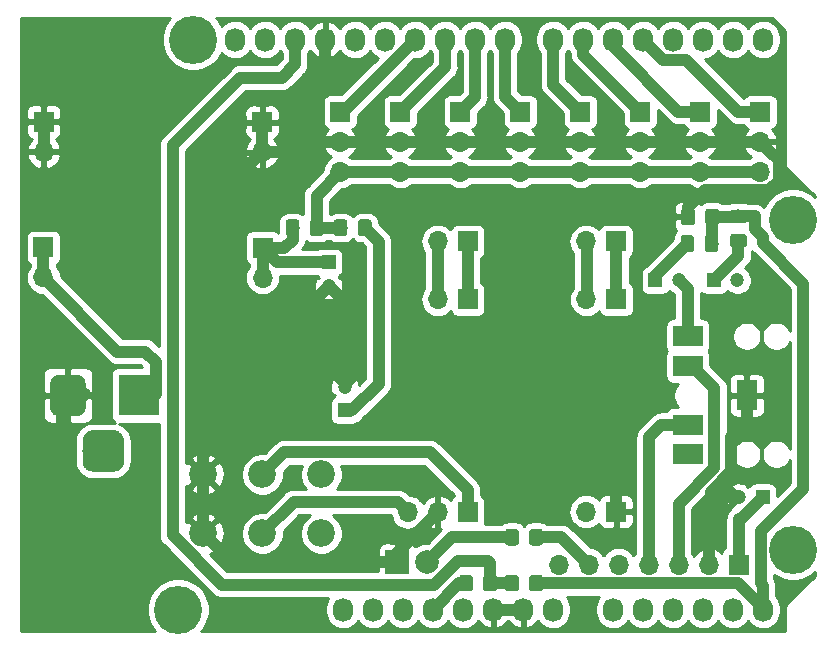
<source format=gbr>
G04 #@! TF.GenerationSoftware,KiCad,Pcbnew,(5.1.2-1)-1*
G04 #@! TF.CreationDate,2019-07-31T09:11:47+08:00*
G04 #@! TF.ProjectId,arduino_fft_led,61726475-696e-46f5-9f66-66745f6c6564,rev?*
G04 #@! TF.SameCoordinates,Original*
G04 #@! TF.FileFunction,Copper,L2,Bot*
G04 #@! TF.FilePolarity,Positive*
%FSLAX46Y46*%
G04 Gerber Fmt 4.6, Leading zero omitted, Abs format (unit mm)*
G04 Created by KiCad (PCBNEW (5.1.2-1)-1) date 2019-07-31 09:11:47*
%MOMM*%
%LPD*%
G04 APERTURE LIST*
%ADD10O,1.727200X2.032000*%
%ADD11C,4.064000*%
%ADD12R,3.500000X3.500000*%
%ADD13C,0.100000*%
%ADD14C,3.000000*%
%ADD15C,3.500000*%
%ADD16R,2.500000X1.800000*%
%ADD17R,1.800000X2.500000*%
%ADD18R,1.700000X1.700000*%
%ADD19O,1.700000X1.700000*%
%ADD20C,2.000000*%
%ADD21R,2.000000X2.000000*%
%ADD22C,1.200000*%
%ADD23R,1.200000X1.200000*%
%ADD24C,2.340000*%
%ADD25C,1.150000*%
%ADD26C,0.600000*%
%ADD27C,1.000000*%
%ADD28C,0.254000*%
G04 APERTURE END LIST*
D10*
X138938000Y-123825000D03*
X141478000Y-123825000D03*
X144018000Y-123825000D03*
X146558000Y-123825000D03*
X149098000Y-123825000D03*
X151638000Y-123825000D03*
X154178000Y-123825000D03*
X156718000Y-123825000D03*
X161798000Y-123825000D03*
X164338000Y-123825000D03*
X166878000Y-123825000D03*
X169418000Y-123825000D03*
X171958000Y-123825000D03*
X174498000Y-123825000D03*
X129794000Y-75565000D03*
X132334000Y-75565000D03*
X134874000Y-75565000D03*
X137414000Y-75565000D03*
X139954000Y-75565000D03*
X142494000Y-75565000D03*
X145034000Y-75565000D03*
X147574000Y-75565000D03*
X150114000Y-75565000D03*
X152654000Y-75565000D03*
X156718000Y-75565000D03*
X159258000Y-75565000D03*
X161798000Y-75565000D03*
X164338000Y-75565000D03*
X166878000Y-75565000D03*
X169418000Y-75565000D03*
X171958000Y-75565000D03*
X174498000Y-75565000D03*
D11*
X124968000Y-123825000D03*
X177038000Y-118745000D03*
X126238000Y-75565000D03*
X177038000Y-90805000D03*
D12*
X121640600Y-105689400D03*
D13*
G36*
X116464113Y-103943011D02*
G01*
X116536918Y-103953811D01*
X116608314Y-103971695D01*
X116677613Y-103996490D01*
X116744148Y-104027959D01*
X116807278Y-104065798D01*
X116866395Y-104109642D01*
X116920930Y-104159070D01*
X116970358Y-104213605D01*
X117014202Y-104272722D01*
X117052041Y-104335852D01*
X117083510Y-104402387D01*
X117108305Y-104471686D01*
X117126189Y-104543082D01*
X117136989Y-104615887D01*
X117140600Y-104689400D01*
X117140600Y-106689400D01*
X117136989Y-106762913D01*
X117126189Y-106835718D01*
X117108305Y-106907114D01*
X117083510Y-106976413D01*
X117052041Y-107042948D01*
X117014202Y-107106078D01*
X116970358Y-107165195D01*
X116920930Y-107219730D01*
X116866395Y-107269158D01*
X116807278Y-107313002D01*
X116744148Y-107350841D01*
X116677613Y-107382310D01*
X116608314Y-107407105D01*
X116536918Y-107424989D01*
X116464113Y-107435789D01*
X116390600Y-107439400D01*
X114890600Y-107439400D01*
X114817087Y-107435789D01*
X114744282Y-107424989D01*
X114672886Y-107407105D01*
X114603587Y-107382310D01*
X114537052Y-107350841D01*
X114473922Y-107313002D01*
X114414805Y-107269158D01*
X114360270Y-107219730D01*
X114310842Y-107165195D01*
X114266998Y-107106078D01*
X114229159Y-107042948D01*
X114197690Y-106976413D01*
X114172895Y-106907114D01*
X114155011Y-106835718D01*
X114144211Y-106762913D01*
X114140600Y-106689400D01*
X114140600Y-104689400D01*
X114144211Y-104615887D01*
X114155011Y-104543082D01*
X114172895Y-104471686D01*
X114197690Y-104402387D01*
X114229159Y-104335852D01*
X114266998Y-104272722D01*
X114310842Y-104213605D01*
X114360270Y-104159070D01*
X114414805Y-104109642D01*
X114473922Y-104065798D01*
X114537052Y-104027959D01*
X114603587Y-103996490D01*
X114672886Y-103971695D01*
X114744282Y-103953811D01*
X114817087Y-103943011D01*
X114890600Y-103939400D01*
X116390600Y-103939400D01*
X116464113Y-103943011D01*
X116464113Y-103943011D01*
G37*
D14*
X115640600Y-105689400D03*
D13*
G36*
X119601365Y-108643613D02*
G01*
X119686304Y-108656213D01*
X119769599Y-108677077D01*
X119850448Y-108706005D01*
X119928072Y-108742719D01*
X120001724Y-108786864D01*
X120070694Y-108838016D01*
X120134318Y-108895682D01*
X120191984Y-108959306D01*
X120243136Y-109028276D01*
X120287281Y-109101928D01*
X120323995Y-109179552D01*
X120352923Y-109260401D01*
X120373787Y-109343696D01*
X120386387Y-109428635D01*
X120390600Y-109514400D01*
X120390600Y-111264400D01*
X120386387Y-111350165D01*
X120373787Y-111435104D01*
X120352923Y-111518399D01*
X120323995Y-111599248D01*
X120287281Y-111676872D01*
X120243136Y-111750524D01*
X120191984Y-111819494D01*
X120134318Y-111883118D01*
X120070694Y-111940784D01*
X120001724Y-111991936D01*
X119928072Y-112036081D01*
X119850448Y-112072795D01*
X119769599Y-112101723D01*
X119686304Y-112122587D01*
X119601365Y-112135187D01*
X119515600Y-112139400D01*
X117765600Y-112139400D01*
X117679835Y-112135187D01*
X117594896Y-112122587D01*
X117511601Y-112101723D01*
X117430752Y-112072795D01*
X117353128Y-112036081D01*
X117279476Y-111991936D01*
X117210506Y-111940784D01*
X117146882Y-111883118D01*
X117089216Y-111819494D01*
X117038064Y-111750524D01*
X116993919Y-111676872D01*
X116957205Y-111599248D01*
X116928277Y-111518399D01*
X116907413Y-111435104D01*
X116894813Y-111350165D01*
X116890600Y-111264400D01*
X116890600Y-109514400D01*
X116894813Y-109428635D01*
X116907413Y-109343696D01*
X116928277Y-109260401D01*
X116957205Y-109179552D01*
X116993919Y-109101928D01*
X117038064Y-109028276D01*
X117089216Y-108959306D01*
X117146882Y-108895682D01*
X117210506Y-108838016D01*
X117279476Y-108786864D01*
X117353128Y-108742719D01*
X117430752Y-108706005D01*
X117511601Y-108677077D01*
X117594896Y-108656213D01*
X117679835Y-108643613D01*
X117765600Y-108639400D01*
X119515600Y-108639400D01*
X119601365Y-108643613D01*
X119601365Y-108643613D01*
G37*
D15*
X118640600Y-110389400D03*
D16*
X168122600Y-108189400D03*
X168122600Y-103189400D03*
X168122600Y-110689400D03*
X168122600Y-100689400D03*
D17*
X173122600Y-105689400D03*
D18*
X138709400Y-81686400D03*
D19*
X138709400Y-84226400D03*
X138709400Y-86766400D03*
X143789400Y-86766400D03*
X143789400Y-84226400D03*
D18*
X143789400Y-81686400D03*
X148869400Y-81686400D03*
D19*
X148869400Y-84226400D03*
X148869400Y-86766400D03*
X153949400Y-86766400D03*
X153949400Y-84226400D03*
D18*
X153949400Y-81686400D03*
X159029400Y-81686400D03*
D19*
X159029400Y-84226400D03*
X159029400Y-86766400D03*
X164109400Y-86766400D03*
X164109400Y-84226400D03*
D18*
X164109400Y-81686400D03*
X169189400Y-81686400D03*
D19*
X169189400Y-84226400D03*
X169189400Y-86766400D03*
X174269400Y-86766400D03*
X174269400Y-84226400D03*
D18*
X174269400Y-81686400D03*
D20*
X146075400Y-119786400D03*
D21*
X143535400Y-119786400D03*
D22*
X167379400Y-95961200D03*
D23*
X165379400Y-95961200D03*
X170332400Y-95961200D03*
D22*
X172332400Y-95961200D03*
D23*
X174472600Y-114300000D03*
D22*
X172472600Y-114300000D03*
D23*
X137718800Y-94411800D03*
D22*
X137718800Y-96411800D03*
X139065000Y-104959400D03*
D23*
X139065000Y-106959400D03*
D24*
X137101600Y-117373400D03*
X132101600Y-117373400D03*
X127101600Y-117373400D03*
X137101600Y-112373400D03*
X132101600Y-112373400D03*
X127101600Y-112373400D03*
D19*
X113563400Y-95707200D03*
D18*
X113563400Y-93167200D03*
X113588800Y-82524600D03*
D19*
X113588800Y-85064600D03*
D18*
X132130800Y-93192600D03*
D19*
X132130800Y-95732600D03*
X132080000Y-85090000D03*
D18*
X132080000Y-82550000D03*
D19*
X159512000Y-92659200D03*
D18*
X162052000Y-92659200D03*
X149504400Y-92659200D03*
D19*
X146964400Y-92659200D03*
D18*
X162077400Y-97561400D03*
D19*
X159537400Y-97561400D03*
X146964400Y-97561400D03*
D18*
X149504400Y-97561400D03*
D19*
X159512000Y-115544600D03*
D18*
X162052000Y-115544600D03*
X172440600Y-120015000D03*
D19*
X169900600Y-120015000D03*
X167360600Y-120015000D03*
X164820600Y-120015000D03*
X162280600Y-120015000D03*
X159740600Y-120015000D03*
X157200600Y-120015000D03*
D18*
X149504400Y-115570000D03*
D19*
X146964400Y-115570000D03*
X144424400Y-115570000D03*
D13*
G36*
X168437705Y-92138204D02*
G01*
X168461973Y-92141804D01*
X168485772Y-92147765D01*
X168508871Y-92156030D01*
X168531050Y-92166520D01*
X168552093Y-92179132D01*
X168571799Y-92193747D01*
X168589977Y-92210223D01*
X168606453Y-92228401D01*
X168621068Y-92248107D01*
X168633680Y-92269150D01*
X168644170Y-92291329D01*
X168652435Y-92314428D01*
X168658396Y-92338227D01*
X168661996Y-92362495D01*
X168663200Y-92386999D01*
X168663200Y-93287001D01*
X168661996Y-93311505D01*
X168658396Y-93335773D01*
X168652435Y-93359572D01*
X168644170Y-93382671D01*
X168633680Y-93404850D01*
X168621068Y-93425893D01*
X168606453Y-93445599D01*
X168589977Y-93463777D01*
X168571799Y-93480253D01*
X168552093Y-93494868D01*
X168531050Y-93507480D01*
X168508871Y-93517970D01*
X168485772Y-93526235D01*
X168461973Y-93532196D01*
X168437705Y-93535796D01*
X168413201Y-93537000D01*
X167763199Y-93537000D01*
X167738695Y-93535796D01*
X167714427Y-93532196D01*
X167690628Y-93526235D01*
X167667529Y-93517970D01*
X167645350Y-93507480D01*
X167624307Y-93494868D01*
X167604601Y-93480253D01*
X167586423Y-93463777D01*
X167569947Y-93445599D01*
X167555332Y-93425893D01*
X167542720Y-93404850D01*
X167532230Y-93382671D01*
X167523965Y-93359572D01*
X167518004Y-93335773D01*
X167514404Y-93311505D01*
X167513200Y-93287001D01*
X167513200Y-92386999D01*
X167514404Y-92362495D01*
X167518004Y-92338227D01*
X167523965Y-92314428D01*
X167532230Y-92291329D01*
X167542720Y-92269150D01*
X167555332Y-92248107D01*
X167569947Y-92228401D01*
X167586423Y-92210223D01*
X167604601Y-92193747D01*
X167624307Y-92179132D01*
X167645350Y-92166520D01*
X167667529Y-92156030D01*
X167690628Y-92147765D01*
X167714427Y-92141804D01*
X167738695Y-92138204D01*
X167763199Y-92137000D01*
X168413201Y-92137000D01*
X168437705Y-92138204D01*
X168437705Y-92138204D01*
G37*
D25*
X168088200Y-92837000D03*
D13*
G36*
X170487705Y-92138204D02*
G01*
X170511973Y-92141804D01*
X170535772Y-92147765D01*
X170558871Y-92156030D01*
X170581050Y-92166520D01*
X170602093Y-92179132D01*
X170621799Y-92193747D01*
X170639977Y-92210223D01*
X170656453Y-92228401D01*
X170671068Y-92248107D01*
X170683680Y-92269150D01*
X170694170Y-92291329D01*
X170702435Y-92314428D01*
X170708396Y-92338227D01*
X170711996Y-92362495D01*
X170713200Y-92386999D01*
X170713200Y-93287001D01*
X170711996Y-93311505D01*
X170708396Y-93335773D01*
X170702435Y-93359572D01*
X170694170Y-93382671D01*
X170683680Y-93404850D01*
X170671068Y-93425893D01*
X170656453Y-93445599D01*
X170639977Y-93463777D01*
X170621799Y-93480253D01*
X170602093Y-93494868D01*
X170581050Y-93507480D01*
X170558871Y-93517970D01*
X170535772Y-93526235D01*
X170511973Y-93532196D01*
X170487705Y-93535796D01*
X170463201Y-93537000D01*
X169813199Y-93537000D01*
X169788695Y-93535796D01*
X169764427Y-93532196D01*
X169740628Y-93526235D01*
X169717529Y-93517970D01*
X169695350Y-93507480D01*
X169674307Y-93494868D01*
X169654601Y-93480253D01*
X169636423Y-93463777D01*
X169619947Y-93445599D01*
X169605332Y-93425893D01*
X169592720Y-93404850D01*
X169582230Y-93382671D01*
X169573965Y-93359572D01*
X169568004Y-93335773D01*
X169564404Y-93311505D01*
X169563200Y-93287001D01*
X169563200Y-92386999D01*
X169564404Y-92362495D01*
X169568004Y-92338227D01*
X169573965Y-92314428D01*
X169582230Y-92291329D01*
X169592720Y-92269150D01*
X169605332Y-92248107D01*
X169619947Y-92228401D01*
X169636423Y-92210223D01*
X169654601Y-92193747D01*
X169674307Y-92179132D01*
X169695350Y-92166520D01*
X169717529Y-92156030D01*
X169740628Y-92147765D01*
X169764427Y-92141804D01*
X169788695Y-92138204D01*
X169813199Y-92137000D01*
X170463201Y-92137000D01*
X170487705Y-92138204D01*
X170487705Y-92138204D01*
G37*
D25*
X170138200Y-92837000D03*
D13*
G36*
X172889705Y-89968204D02*
G01*
X172913973Y-89971804D01*
X172937772Y-89977765D01*
X172960871Y-89986030D01*
X172983050Y-89996520D01*
X173004093Y-90009132D01*
X173023799Y-90023747D01*
X173041977Y-90040223D01*
X173058453Y-90058401D01*
X173073068Y-90078107D01*
X173085680Y-90099150D01*
X173096170Y-90121329D01*
X173104435Y-90144428D01*
X173110396Y-90168227D01*
X173113996Y-90192495D01*
X173115200Y-90216999D01*
X173115200Y-90867001D01*
X173113996Y-90891505D01*
X173110396Y-90915773D01*
X173104435Y-90939572D01*
X173096170Y-90962671D01*
X173085680Y-90984850D01*
X173073068Y-91005893D01*
X173058453Y-91025599D01*
X173041977Y-91043777D01*
X173023799Y-91060253D01*
X173004093Y-91074868D01*
X172983050Y-91087480D01*
X172960871Y-91097970D01*
X172937772Y-91106235D01*
X172913973Y-91112196D01*
X172889705Y-91115796D01*
X172865201Y-91117000D01*
X171965199Y-91117000D01*
X171940695Y-91115796D01*
X171916427Y-91112196D01*
X171892628Y-91106235D01*
X171869529Y-91097970D01*
X171847350Y-91087480D01*
X171826307Y-91074868D01*
X171806601Y-91060253D01*
X171788423Y-91043777D01*
X171771947Y-91025599D01*
X171757332Y-91005893D01*
X171744720Y-90984850D01*
X171734230Y-90962671D01*
X171725965Y-90939572D01*
X171720004Y-90915773D01*
X171716404Y-90891505D01*
X171715200Y-90867001D01*
X171715200Y-90216999D01*
X171716404Y-90192495D01*
X171720004Y-90168227D01*
X171725965Y-90144428D01*
X171734230Y-90121329D01*
X171744720Y-90099150D01*
X171757332Y-90078107D01*
X171771947Y-90058401D01*
X171788423Y-90040223D01*
X171806601Y-90023747D01*
X171826307Y-90009132D01*
X171847350Y-89996520D01*
X171869529Y-89986030D01*
X171892628Y-89977765D01*
X171916427Y-89971804D01*
X171940695Y-89968204D01*
X171965199Y-89967000D01*
X172865201Y-89967000D01*
X172889705Y-89968204D01*
X172889705Y-89968204D01*
G37*
D25*
X172415200Y-90542000D03*
D13*
G36*
X172889705Y-92018204D02*
G01*
X172913973Y-92021804D01*
X172937772Y-92027765D01*
X172960871Y-92036030D01*
X172983050Y-92046520D01*
X173004093Y-92059132D01*
X173023799Y-92073747D01*
X173041977Y-92090223D01*
X173058453Y-92108401D01*
X173073068Y-92128107D01*
X173085680Y-92149150D01*
X173096170Y-92171329D01*
X173104435Y-92194428D01*
X173110396Y-92218227D01*
X173113996Y-92242495D01*
X173115200Y-92266999D01*
X173115200Y-92917001D01*
X173113996Y-92941505D01*
X173110396Y-92965773D01*
X173104435Y-92989572D01*
X173096170Y-93012671D01*
X173085680Y-93034850D01*
X173073068Y-93055893D01*
X173058453Y-93075599D01*
X173041977Y-93093777D01*
X173023799Y-93110253D01*
X173004093Y-93124868D01*
X172983050Y-93137480D01*
X172960871Y-93147970D01*
X172937772Y-93156235D01*
X172913973Y-93162196D01*
X172889705Y-93165796D01*
X172865201Y-93167000D01*
X171965199Y-93167000D01*
X171940695Y-93165796D01*
X171916427Y-93162196D01*
X171892628Y-93156235D01*
X171869529Y-93147970D01*
X171847350Y-93137480D01*
X171826307Y-93124868D01*
X171806601Y-93110253D01*
X171788423Y-93093777D01*
X171771947Y-93075599D01*
X171757332Y-93055893D01*
X171744720Y-93034850D01*
X171734230Y-93012671D01*
X171725965Y-92989572D01*
X171720004Y-92965773D01*
X171716404Y-92941505D01*
X171715200Y-92917001D01*
X171715200Y-92266999D01*
X171716404Y-92242495D01*
X171720004Y-92218227D01*
X171725965Y-92194428D01*
X171734230Y-92171329D01*
X171744720Y-92149150D01*
X171757332Y-92128107D01*
X171771947Y-92108401D01*
X171788423Y-92090223D01*
X171806601Y-92073747D01*
X171826307Y-92059132D01*
X171847350Y-92046520D01*
X171869529Y-92036030D01*
X171892628Y-92027765D01*
X171916427Y-92021804D01*
X171940695Y-92018204D01*
X171965199Y-92017000D01*
X172865201Y-92017000D01*
X172889705Y-92018204D01*
X172889705Y-92018204D01*
G37*
D25*
X172415200Y-92592000D03*
D13*
G36*
X151742505Y-120891004D02*
G01*
X151766773Y-120894604D01*
X151790572Y-120900565D01*
X151813671Y-120908830D01*
X151835850Y-120919320D01*
X151856893Y-120931932D01*
X151876599Y-120946547D01*
X151894777Y-120963023D01*
X151911253Y-120981201D01*
X151925868Y-121000907D01*
X151938480Y-121021950D01*
X151948970Y-121044129D01*
X151957235Y-121067228D01*
X151963196Y-121091027D01*
X151966796Y-121115295D01*
X151968000Y-121139799D01*
X151968000Y-122039801D01*
X151966796Y-122064305D01*
X151963196Y-122088573D01*
X151957235Y-122112372D01*
X151948970Y-122135471D01*
X151938480Y-122157650D01*
X151925868Y-122178693D01*
X151911253Y-122198399D01*
X151894777Y-122216577D01*
X151876599Y-122233053D01*
X151856893Y-122247668D01*
X151835850Y-122260280D01*
X151813671Y-122270770D01*
X151790572Y-122279035D01*
X151766773Y-122284996D01*
X151742505Y-122288596D01*
X151718001Y-122289800D01*
X151067999Y-122289800D01*
X151043495Y-122288596D01*
X151019227Y-122284996D01*
X150995428Y-122279035D01*
X150972329Y-122270770D01*
X150950150Y-122260280D01*
X150929107Y-122247668D01*
X150909401Y-122233053D01*
X150891223Y-122216577D01*
X150874747Y-122198399D01*
X150860132Y-122178693D01*
X150847520Y-122157650D01*
X150837030Y-122135471D01*
X150828765Y-122112372D01*
X150822804Y-122088573D01*
X150819204Y-122064305D01*
X150818000Y-122039801D01*
X150818000Y-121139799D01*
X150819204Y-121115295D01*
X150822804Y-121091027D01*
X150828765Y-121067228D01*
X150837030Y-121044129D01*
X150847520Y-121021950D01*
X150860132Y-121000907D01*
X150874747Y-120981201D01*
X150891223Y-120963023D01*
X150909401Y-120946547D01*
X150929107Y-120931932D01*
X150950150Y-120919320D01*
X150972329Y-120908830D01*
X150995428Y-120900565D01*
X151019227Y-120894604D01*
X151043495Y-120891004D01*
X151067999Y-120889800D01*
X151718001Y-120889800D01*
X151742505Y-120891004D01*
X151742505Y-120891004D01*
G37*
D25*
X151393000Y-121589800D03*
D13*
G36*
X149692505Y-120891004D02*
G01*
X149716773Y-120894604D01*
X149740572Y-120900565D01*
X149763671Y-120908830D01*
X149785850Y-120919320D01*
X149806893Y-120931932D01*
X149826599Y-120946547D01*
X149844777Y-120963023D01*
X149861253Y-120981201D01*
X149875868Y-121000907D01*
X149888480Y-121021950D01*
X149898970Y-121044129D01*
X149907235Y-121067228D01*
X149913196Y-121091027D01*
X149916796Y-121115295D01*
X149918000Y-121139799D01*
X149918000Y-122039801D01*
X149916796Y-122064305D01*
X149913196Y-122088573D01*
X149907235Y-122112372D01*
X149898970Y-122135471D01*
X149888480Y-122157650D01*
X149875868Y-122178693D01*
X149861253Y-122198399D01*
X149844777Y-122216577D01*
X149826599Y-122233053D01*
X149806893Y-122247668D01*
X149785850Y-122260280D01*
X149763671Y-122270770D01*
X149740572Y-122279035D01*
X149716773Y-122284996D01*
X149692505Y-122288596D01*
X149668001Y-122289800D01*
X149017999Y-122289800D01*
X148993495Y-122288596D01*
X148969227Y-122284996D01*
X148945428Y-122279035D01*
X148922329Y-122270770D01*
X148900150Y-122260280D01*
X148879107Y-122247668D01*
X148859401Y-122233053D01*
X148841223Y-122216577D01*
X148824747Y-122198399D01*
X148810132Y-122178693D01*
X148797520Y-122157650D01*
X148787030Y-122135471D01*
X148778765Y-122112372D01*
X148772804Y-122088573D01*
X148769204Y-122064305D01*
X148768000Y-122039801D01*
X148768000Y-121139799D01*
X148769204Y-121115295D01*
X148772804Y-121091027D01*
X148778765Y-121067228D01*
X148787030Y-121044129D01*
X148797520Y-121021950D01*
X148810132Y-121000907D01*
X148824747Y-120981201D01*
X148841223Y-120963023D01*
X148859401Y-120946547D01*
X148879107Y-120931932D01*
X148900150Y-120919320D01*
X148922329Y-120908830D01*
X148945428Y-120900565D01*
X148969227Y-120894604D01*
X148993495Y-120891004D01*
X149017999Y-120889800D01*
X149668001Y-120889800D01*
X149692505Y-120891004D01*
X149692505Y-120891004D01*
G37*
D25*
X149343000Y-121589800D03*
D13*
G36*
X153578705Y-120891004D02*
G01*
X153602973Y-120894604D01*
X153626772Y-120900565D01*
X153649871Y-120908830D01*
X153672050Y-120919320D01*
X153693093Y-120931932D01*
X153712799Y-120946547D01*
X153730977Y-120963023D01*
X153747453Y-120981201D01*
X153762068Y-121000907D01*
X153774680Y-121021950D01*
X153785170Y-121044129D01*
X153793435Y-121067228D01*
X153799396Y-121091027D01*
X153802996Y-121115295D01*
X153804200Y-121139799D01*
X153804200Y-122039801D01*
X153802996Y-122064305D01*
X153799396Y-122088573D01*
X153793435Y-122112372D01*
X153785170Y-122135471D01*
X153774680Y-122157650D01*
X153762068Y-122178693D01*
X153747453Y-122198399D01*
X153730977Y-122216577D01*
X153712799Y-122233053D01*
X153693093Y-122247668D01*
X153672050Y-122260280D01*
X153649871Y-122270770D01*
X153626772Y-122279035D01*
X153602973Y-122284996D01*
X153578705Y-122288596D01*
X153554201Y-122289800D01*
X152904199Y-122289800D01*
X152879695Y-122288596D01*
X152855427Y-122284996D01*
X152831628Y-122279035D01*
X152808529Y-122270770D01*
X152786350Y-122260280D01*
X152765307Y-122247668D01*
X152745601Y-122233053D01*
X152727423Y-122216577D01*
X152710947Y-122198399D01*
X152696332Y-122178693D01*
X152683720Y-122157650D01*
X152673230Y-122135471D01*
X152664965Y-122112372D01*
X152659004Y-122088573D01*
X152655404Y-122064305D01*
X152654200Y-122039801D01*
X152654200Y-121139799D01*
X152655404Y-121115295D01*
X152659004Y-121091027D01*
X152664965Y-121067228D01*
X152673230Y-121044129D01*
X152683720Y-121021950D01*
X152696332Y-121000907D01*
X152710947Y-120981201D01*
X152727423Y-120963023D01*
X152745601Y-120946547D01*
X152765307Y-120931932D01*
X152786350Y-120919320D01*
X152808529Y-120908830D01*
X152831628Y-120900565D01*
X152855427Y-120894604D01*
X152879695Y-120891004D01*
X152904199Y-120889800D01*
X153554201Y-120889800D01*
X153578705Y-120891004D01*
X153578705Y-120891004D01*
G37*
D25*
X153229200Y-121589800D03*
D13*
G36*
X155628705Y-120891004D02*
G01*
X155652973Y-120894604D01*
X155676772Y-120900565D01*
X155699871Y-120908830D01*
X155722050Y-120919320D01*
X155743093Y-120931932D01*
X155762799Y-120946547D01*
X155780977Y-120963023D01*
X155797453Y-120981201D01*
X155812068Y-121000907D01*
X155824680Y-121021950D01*
X155835170Y-121044129D01*
X155843435Y-121067228D01*
X155849396Y-121091027D01*
X155852996Y-121115295D01*
X155854200Y-121139799D01*
X155854200Y-122039801D01*
X155852996Y-122064305D01*
X155849396Y-122088573D01*
X155843435Y-122112372D01*
X155835170Y-122135471D01*
X155824680Y-122157650D01*
X155812068Y-122178693D01*
X155797453Y-122198399D01*
X155780977Y-122216577D01*
X155762799Y-122233053D01*
X155743093Y-122247668D01*
X155722050Y-122260280D01*
X155699871Y-122270770D01*
X155676772Y-122279035D01*
X155652973Y-122284996D01*
X155628705Y-122288596D01*
X155604201Y-122289800D01*
X154954199Y-122289800D01*
X154929695Y-122288596D01*
X154905427Y-122284996D01*
X154881628Y-122279035D01*
X154858529Y-122270770D01*
X154836350Y-122260280D01*
X154815307Y-122247668D01*
X154795601Y-122233053D01*
X154777423Y-122216577D01*
X154760947Y-122198399D01*
X154746332Y-122178693D01*
X154733720Y-122157650D01*
X154723230Y-122135471D01*
X154714965Y-122112372D01*
X154709004Y-122088573D01*
X154705404Y-122064305D01*
X154704200Y-122039801D01*
X154704200Y-121139799D01*
X154705404Y-121115295D01*
X154709004Y-121091027D01*
X154714965Y-121067228D01*
X154723230Y-121044129D01*
X154733720Y-121021950D01*
X154746332Y-121000907D01*
X154760947Y-120981201D01*
X154777423Y-120963023D01*
X154795601Y-120946547D01*
X154815307Y-120931932D01*
X154836350Y-120919320D01*
X154858529Y-120908830D01*
X154881628Y-120900565D01*
X154905427Y-120894604D01*
X154929695Y-120891004D01*
X154954199Y-120889800D01*
X155604201Y-120889800D01*
X155628705Y-120891004D01*
X155628705Y-120891004D01*
G37*
D25*
X155279200Y-121589800D03*
D13*
G36*
X168488505Y-89877604D02*
G01*
X168512773Y-89881204D01*
X168536572Y-89887165D01*
X168559671Y-89895430D01*
X168581850Y-89905920D01*
X168602893Y-89918532D01*
X168622599Y-89933147D01*
X168640777Y-89949623D01*
X168657253Y-89967801D01*
X168671868Y-89987507D01*
X168684480Y-90008550D01*
X168694970Y-90030729D01*
X168703235Y-90053828D01*
X168709196Y-90077627D01*
X168712796Y-90101895D01*
X168714000Y-90126399D01*
X168714000Y-91026401D01*
X168712796Y-91050905D01*
X168709196Y-91075173D01*
X168703235Y-91098972D01*
X168694970Y-91122071D01*
X168684480Y-91144250D01*
X168671868Y-91165293D01*
X168657253Y-91184999D01*
X168640777Y-91203177D01*
X168622599Y-91219653D01*
X168602893Y-91234268D01*
X168581850Y-91246880D01*
X168559671Y-91257370D01*
X168536572Y-91265635D01*
X168512773Y-91271596D01*
X168488505Y-91275196D01*
X168464001Y-91276400D01*
X167813999Y-91276400D01*
X167789495Y-91275196D01*
X167765227Y-91271596D01*
X167741428Y-91265635D01*
X167718329Y-91257370D01*
X167696150Y-91246880D01*
X167675107Y-91234268D01*
X167655401Y-91219653D01*
X167637223Y-91203177D01*
X167620747Y-91184999D01*
X167606132Y-91165293D01*
X167593520Y-91144250D01*
X167583030Y-91122071D01*
X167574765Y-91098972D01*
X167568804Y-91075173D01*
X167565204Y-91050905D01*
X167564000Y-91026401D01*
X167564000Y-90126399D01*
X167565204Y-90101895D01*
X167568804Y-90077627D01*
X167574765Y-90053828D01*
X167583030Y-90030729D01*
X167593520Y-90008550D01*
X167606132Y-89987507D01*
X167620747Y-89967801D01*
X167637223Y-89949623D01*
X167655401Y-89933147D01*
X167675107Y-89918532D01*
X167696150Y-89905920D01*
X167718329Y-89895430D01*
X167741428Y-89887165D01*
X167765227Y-89881204D01*
X167789495Y-89877604D01*
X167813999Y-89876400D01*
X168464001Y-89876400D01*
X168488505Y-89877604D01*
X168488505Y-89877604D01*
G37*
D25*
X168139000Y-90576400D03*
D13*
G36*
X170538505Y-89877604D02*
G01*
X170562773Y-89881204D01*
X170586572Y-89887165D01*
X170609671Y-89895430D01*
X170631850Y-89905920D01*
X170652893Y-89918532D01*
X170672599Y-89933147D01*
X170690777Y-89949623D01*
X170707253Y-89967801D01*
X170721868Y-89987507D01*
X170734480Y-90008550D01*
X170744970Y-90030729D01*
X170753235Y-90053828D01*
X170759196Y-90077627D01*
X170762796Y-90101895D01*
X170764000Y-90126399D01*
X170764000Y-91026401D01*
X170762796Y-91050905D01*
X170759196Y-91075173D01*
X170753235Y-91098972D01*
X170744970Y-91122071D01*
X170734480Y-91144250D01*
X170721868Y-91165293D01*
X170707253Y-91184999D01*
X170690777Y-91203177D01*
X170672599Y-91219653D01*
X170652893Y-91234268D01*
X170631850Y-91246880D01*
X170609671Y-91257370D01*
X170586572Y-91265635D01*
X170562773Y-91271596D01*
X170538505Y-91275196D01*
X170514001Y-91276400D01*
X169863999Y-91276400D01*
X169839495Y-91275196D01*
X169815227Y-91271596D01*
X169791428Y-91265635D01*
X169768329Y-91257370D01*
X169746150Y-91246880D01*
X169725107Y-91234268D01*
X169705401Y-91219653D01*
X169687223Y-91203177D01*
X169670747Y-91184999D01*
X169656132Y-91165293D01*
X169643520Y-91144250D01*
X169633030Y-91122071D01*
X169624765Y-91098972D01*
X169618804Y-91075173D01*
X169615204Y-91050905D01*
X169614000Y-91026401D01*
X169614000Y-90126399D01*
X169615204Y-90101895D01*
X169618804Y-90077627D01*
X169624765Y-90053828D01*
X169633030Y-90030729D01*
X169643520Y-90008550D01*
X169656132Y-89987507D01*
X169670747Y-89967801D01*
X169687223Y-89949623D01*
X169705401Y-89933147D01*
X169725107Y-89918532D01*
X169746150Y-89905920D01*
X169768329Y-89895430D01*
X169791428Y-89887165D01*
X169815227Y-89881204D01*
X169839495Y-89877604D01*
X169863999Y-89876400D01*
X170514001Y-89876400D01*
X170538505Y-89877604D01*
X170538505Y-89877604D01*
G37*
D25*
X170189000Y-90576400D03*
D13*
G36*
X141125305Y-90792004D02*
G01*
X141149573Y-90795604D01*
X141173372Y-90801565D01*
X141196471Y-90809830D01*
X141218650Y-90820320D01*
X141239693Y-90832932D01*
X141259399Y-90847547D01*
X141277577Y-90864023D01*
X141294053Y-90882201D01*
X141308668Y-90901907D01*
X141321280Y-90922950D01*
X141331770Y-90945129D01*
X141340035Y-90968228D01*
X141345996Y-90992027D01*
X141349596Y-91016295D01*
X141350800Y-91040799D01*
X141350800Y-91940801D01*
X141349596Y-91965305D01*
X141345996Y-91989573D01*
X141340035Y-92013372D01*
X141331770Y-92036471D01*
X141321280Y-92058650D01*
X141308668Y-92079693D01*
X141294053Y-92099399D01*
X141277577Y-92117577D01*
X141259399Y-92134053D01*
X141239693Y-92148668D01*
X141218650Y-92161280D01*
X141196471Y-92171770D01*
X141173372Y-92180035D01*
X141149573Y-92185996D01*
X141125305Y-92189596D01*
X141100801Y-92190800D01*
X140450799Y-92190800D01*
X140426295Y-92189596D01*
X140402027Y-92185996D01*
X140378228Y-92180035D01*
X140355129Y-92171770D01*
X140332950Y-92161280D01*
X140311907Y-92148668D01*
X140292201Y-92134053D01*
X140274023Y-92117577D01*
X140257547Y-92099399D01*
X140242932Y-92079693D01*
X140230320Y-92058650D01*
X140219830Y-92036471D01*
X140211565Y-92013372D01*
X140205604Y-91989573D01*
X140202004Y-91965305D01*
X140200800Y-91940801D01*
X140200800Y-91040799D01*
X140202004Y-91016295D01*
X140205604Y-90992027D01*
X140211565Y-90968228D01*
X140219830Y-90945129D01*
X140230320Y-90922950D01*
X140242932Y-90901907D01*
X140257547Y-90882201D01*
X140274023Y-90864023D01*
X140292201Y-90847547D01*
X140311907Y-90832932D01*
X140332950Y-90820320D01*
X140355129Y-90809830D01*
X140378228Y-90801565D01*
X140402027Y-90795604D01*
X140426295Y-90792004D01*
X140450799Y-90790800D01*
X141100801Y-90790800D01*
X141125305Y-90792004D01*
X141125305Y-90792004D01*
G37*
D25*
X140775800Y-91490800D03*
D13*
G36*
X139075305Y-90792004D02*
G01*
X139099573Y-90795604D01*
X139123372Y-90801565D01*
X139146471Y-90809830D01*
X139168650Y-90820320D01*
X139189693Y-90832932D01*
X139209399Y-90847547D01*
X139227577Y-90864023D01*
X139244053Y-90882201D01*
X139258668Y-90901907D01*
X139271280Y-90922950D01*
X139281770Y-90945129D01*
X139290035Y-90968228D01*
X139295996Y-90992027D01*
X139299596Y-91016295D01*
X139300800Y-91040799D01*
X139300800Y-91940801D01*
X139299596Y-91965305D01*
X139295996Y-91989573D01*
X139290035Y-92013372D01*
X139281770Y-92036471D01*
X139271280Y-92058650D01*
X139258668Y-92079693D01*
X139244053Y-92099399D01*
X139227577Y-92117577D01*
X139209399Y-92134053D01*
X139189693Y-92148668D01*
X139168650Y-92161280D01*
X139146471Y-92171770D01*
X139123372Y-92180035D01*
X139099573Y-92185996D01*
X139075305Y-92189596D01*
X139050801Y-92190800D01*
X138400799Y-92190800D01*
X138376295Y-92189596D01*
X138352027Y-92185996D01*
X138328228Y-92180035D01*
X138305129Y-92171770D01*
X138282950Y-92161280D01*
X138261907Y-92148668D01*
X138242201Y-92134053D01*
X138224023Y-92117577D01*
X138207547Y-92099399D01*
X138192932Y-92079693D01*
X138180320Y-92058650D01*
X138169830Y-92036471D01*
X138161565Y-92013372D01*
X138155604Y-91989573D01*
X138152004Y-91965305D01*
X138150800Y-91940801D01*
X138150800Y-91040799D01*
X138152004Y-91016295D01*
X138155604Y-90992027D01*
X138161565Y-90968228D01*
X138169830Y-90945129D01*
X138180320Y-90922950D01*
X138192932Y-90901907D01*
X138207547Y-90882201D01*
X138224023Y-90864023D01*
X138242201Y-90847547D01*
X138261907Y-90832932D01*
X138282950Y-90820320D01*
X138305129Y-90809830D01*
X138328228Y-90801565D01*
X138352027Y-90795604D01*
X138376295Y-90792004D01*
X138400799Y-90790800D01*
X139050801Y-90790800D01*
X139075305Y-90792004D01*
X139075305Y-90792004D01*
G37*
D25*
X138725800Y-91490800D03*
D13*
G36*
X137061305Y-90792004D02*
G01*
X137085573Y-90795604D01*
X137109372Y-90801565D01*
X137132471Y-90809830D01*
X137154650Y-90820320D01*
X137175693Y-90832932D01*
X137195399Y-90847547D01*
X137213577Y-90864023D01*
X137230053Y-90882201D01*
X137244668Y-90901907D01*
X137257280Y-90922950D01*
X137267770Y-90945129D01*
X137276035Y-90968228D01*
X137281996Y-90992027D01*
X137285596Y-91016295D01*
X137286800Y-91040799D01*
X137286800Y-91940801D01*
X137285596Y-91965305D01*
X137281996Y-91989573D01*
X137276035Y-92013372D01*
X137267770Y-92036471D01*
X137257280Y-92058650D01*
X137244668Y-92079693D01*
X137230053Y-92099399D01*
X137213577Y-92117577D01*
X137195399Y-92134053D01*
X137175693Y-92148668D01*
X137154650Y-92161280D01*
X137132471Y-92171770D01*
X137109372Y-92180035D01*
X137085573Y-92185996D01*
X137061305Y-92189596D01*
X137036801Y-92190800D01*
X136386799Y-92190800D01*
X136362295Y-92189596D01*
X136338027Y-92185996D01*
X136314228Y-92180035D01*
X136291129Y-92171770D01*
X136268950Y-92161280D01*
X136247907Y-92148668D01*
X136228201Y-92134053D01*
X136210023Y-92117577D01*
X136193547Y-92099399D01*
X136178932Y-92079693D01*
X136166320Y-92058650D01*
X136155830Y-92036471D01*
X136147565Y-92013372D01*
X136141604Y-91989573D01*
X136138004Y-91965305D01*
X136136800Y-91940801D01*
X136136800Y-91040799D01*
X136138004Y-91016295D01*
X136141604Y-90992027D01*
X136147565Y-90968228D01*
X136155830Y-90945129D01*
X136166320Y-90922950D01*
X136178932Y-90901907D01*
X136193547Y-90882201D01*
X136210023Y-90864023D01*
X136228201Y-90847547D01*
X136247907Y-90832932D01*
X136268950Y-90820320D01*
X136291129Y-90809830D01*
X136314228Y-90801565D01*
X136338027Y-90795604D01*
X136362295Y-90792004D01*
X136386799Y-90790800D01*
X137036801Y-90790800D01*
X137061305Y-90792004D01*
X137061305Y-90792004D01*
G37*
D25*
X136711800Y-91490800D03*
D13*
G36*
X135011305Y-90792004D02*
G01*
X135035573Y-90795604D01*
X135059372Y-90801565D01*
X135082471Y-90809830D01*
X135104650Y-90820320D01*
X135125693Y-90832932D01*
X135145399Y-90847547D01*
X135163577Y-90864023D01*
X135180053Y-90882201D01*
X135194668Y-90901907D01*
X135207280Y-90922950D01*
X135217770Y-90945129D01*
X135226035Y-90968228D01*
X135231996Y-90992027D01*
X135235596Y-91016295D01*
X135236800Y-91040799D01*
X135236800Y-91940801D01*
X135235596Y-91965305D01*
X135231996Y-91989573D01*
X135226035Y-92013372D01*
X135217770Y-92036471D01*
X135207280Y-92058650D01*
X135194668Y-92079693D01*
X135180053Y-92099399D01*
X135163577Y-92117577D01*
X135145399Y-92134053D01*
X135125693Y-92148668D01*
X135104650Y-92161280D01*
X135082471Y-92171770D01*
X135059372Y-92180035D01*
X135035573Y-92185996D01*
X135011305Y-92189596D01*
X134986801Y-92190800D01*
X134336799Y-92190800D01*
X134312295Y-92189596D01*
X134288027Y-92185996D01*
X134264228Y-92180035D01*
X134241129Y-92171770D01*
X134218950Y-92161280D01*
X134197907Y-92148668D01*
X134178201Y-92134053D01*
X134160023Y-92117577D01*
X134143547Y-92099399D01*
X134128932Y-92079693D01*
X134116320Y-92058650D01*
X134105830Y-92036471D01*
X134097565Y-92013372D01*
X134091604Y-91989573D01*
X134088004Y-91965305D01*
X134086800Y-91940801D01*
X134086800Y-91040799D01*
X134088004Y-91016295D01*
X134091604Y-90992027D01*
X134097565Y-90968228D01*
X134105830Y-90945129D01*
X134116320Y-90922950D01*
X134128932Y-90901907D01*
X134143547Y-90882201D01*
X134160023Y-90864023D01*
X134178201Y-90847547D01*
X134197907Y-90832932D01*
X134218950Y-90820320D01*
X134241129Y-90809830D01*
X134264228Y-90801565D01*
X134288027Y-90795604D01*
X134312295Y-90792004D01*
X134336799Y-90790800D01*
X134986801Y-90790800D01*
X135011305Y-90792004D01*
X135011305Y-90792004D01*
G37*
D25*
X134661800Y-91490800D03*
D13*
G36*
X153578705Y-117004804D02*
G01*
X153602973Y-117008404D01*
X153626772Y-117014365D01*
X153649871Y-117022630D01*
X153672050Y-117033120D01*
X153693093Y-117045732D01*
X153712799Y-117060347D01*
X153730977Y-117076823D01*
X153747453Y-117095001D01*
X153762068Y-117114707D01*
X153774680Y-117135750D01*
X153785170Y-117157929D01*
X153793435Y-117181028D01*
X153799396Y-117204827D01*
X153802996Y-117229095D01*
X153804200Y-117253599D01*
X153804200Y-118153601D01*
X153802996Y-118178105D01*
X153799396Y-118202373D01*
X153793435Y-118226172D01*
X153785170Y-118249271D01*
X153774680Y-118271450D01*
X153762068Y-118292493D01*
X153747453Y-118312199D01*
X153730977Y-118330377D01*
X153712799Y-118346853D01*
X153693093Y-118361468D01*
X153672050Y-118374080D01*
X153649871Y-118384570D01*
X153626772Y-118392835D01*
X153602973Y-118398796D01*
X153578705Y-118402396D01*
X153554201Y-118403600D01*
X152904199Y-118403600D01*
X152879695Y-118402396D01*
X152855427Y-118398796D01*
X152831628Y-118392835D01*
X152808529Y-118384570D01*
X152786350Y-118374080D01*
X152765307Y-118361468D01*
X152745601Y-118346853D01*
X152727423Y-118330377D01*
X152710947Y-118312199D01*
X152696332Y-118292493D01*
X152683720Y-118271450D01*
X152673230Y-118249271D01*
X152664965Y-118226172D01*
X152659004Y-118202373D01*
X152655404Y-118178105D01*
X152654200Y-118153601D01*
X152654200Y-117253599D01*
X152655404Y-117229095D01*
X152659004Y-117204827D01*
X152664965Y-117181028D01*
X152673230Y-117157929D01*
X152683720Y-117135750D01*
X152696332Y-117114707D01*
X152710947Y-117095001D01*
X152727423Y-117076823D01*
X152745601Y-117060347D01*
X152765307Y-117045732D01*
X152786350Y-117033120D01*
X152808529Y-117022630D01*
X152831628Y-117014365D01*
X152855427Y-117008404D01*
X152879695Y-117004804D01*
X152904199Y-117003600D01*
X153554201Y-117003600D01*
X153578705Y-117004804D01*
X153578705Y-117004804D01*
G37*
D25*
X153229200Y-117703600D03*
D13*
G36*
X155628705Y-117004804D02*
G01*
X155652973Y-117008404D01*
X155676772Y-117014365D01*
X155699871Y-117022630D01*
X155722050Y-117033120D01*
X155743093Y-117045732D01*
X155762799Y-117060347D01*
X155780977Y-117076823D01*
X155797453Y-117095001D01*
X155812068Y-117114707D01*
X155824680Y-117135750D01*
X155835170Y-117157929D01*
X155843435Y-117181028D01*
X155849396Y-117204827D01*
X155852996Y-117229095D01*
X155854200Y-117253599D01*
X155854200Y-118153601D01*
X155852996Y-118178105D01*
X155849396Y-118202373D01*
X155843435Y-118226172D01*
X155835170Y-118249271D01*
X155824680Y-118271450D01*
X155812068Y-118292493D01*
X155797453Y-118312199D01*
X155780977Y-118330377D01*
X155762799Y-118346853D01*
X155743093Y-118361468D01*
X155722050Y-118374080D01*
X155699871Y-118384570D01*
X155676772Y-118392835D01*
X155652973Y-118398796D01*
X155628705Y-118402396D01*
X155604201Y-118403600D01*
X154954199Y-118403600D01*
X154929695Y-118402396D01*
X154905427Y-118398796D01*
X154881628Y-118392835D01*
X154858529Y-118384570D01*
X154836350Y-118374080D01*
X154815307Y-118361468D01*
X154795601Y-118346853D01*
X154777423Y-118330377D01*
X154760947Y-118312199D01*
X154746332Y-118292493D01*
X154733720Y-118271450D01*
X154723230Y-118249271D01*
X154714965Y-118226172D01*
X154709004Y-118202373D01*
X154705404Y-118178105D01*
X154704200Y-118153601D01*
X154704200Y-117253599D01*
X154705404Y-117229095D01*
X154709004Y-117204827D01*
X154714965Y-117181028D01*
X154723230Y-117157929D01*
X154733720Y-117135750D01*
X154746332Y-117114707D01*
X154760947Y-117095001D01*
X154777423Y-117076823D01*
X154795601Y-117060347D01*
X154815307Y-117045732D01*
X154836350Y-117033120D01*
X154858529Y-117022630D01*
X154881628Y-117014365D01*
X154905427Y-117008404D01*
X154929695Y-117004804D01*
X154954199Y-117003600D01*
X155604201Y-117003600D01*
X155628705Y-117004804D01*
X155628705Y-117004804D01*
G37*
D25*
X155279200Y-117703600D03*
D26*
X145491200Y-104902000D03*
X147345400Y-106756200D03*
X148945600Y-108356400D03*
X150647400Y-110058200D03*
X121158000Y-113233200D03*
X121158000Y-117576600D03*
X121208800Y-122072400D03*
X130784600Y-110109000D03*
X129540000Y-114706400D03*
X124587000Y-121031000D03*
X156616400Y-103733600D03*
X160020000Y-106781600D03*
X163271200Y-109829600D03*
X158978600Y-101904800D03*
X162179000Y-104800400D03*
X164109400Y-107315000D03*
X166090600Y-101930200D03*
X163093400Y-112014000D03*
X153441400Y-114757200D03*
X156972000Y-114401600D03*
D27*
X141960600Y-104724200D02*
X141960600Y-93167100D01*
X139725400Y-106959400D02*
X141960600Y-104724200D01*
X139065000Y-106959400D02*
X139725400Y-106959400D01*
X172491400Y-116154200D02*
X172440600Y-116205000D01*
X172440600Y-120015000D02*
X172440600Y-116205000D01*
X172440600Y-116332000D02*
X174472600Y-114300000D01*
X172440600Y-120015000D02*
X172440600Y-116332000D01*
X141960600Y-92675600D02*
X140775800Y-91490800D01*
X141960600Y-93167100D02*
X141960600Y-92675600D01*
X154178000Y-123825000D02*
X151638000Y-123825000D01*
X174269400Y-84226400D02*
X138709400Y-84226400D01*
X132080000Y-85090000D02*
X132080000Y-82550000D01*
X113588800Y-82524600D02*
X113588800Y-85064600D01*
X132054600Y-82524600D02*
X132080000Y-82550000D01*
X173122600Y-107939400D02*
X173122600Y-105689400D01*
X171822599Y-109239401D02*
X173122600Y-107939400D01*
X171822599Y-112096473D02*
X171822599Y-109239401D01*
X170059600Y-113859472D02*
X171822599Y-112096473D01*
X129514600Y-119786400D02*
X127101600Y-117373400D01*
X143535400Y-119786400D02*
X129514600Y-119786400D01*
X127101600Y-114579400D02*
X127101600Y-112373400D01*
X127101600Y-117373400D02*
X127101600Y-114579400D01*
X143535400Y-118999000D02*
X146964400Y-115570000D01*
X143535400Y-119786400D02*
X143535400Y-118999000D01*
X130149600Y-99314000D02*
X128651000Y-97815400D01*
X128651000Y-88519000D02*
X132080000Y-85090000D01*
X135763000Y-84226400D02*
X134899400Y-85090000D01*
X138709400Y-84226400D02*
X135763000Y-84226400D01*
X132080000Y-85090000D02*
X134899400Y-85090000D01*
X128651000Y-109169371D02*
X128651000Y-97358200D01*
X127101600Y-110718771D02*
X128651000Y-109169371D01*
X128651000Y-97358200D02*
X128651000Y-88519000D01*
X127101600Y-112373400D02*
X127101600Y-110718771D01*
X128651000Y-97815400D02*
X128651000Y-97358200D01*
X137414000Y-75565000D02*
X137414000Y-79044800D01*
X135763000Y-80695800D02*
X135763000Y-84226400D01*
X137414000Y-79044800D02*
X135763000Y-80695800D01*
X117932200Y-114579400D02*
X115138200Y-111785400D01*
X115138200Y-107563400D02*
X117088400Y-105613200D01*
X115138200Y-111785400D02*
X115138200Y-107563400D01*
X139065000Y-104959400D02*
X139065000Y-99142800D01*
X170186600Y-114300000D02*
X170059600Y-114427000D01*
X172472600Y-114300000D02*
X170186600Y-114300000D01*
X170059600Y-114427000D02*
X170059600Y-113859472D01*
X169900600Y-114586000D02*
X170059600Y-114427000D01*
X169900600Y-120015000D02*
X169900600Y-114586000D01*
X162052000Y-113694600D02*
X160727000Y-112369600D01*
X162052000Y-115544600D02*
X162052000Y-113694600D01*
X160727000Y-112369600D02*
X152958800Y-112369600D01*
X152958800Y-112369600D02*
X150647400Y-110058200D01*
X145491200Y-104902000D02*
X145491200Y-104902000D01*
X147345400Y-106756200D02*
X145491200Y-104902000D01*
X148945600Y-108356400D02*
X147345400Y-106756200D01*
X150647400Y-110058200D02*
X148945600Y-108356400D01*
X175819401Y-85776401D02*
X175119399Y-85076399D01*
X175819401Y-87510401D02*
X175819401Y-85776401D01*
X175119399Y-85076399D02*
X174269400Y-84226400D01*
X168139000Y-89776400D02*
X169598999Y-88316401D01*
X175013401Y-88316401D02*
X175819401Y-87510401D01*
X169598999Y-88316401D02*
X175013401Y-88316401D01*
X168139000Y-90576400D02*
X168139000Y-89776400D01*
X139065000Y-97758000D02*
X137718800Y-96411800D01*
X139065000Y-99142800D02*
X139065000Y-97758000D01*
X134816600Y-99314000D02*
X137718800Y-96411800D01*
X133521200Y-99314000D02*
X132486400Y-99314000D01*
X132486400Y-99314000D02*
X134816600Y-99314000D01*
X132486400Y-99314000D02*
X130149600Y-99314000D01*
X113563400Y-93167200D02*
X113563400Y-95707200D01*
X113563400Y-95707200D02*
X119837200Y-101981000D01*
X122206200Y-101981000D02*
X119837200Y-101981000D01*
X123088400Y-102863200D02*
X122206200Y-101981000D01*
X123088400Y-105613200D02*
X123088400Y-102863200D01*
X151393000Y-121589800D02*
X153229200Y-121589800D01*
X134874000Y-77673200D02*
X134874000Y-75565000D01*
X133756400Y-78790800D02*
X134874000Y-77673200D01*
X130251200Y-78790800D02*
X133756400Y-78790800D01*
X124510800Y-84531200D02*
X130251200Y-78790800D01*
X124510800Y-117550202D02*
X124510800Y-84531200D01*
X146661002Y-121716800D02*
X128677398Y-121716800D01*
X148693002Y-119684800D02*
X146661002Y-121716800D01*
X151206200Y-119684800D02*
X148693002Y-119684800D01*
X151393000Y-119871600D02*
X151206200Y-119684800D01*
X128677398Y-121716800D02*
X124510800Y-117550202D01*
X151393000Y-121589800D02*
X151393000Y-119871600D01*
X174498000Y-123672600D02*
X174498000Y-123825000D01*
X172390401Y-121565001D02*
X174498000Y-123672600D01*
X177901600Y-96240600D02*
X174453510Y-92792510D01*
X174498000Y-123825000D02*
X174498000Y-121809000D01*
X177901600Y-113614200D02*
X177901600Y-96240600D01*
X174305999Y-117209801D02*
X177901600Y-113614200D01*
X174305999Y-121616999D02*
X174305999Y-117209801D01*
X174498000Y-121809000D02*
X174305999Y-121616999D01*
X170189000Y-92786200D02*
X170138200Y-92837000D01*
X170189000Y-90576400D02*
X170189000Y-92786200D01*
X172380800Y-90576400D02*
X172415200Y-90542000D01*
X170189000Y-90576400D02*
X172380800Y-90576400D01*
X172415200Y-90542000D02*
X173803200Y-90542000D01*
X174453510Y-92263872D02*
X174453510Y-92792510D01*
X173803200Y-91613562D02*
X174453510Y-92263872D01*
X173803200Y-90542000D02*
X173803200Y-91613562D01*
X172365602Y-121589800D02*
X172390401Y-121565001D01*
X155279200Y-121589800D02*
X172365602Y-121589800D01*
X150114000Y-80441800D02*
X148869400Y-81686400D01*
X150114000Y-75565000D02*
X150114000Y-80441800D01*
X152654000Y-80391000D02*
X153949400Y-81686400D01*
X152654000Y-75565000D02*
X152654000Y-80391000D01*
X156718000Y-79375000D02*
X159029400Y-81686400D01*
X156718000Y-75565000D02*
X156718000Y-79375000D01*
X159258000Y-76835000D02*
X164109400Y-81686400D01*
X159258000Y-75565000D02*
X159258000Y-76835000D01*
X161798000Y-76145000D02*
X161798000Y-75565000D01*
X167339400Y-81686400D02*
X161798000Y-76145000D01*
X169189400Y-81686400D02*
X167339400Y-81686400D01*
X172419400Y-81686400D02*
X174269400Y-81686400D01*
X168014010Y-77281010D02*
X172419400Y-81686400D01*
X166054010Y-77281010D02*
X168014010Y-77281010D01*
X164338000Y-75565000D02*
X166054010Y-77281010D01*
X147574000Y-77901800D02*
X143789400Y-81686400D01*
X147574000Y-75565000D02*
X147574000Y-77901800D01*
X146558000Y-123825000D02*
X146558000Y-123672600D01*
X148793200Y-121589800D02*
X149343000Y-121589800D01*
X146558000Y-123825000D02*
X148793200Y-121589800D01*
X138912600Y-81686400D02*
X138709400Y-81686400D01*
X145034000Y-75565000D02*
X138912600Y-81686400D01*
X165379400Y-95961200D02*
X165379400Y-95783300D01*
X165379400Y-95545800D02*
X168088200Y-92837000D01*
X165379400Y-95961200D02*
X165379400Y-95545800D01*
X172415200Y-93878400D02*
X172415200Y-92592000D01*
X170332400Y-95961200D02*
X172415200Y-93878400D01*
X138709400Y-86766400D02*
X174269400Y-86766400D01*
X136702900Y-88772900D02*
X138709400Y-86766400D01*
X136702900Y-91490800D02*
X136702900Y-88772900D01*
X138658500Y-91490800D02*
X138683900Y-91465400D01*
X136702900Y-91490800D02*
X138658500Y-91490800D01*
X168122600Y-96704400D02*
X167379400Y-95961200D01*
X168122600Y-100689400D02*
X168122600Y-96704400D01*
X148158200Y-117703600D02*
X146075400Y-119786400D01*
X153229200Y-117703600D02*
X148158200Y-117703600D01*
X158890601Y-119165001D02*
X159740600Y-120015000D01*
X157429200Y-117703600D02*
X158890601Y-119165001D01*
X155279200Y-117703600D02*
X157429200Y-117703600D01*
X168472600Y-103189400D02*
X168122600Y-103189400D01*
X170372600Y-105089400D02*
X168472600Y-103189400D01*
X167360600Y-114861402D02*
X170372600Y-111849402D01*
X170372600Y-111849402D02*
X170372600Y-105089400D01*
X167360600Y-120015000D02*
X167360600Y-114861402D01*
X165872600Y-108189400D02*
X168122600Y-108189400D01*
X164820600Y-109241400D02*
X165872600Y-108189400D01*
X164820600Y-120015000D02*
X164820600Y-109241400D01*
X133350000Y-94411800D02*
X132130800Y-93192600D01*
X136423400Y-94411800D02*
X133350000Y-94411800D01*
X132130800Y-95732600D02*
X132130800Y-93192600D01*
X132130800Y-93192600D02*
X133980800Y-93192600D01*
X134661800Y-92511600D02*
X133980800Y-93192600D01*
X134661800Y-91490800D02*
X134661800Y-92511600D01*
X136423400Y-94411800D02*
X137718800Y-94411800D01*
X162077400Y-92735400D02*
X162102800Y-92710000D01*
X162077400Y-97561400D02*
X162077400Y-92735400D01*
X159562800Y-97536000D02*
X159537400Y-97561400D01*
X159562800Y-92710000D02*
X159562800Y-97536000D01*
X146964400Y-92710000D02*
X146964400Y-97561400D01*
X149504400Y-97561400D02*
X149504400Y-92710000D01*
X133971601Y-110503399D02*
X132101600Y-112373400D01*
X149504400Y-113720000D02*
X146287799Y-110503399D01*
X146287799Y-110503399D02*
X133971601Y-110503399D01*
X149504400Y-115570000D02*
X149504400Y-113720000D01*
X134754999Y-114720001D02*
X132101600Y-117373400D01*
X143574401Y-114720001D02*
X134754999Y-114720001D01*
X144424400Y-115570000D02*
X143574401Y-114720001D01*
D28*
G36*
X124166406Y-73864887D02*
G01*
X123874536Y-74301702D01*
X123673492Y-74787065D01*
X123571000Y-75302323D01*
X123571000Y-75827677D01*
X123673492Y-76342935D01*
X123874536Y-76828298D01*
X124166406Y-77265113D01*
X124537887Y-77636594D01*
X124974702Y-77928464D01*
X125460065Y-78129508D01*
X125975323Y-78232000D01*
X126500677Y-78232000D01*
X127015935Y-78129508D01*
X127501298Y-77928464D01*
X127938113Y-77636594D01*
X128309594Y-77265113D01*
X128601464Y-76828298D01*
X128657001Y-76694219D01*
X128729203Y-76782197D01*
X128957395Y-76969469D01*
X129217737Y-77108625D01*
X129500224Y-77194316D01*
X129794000Y-77223251D01*
X130087777Y-77194316D01*
X130370264Y-77108625D01*
X130630606Y-76969469D01*
X130858797Y-76782197D01*
X131046069Y-76554006D01*
X131064000Y-76520459D01*
X131081931Y-76554006D01*
X131269203Y-76782197D01*
X131497395Y-76969469D01*
X131757737Y-77108625D01*
X132040224Y-77194316D01*
X132334000Y-77223251D01*
X132627777Y-77194316D01*
X132910264Y-77108625D01*
X133170606Y-76969469D01*
X133398797Y-76782197D01*
X133586069Y-76554006D01*
X133604000Y-76520459D01*
X133621931Y-76554006D01*
X133739000Y-76696655D01*
X133739000Y-77203068D01*
X133286269Y-77655800D01*
X130306952Y-77655800D01*
X130251200Y-77650309D01*
X130028701Y-77672223D01*
X129814753Y-77737124D01*
X129617577Y-77842516D01*
X129488056Y-77948811D01*
X129488054Y-77948813D01*
X129444751Y-77984351D01*
X129409213Y-78027654D01*
X123747660Y-83689209D01*
X123704352Y-83724751D01*
X123562517Y-83897577D01*
X123544900Y-83930537D01*
X123457124Y-84094754D01*
X123392223Y-84308702D01*
X123370309Y-84531200D01*
X123375801Y-84586962D01*
X123375800Y-101545469D01*
X123048195Y-101217864D01*
X123012649Y-101174551D01*
X122839823Y-101032716D01*
X122642647Y-100927324D01*
X122428699Y-100862423D01*
X122261952Y-100846000D01*
X122261951Y-100846000D01*
X122206200Y-100840509D01*
X122150449Y-100846000D01*
X120307332Y-100846000D01*
X115043245Y-95581914D01*
X115026913Y-95416089D01*
X114941999Y-95136166D01*
X114804106Y-94878186D01*
X114698400Y-94749383D01*
X114698400Y-94584883D01*
X114767894Y-94547737D01*
X114864585Y-94468385D01*
X114943937Y-94371694D01*
X115002902Y-94261380D01*
X115039212Y-94141682D01*
X115051472Y-94017200D01*
X115051472Y-92317200D01*
X115039212Y-92192718D01*
X115002902Y-92073020D01*
X114943937Y-91962706D01*
X114864585Y-91866015D01*
X114767894Y-91786663D01*
X114657580Y-91727698D01*
X114537882Y-91691388D01*
X114413400Y-91679128D01*
X112713400Y-91679128D01*
X112588918Y-91691388D01*
X112469220Y-91727698D01*
X112358906Y-91786663D01*
X112262215Y-91866015D01*
X112182863Y-91962706D01*
X112123898Y-92073020D01*
X112087588Y-92192718D01*
X112075328Y-92317200D01*
X112075328Y-94017200D01*
X112087588Y-94141682D01*
X112123898Y-94261380D01*
X112182863Y-94371694D01*
X112262215Y-94468385D01*
X112358906Y-94547737D01*
X112428401Y-94584883D01*
X112428401Y-94749382D01*
X112322694Y-94878186D01*
X112184801Y-95136166D01*
X112099887Y-95416089D01*
X112071215Y-95707200D01*
X112099887Y-95998311D01*
X112184801Y-96278234D01*
X112322694Y-96536214D01*
X112508266Y-96762334D01*
X112734386Y-96947906D01*
X112992366Y-97085799D01*
X113272289Y-97170713D01*
X113438114Y-97187045D01*
X118995209Y-102744141D01*
X119030751Y-102787449D01*
X119203577Y-102929284D01*
X119400753Y-103034676D01*
X119614701Y-103099577D01*
X119837199Y-103121491D01*
X119892951Y-103116000D01*
X121736069Y-103116000D01*
X121921396Y-103301328D01*
X119890600Y-103301328D01*
X119766118Y-103313588D01*
X119646420Y-103349898D01*
X119536106Y-103408863D01*
X119439415Y-103488215D01*
X119360063Y-103584906D01*
X119301098Y-103695220D01*
X119264788Y-103814918D01*
X119252528Y-103939400D01*
X119252528Y-107439400D01*
X119264788Y-107563882D01*
X119301098Y-107683580D01*
X119360063Y-107793894D01*
X119439415Y-107890585D01*
X119536106Y-107969937D01*
X119612731Y-108010894D01*
X119515600Y-108001328D01*
X117765600Y-108001328D01*
X117470414Y-108030401D01*
X117186572Y-108116504D01*
X116924982Y-108256327D01*
X116695697Y-108444497D01*
X116507527Y-108673782D01*
X116367704Y-108935372D01*
X116281601Y-109219214D01*
X116252528Y-109514400D01*
X116252528Y-111264400D01*
X116281601Y-111559586D01*
X116367704Y-111843428D01*
X116507527Y-112105018D01*
X116695697Y-112334303D01*
X116924982Y-112522473D01*
X117186572Y-112662296D01*
X117470414Y-112748399D01*
X117765600Y-112777472D01*
X119515600Y-112777472D01*
X119810786Y-112748399D01*
X120094628Y-112662296D01*
X120356218Y-112522473D01*
X120585503Y-112334303D01*
X120773673Y-112105018D01*
X120913496Y-111843428D01*
X120999599Y-111559586D01*
X121028672Y-111264400D01*
X121028672Y-109514400D01*
X120999599Y-109219214D01*
X120913496Y-108935372D01*
X120773673Y-108673782D01*
X120585503Y-108444497D01*
X120356218Y-108256327D01*
X120094628Y-108116504D01*
X119965957Y-108077472D01*
X123375800Y-108077472D01*
X123375800Y-117494451D01*
X123370309Y-117550202D01*
X123375800Y-117605953D01*
X123392223Y-117772700D01*
X123457124Y-117986648D01*
X123562516Y-118183825D01*
X123704351Y-118356651D01*
X123747665Y-118392198D01*
X127835407Y-122479941D01*
X127870949Y-122523249D01*
X128043775Y-122665084D01*
X128240951Y-122770476D01*
X128454899Y-122835377D01*
X128621646Y-122851800D01*
X128621655Y-122851800D01*
X128677397Y-122857290D01*
X128733139Y-122851800D01*
X137677483Y-122851800D01*
X137546775Y-123096337D01*
X137461084Y-123378824D01*
X137439400Y-123598982D01*
X137439400Y-124051019D01*
X137461084Y-124271177D01*
X137546775Y-124553664D01*
X137685931Y-124814006D01*
X137873203Y-125042197D01*
X138101395Y-125229469D01*
X138361737Y-125368625D01*
X138644224Y-125454316D01*
X138938000Y-125483251D01*
X139231777Y-125454316D01*
X139514264Y-125368625D01*
X139774606Y-125229469D01*
X140002797Y-125042197D01*
X140190069Y-124814006D01*
X140208000Y-124780459D01*
X140225931Y-124814006D01*
X140413203Y-125042197D01*
X140641395Y-125229469D01*
X140901737Y-125368625D01*
X141184224Y-125454316D01*
X141478000Y-125483251D01*
X141771777Y-125454316D01*
X142054264Y-125368625D01*
X142314606Y-125229469D01*
X142542797Y-125042197D01*
X142730069Y-124814006D01*
X142748000Y-124780459D01*
X142765931Y-124814006D01*
X142953203Y-125042197D01*
X143181395Y-125229469D01*
X143441737Y-125368625D01*
X143724224Y-125454316D01*
X144018000Y-125483251D01*
X144311777Y-125454316D01*
X144594264Y-125368625D01*
X144854606Y-125229469D01*
X145082797Y-125042197D01*
X145270069Y-124814006D01*
X145288000Y-124780459D01*
X145305931Y-124814006D01*
X145493203Y-125042197D01*
X145721395Y-125229469D01*
X145981737Y-125368625D01*
X146264224Y-125454316D01*
X146558000Y-125483251D01*
X146851777Y-125454316D01*
X147134264Y-125368625D01*
X147394606Y-125229469D01*
X147622797Y-125042197D01*
X147810069Y-124814006D01*
X147828000Y-124780459D01*
X147845931Y-124814006D01*
X148033203Y-125042197D01*
X148261395Y-125229469D01*
X148521737Y-125368625D01*
X148804224Y-125454316D01*
X149098000Y-125483251D01*
X149391777Y-125454316D01*
X149674264Y-125368625D01*
X149934606Y-125229469D01*
X150162797Y-125042197D01*
X150350069Y-124814006D01*
X150371424Y-124774053D01*
X150519514Y-124976729D01*
X150735965Y-125175733D01*
X150987081Y-125328686D01*
X151263211Y-125429709D01*
X151278974Y-125432358D01*
X151511000Y-125311217D01*
X151511000Y-123952000D01*
X151765000Y-123952000D01*
X151765000Y-125311217D01*
X151997026Y-125432358D01*
X152012789Y-125429709D01*
X152288919Y-125328686D01*
X152540035Y-125175733D01*
X152756486Y-124976729D01*
X152908000Y-124769367D01*
X153059514Y-124976729D01*
X153275965Y-125175733D01*
X153527081Y-125328686D01*
X153803211Y-125429709D01*
X153818974Y-125432358D01*
X154051000Y-125311217D01*
X154051000Y-123952000D01*
X151765000Y-123952000D01*
X151511000Y-123952000D01*
X151491000Y-123952000D01*
X151491000Y-123698000D01*
X151511000Y-123698000D01*
X151511000Y-123678000D01*
X151765000Y-123678000D01*
X151765000Y-123698000D01*
X154051000Y-123698000D01*
X154051000Y-123678000D01*
X154305000Y-123678000D01*
X154305000Y-123698000D01*
X154325000Y-123698000D01*
X154325000Y-123952000D01*
X154305000Y-123952000D01*
X154305000Y-125311217D01*
X154537026Y-125432358D01*
X154552789Y-125429709D01*
X154828919Y-125328686D01*
X155080035Y-125175733D01*
X155296486Y-124976729D01*
X155444576Y-124774053D01*
X155465931Y-124814006D01*
X155653203Y-125042197D01*
X155881395Y-125229469D01*
X156141737Y-125368625D01*
X156424224Y-125454316D01*
X156718000Y-125483251D01*
X157011777Y-125454316D01*
X157294264Y-125368625D01*
X157554606Y-125229469D01*
X157782797Y-125042197D01*
X157970069Y-124814006D01*
X158109225Y-124553663D01*
X158194916Y-124271176D01*
X158216600Y-124051018D01*
X158216600Y-123598981D01*
X158194916Y-123378823D01*
X158109225Y-123096336D01*
X157970069Y-122835994D01*
X157878814Y-122724800D01*
X160637186Y-122724800D01*
X160545931Y-122835995D01*
X160406775Y-123096337D01*
X160321084Y-123378824D01*
X160299400Y-123598982D01*
X160299400Y-124051019D01*
X160321084Y-124271177D01*
X160406775Y-124553664D01*
X160545931Y-124814006D01*
X160733203Y-125042197D01*
X160961395Y-125229469D01*
X161221737Y-125368625D01*
X161504224Y-125454316D01*
X161798000Y-125483251D01*
X162091777Y-125454316D01*
X162374264Y-125368625D01*
X162634606Y-125229469D01*
X162862797Y-125042197D01*
X163050069Y-124814006D01*
X163068000Y-124780459D01*
X163085931Y-124814006D01*
X163273203Y-125042197D01*
X163501395Y-125229469D01*
X163761737Y-125368625D01*
X164044224Y-125454316D01*
X164338000Y-125483251D01*
X164631777Y-125454316D01*
X164914264Y-125368625D01*
X165174606Y-125229469D01*
X165402797Y-125042197D01*
X165590069Y-124814006D01*
X165608000Y-124780459D01*
X165625931Y-124814006D01*
X165813203Y-125042197D01*
X166041395Y-125229469D01*
X166301737Y-125368625D01*
X166584224Y-125454316D01*
X166878000Y-125483251D01*
X167171777Y-125454316D01*
X167454264Y-125368625D01*
X167714606Y-125229469D01*
X167942797Y-125042197D01*
X168130069Y-124814006D01*
X168148000Y-124780459D01*
X168165931Y-124814006D01*
X168353203Y-125042197D01*
X168581395Y-125229469D01*
X168841737Y-125368625D01*
X169124224Y-125454316D01*
X169418000Y-125483251D01*
X169711777Y-125454316D01*
X169994264Y-125368625D01*
X170254606Y-125229469D01*
X170482797Y-125042197D01*
X170670069Y-124814006D01*
X170688000Y-124780459D01*
X170705931Y-124814006D01*
X170893203Y-125042197D01*
X171121395Y-125229469D01*
X171381737Y-125368625D01*
X171664224Y-125454316D01*
X171958000Y-125483251D01*
X172251777Y-125454316D01*
X172534264Y-125368625D01*
X172794606Y-125229469D01*
X173022797Y-125042197D01*
X173210069Y-124814006D01*
X173228000Y-124780459D01*
X173245931Y-124814006D01*
X173433203Y-125042197D01*
X173661395Y-125229469D01*
X173921737Y-125368625D01*
X174204224Y-125454316D01*
X174498000Y-125483251D01*
X174791777Y-125454316D01*
X175074264Y-125368625D01*
X175334606Y-125229469D01*
X175562797Y-125042197D01*
X175750069Y-124814006D01*
X175889225Y-124553663D01*
X175974916Y-124271176D01*
X175996600Y-124051018D01*
X175996600Y-123598981D01*
X175974916Y-123378823D01*
X175889225Y-123096336D01*
X175750069Y-122835994D01*
X175633000Y-122693345D01*
X175633000Y-121864741D01*
X175638490Y-121808999D01*
X175633000Y-121753258D01*
X175633000Y-121753248D01*
X175616577Y-121586501D01*
X175551676Y-121372553D01*
X175446284Y-121175377D01*
X175440999Y-121168937D01*
X175440999Y-120885491D01*
X175774702Y-121108464D01*
X176260065Y-121309508D01*
X176775323Y-121412000D01*
X177300677Y-121412000D01*
X177815935Y-121309508D01*
X178301298Y-121108464D01*
X178738113Y-120816594D01*
X178868000Y-120686707D01*
X178868000Y-120990908D01*
X176560617Y-123298292D01*
X176533526Y-123320525D01*
X176511293Y-123347616D01*
X176444801Y-123428637D01*
X176378872Y-123551981D01*
X176338274Y-123685816D01*
X176324565Y-123825000D01*
X176328001Y-123859885D01*
X176328000Y-125655000D01*
X126909707Y-125655000D01*
X127039594Y-125525113D01*
X127331464Y-125088298D01*
X127532508Y-124602935D01*
X127635000Y-124087677D01*
X127635000Y-123562323D01*
X127532508Y-123047065D01*
X127331464Y-122561702D01*
X127039594Y-122124887D01*
X126668113Y-121753406D01*
X126231298Y-121461536D01*
X125745935Y-121260492D01*
X125230677Y-121158000D01*
X124705323Y-121158000D01*
X124190065Y-121260492D01*
X123704702Y-121461536D01*
X123267887Y-121753406D01*
X122896406Y-122124887D01*
X122604536Y-122561702D01*
X122403492Y-123047065D01*
X122301000Y-123562323D01*
X122301000Y-124087677D01*
X122403492Y-124602935D01*
X122604536Y-125088298D01*
X122896406Y-125525113D01*
X123026293Y-125655000D01*
X111708000Y-125655000D01*
X111708000Y-107439400D01*
X113502528Y-107439400D01*
X113514788Y-107563882D01*
X113551098Y-107683580D01*
X113610063Y-107793894D01*
X113689415Y-107890585D01*
X113786106Y-107969937D01*
X113896420Y-108028902D01*
X114016118Y-108065212D01*
X114140600Y-108077472D01*
X115354850Y-108074400D01*
X115513600Y-107915650D01*
X115513600Y-105816400D01*
X115767600Y-105816400D01*
X115767600Y-107915650D01*
X115926350Y-108074400D01*
X117140600Y-108077472D01*
X117265082Y-108065212D01*
X117384780Y-108028902D01*
X117495094Y-107969937D01*
X117591785Y-107890585D01*
X117671137Y-107793894D01*
X117730102Y-107683580D01*
X117766412Y-107563882D01*
X117778672Y-107439400D01*
X117775600Y-105975150D01*
X117616850Y-105816400D01*
X115767600Y-105816400D01*
X115513600Y-105816400D01*
X113664350Y-105816400D01*
X113505600Y-105975150D01*
X113502528Y-107439400D01*
X111708000Y-107439400D01*
X111708000Y-103939400D01*
X113502528Y-103939400D01*
X113505600Y-105403650D01*
X113664350Y-105562400D01*
X115513600Y-105562400D01*
X115513600Y-103463150D01*
X115767600Y-103463150D01*
X115767600Y-105562400D01*
X117616850Y-105562400D01*
X117775600Y-105403650D01*
X117778672Y-103939400D01*
X117766412Y-103814918D01*
X117730102Y-103695220D01*
X117671137Y-103584906D01*
X117591785Y-103488215D01*
X117495094Y-103408863D01*
X117384780Y-103349898D01*
X117265082Y-103313588D01*
X117140600Y-103301328D01*
X115926350Y-103304400D01*
X115767600Y-103463150D01*
X115513600Y-103463150D01*
X115354850Y-103304400D01*
X114140600Y-103301328D01*
X114016118Y-103313588D01*
X113896420Y-103349898D01*
X113786106Y-103408863D01*
X113689415Y-103488215D01*
X113610063Y-103584906D01*
X113551098Y-103695220D01*
X113514788Y-103814918D01*
X113502528Y-103939400D01*
X111708000Y-103939400D01*
X111708000Y-85421490D01*
X112147324Y-85421490D01*
X112191975Y-85568699D01*
X112317159Y-85831520D01*
X112491212Y-86064869D01*
X112707445Y-86259778D01*
X112957548Y-86408757D01*
X113231909Y-86506081D01*
X113461800Y-86385414D01*
X113461800Y-85191600D01*
X113715800Y-85191600D01*
X113715800Y-86385414D01*
X113945691Y-86506081D01*
X114220052Y-86408757D01*
X114470155Y-86259778D01*
X114686388Y-86064869D01*
X114860441Y-85831520D01*
X114985625Y-85568699D01*
X115030276Y-85421490D01*
X114908955Y-85191600D01*
X113715800Y-85191600D01*
X113461800Y-85191600D01*
X112268645Y-85191600D01*
X112147324Y-85421490D01*
X111708000Y-85421490D01*
X111708000Y-83374600D01*
X112100728Y-83374600D01*
X112112988Y-83499082D01*
X112149298Y-83618780D01*
X112208263Y-83729094D01*
X112287615Y-83825785D01*
X112384306Y-83905137D01*
X112494620Y-83964102D01*
X112575266Y-83988566D01*
X112491212Y-84064331D01*
X112317159Y-84297680D01*
X112191975Y-84560501D01*
X112147324Y-84707710D01*
X112268645Y-84937600D01*
X113461800Y-84937600D01*
X113461800Y-82651600D01*
X113715800Y-82651600D01*
X113715800Y-84937600D01*
X114908955Y-84937600D01*
X115030276Y-84707710D01*
X114985625Y-84560501D01*
X114860441Y-84297680D01*
X114686388Y-84064331D01*
X114602334Y-83988566D01*
X114682980Y-83964102D01*
X114793294Y-83905137D01*
X114889985Y-83825785D01*
X114969337Y-83729094D01*
X115028302Y-83618780D01*
X115064612Y-83499082D01*
X115076872Y-83374600D01*
X115073800Y-82810350D01*
X114915050Y-82651600D01*
X113715800Y-82651600D01*
X113461800Y-82651600D01*
X112262550Y-82651600D01*
X112103800Y-82810350D01*
X112100728Y-83374600D01*
X111708000Y-83374600D01*
X111708000Y-81674600D01*
X112100728Y-81674600D01*
X112103800Y-82238850D01*
X112262550Y-82397600D01*
X113461800Y-82397600D01*
X113461800Y-81198350D01*
X113715800Y-81198350D01*
X113715800Y-82397600D01*
X114915050Y-82397600D01*
X115073800Y-82238850D01*
X115076872Y-81674600D01*
X115064612Y-81550118D01*
X115028302Y-81430420D01*
X114969337Y-81320106D01*
X114889985Y-81223415D01*
X114793294Y-81144063D01*
X114682980Y-81085098D01*
X114563282Y-81048788D01*
X114438800Y-81036528D01*
X113874550Y-81039600D01*
X113715800Y-81198350D01*
X113461800Y-81198350D01*
X113303050Y-81039600D01*
X112738800Y-81036528D01*
X112614318Y-81048788D01*
X112494620Y-81085098D01*
X112384306Y-81144063D01*
X112287615Y-81223415D01*
X112208263Y-81320106D01*
X112149298Y-81430420D01*
X112112988Y-81550118D01*
X112100728Y-81674600D01*
X111708000Y-81674600D01*
X111708000Y-73735000D01*
X124296293Y-73735000D01*
X124166406Y-73864887D01*
X124166406Y-73864887D01*
G37*
X124166406Y-73864887D02*
X123874536Y-74301702D01*
X123673492Y-74787065D01*
X123571000Y-75302323D01*
X123571000Y-75827677D01*
X123673492Y-76342935D01*
X123874536Y-76828298D01*
X124166406Y-77265113D01*
X124537887Y-77636594D01*
X124974702Y-77928464D01*
X125460065Y-78129508D01*
X125975323Y-78232000D01*
X126500677Y-78232000D01*
X127015935Y-78129508D01*
X127501298Y-77928464D01*
X127938113Y-77636594D01*
X128309594Y-77265113D01*
X128601464Y-76828298D01*
X128657001Y-76694219D01*
X128729203Y-76782197D01*
X128957395Y-76969469D01*
X129217737Y-77108625D01*
X129500224Y-77194316D01*
X129794000Y-77223251D01*
X130087777Y-77194316D01*
X130370264Y-77108625D01*
X130630606Y-76969469D01*
X130858797Y-76782197D01*
X131046069Y-76554006D01*
X131064000Y-76520459D01*
X131081931Y-76554006D01*
X131269203Y-76782197D01*
X131497395Y-76969469D01*
X131757737Y-77108625D01*
X132040224Y-77194316D01*
X132334000Y-77223251D01*
X132627777Y-77194316D01*
X132910264Y-77108625D01*
X133170606Y-76969469D01*
X133398797Y-76782197D01*
X133586069Y-76554006D01*
X133604000Y-76520459D01*
X133621931Y-76554006D01*
X133739000Y-76696655D01*
X133739000Y-77203068D01*
X133286269Y-77655800D01*
X130306952Y-77655800D01*
X130251200Y-77650309D01*
X130028701Y-77672223D01*
X129814753Y-77737124D01*
X129617577Y-77842516D01*
X129488056Y-77948811D01*
X129488054Y-77948813D01*
X129444751Y-77984351D01*
X129409213Y-78027654D01*
X123747660Y-83689209D01*
X123704352Y-83724751D01*
X123562517Y-83897577D01*
X123544900Y-83930537D01*
X123457124Y-84094754D01*
X123392223Y-84308702D01*
X123370309Y-84531200D01*
X123375801Y-84586962D01*
X123375800Y-101545469D01*
X123048195Y-101217864D01*
X123012649Y-101174551D01*
X122839823Y-101032716D01*
X122642647Y-100927324D01*
X122428699Y-100862423D01*
X122261952Y-100846000D01*
X122261951Y-100846000D01*
X122206200Y-100840509D01*
X122150449Y-100846000D01*
X120307332Y-100846000D01*
X115043245Y-95581914D01*
X115026913Y-95416089D01*
X114941999Y-95136166D01*
X114804106Y-94878186D01*
X114698400Y-94749383D01*
X114698400Y-94584883D01*
X114767894Y-94547737D01*
X114864585Y-94468385D01*
X114943937Y-94371694D01*
X115002902Y-94261380D01*
X115039212Y-94141682D01*
X115051472Y-94017200D01*
X115051472Y-92317200D01*
X115039212Y-92192718D01*
X115002902Y-92073020D01*
X114943937Y-91962706D01*
X114864585Y-91866015D01*
X114767894Y-91786663D01*
X114657580Y-91727698D01*
X114537882Y-91691388D01*
X114413400Y-91679128D01*
X112713400Y-91679128D01*
X112588918Y-91691388D01*
X112469220Y-91727698D01*
X112358906Y-91786663D01*
X112262215Y-91866015D01*
X112182863Y-91962706D01*
X112123898Y-92073020D01*
X112087588Y-92192718D01*
X112075328Y-92317200D01*
X112075328Y-94017200D01*
X112087588Y-94141682D01*
X112123898Y-94261380D01*
X112182863Y-94371694D01*
X112262215Y-94468385D01*
X112358906Y-94547737D01*
X112428401Y-94584883D01*
X112428401Y-94749382D01*
X112322694Y-94878186D01*
X112184801Y-95136166D01*
X112099887Y-95416089D01*
X112071215Y-95707200D01*
X112099887Y-95998311D01*
X112184801Y-96278234D01*
X112322694Y-96536214D01*
X112508266Y-96762334D01*
X112734386Y-96947906D01*
X112992366Y-97085799D01*
X113272289Y-97170713D01*
X113438114Y-97187045D01*
X118995209Y-102744141D01*
X119030751Y-102787449D01*
X119203577Y-102929284D01*
X119400753Y-103034676D01*
X119614701Y-103099577D01*
X119837199Y-103121491D01*
X119892951Y-103116000D01*
X121736069Y-103116000D01*
X121921396Y-103301328D01*
X119890600Y-103301328D01*
X119766118Y-103313588D01*
X119646420Y-103349898D01*
X119536106Y-103408863D01*
X119439415Y-103488215D01*
X119360063Y-103584906D01*
X119301098Y-103695220D01*
X119264788Y-103814918D01*
X119252528Y-103939400D01*
X119252528Y-107439400D01*
X119264788Y-107563882D01*
X119301098Y-107683580D01*
X119360063Y-107793894D01*
X119439415Y-107890585D01*
X119536106Y-107969937D01*
X119612731Y-108010894D01*
X119515600Y-108001328D01*
X117765600Y-108001328D01*
X117470414Y-108030401D01*
X117186572Y-108116504D01*
X116924982Y-108256327D01*
X116695697Y-108444497D01*
X116507527Y-108673782D01*
X116367704Y-108935372D01*
X116281601Y-109219214D01*
X116252528Y-109514400D01*
X116252528Y-111264400D01*
X116281601Y-111559586D01*
X116367704Y-111843428D01*
X116507527Y-112105018D01*
X116695697Y-112334303D01*
X116924982Y-112522473D01*
X117186572Y-112662296D01*
X117470414Y-112748399D01*
X117765600Y-112777472D01*
X119515600Y-112777472D01*
X119810786Y-112748399D01*
X120094628Y-112662296D01*
X120356218Y-112522473D01*
X120585503Y-112334303D01*
X120773673Y-112105018D01*
X120913496Y-111843428D01*
X120999599Y-111559586D01*
X121028672Y-111264400D01*
X121028672Y-109514400D01*
X120999599Y-109219214D01*
X120913496Y-108935372D01*
X120773673Y-108673782D01*
X120585503Y-108444497D01*
X120356218Y-108256327D01*
X120094628Y-108116504D01*
X119965957Y-108077472D01*
X123375800Y-108077472D01*
X123375800Y-117494451D01*
X123370309Y-117550202D01*
X123375800Y-117605953D01*
X123392223Y-117772700D01*
X123457124Y-117986648D01*
X123562516Y-118183825D01*
X123704351Y-118356651D01*
X123747665Y-118392198D01*
X127835407Y-122479941D01*
X127870949Y-122523249D01*
X128043775Y-122665084D01*
X128240951Y-122770476D01*
X128454899Y-122835377D01*
X128621646Y-122851800D01*
X128621655Y-122851800D01*
X128677397Y-122857290D01*
X128733139Y-122851800D01*
X137677483Y-122851800D01*
X137546775Y-123096337D01*
X137461084Y-123378824D01*
X137439400Y-123598982D01*
X137439400Y-124051019D01*
X137461084Y-124271177D01*
X137546775Y-124553664D01*
X137685931Y-124814006D01*
X137873203Y-125042197D01*
X138101395Y-125229469D01*
X138361737Y-125368625D01*
X138644224Y-125454316D01*
X138938000Y-125483251D01*
X139231777Y-125454316D01*
X139514264Y-125368625D01*
X139774606Y-125229469D01*
X140002797Y-125042197D01*
X140190069Y-124814006D01*
X140208000Y-124780459D01*
X140225931Y-124814006D01*
X140413203Y-125042197D01*
X140641395Y-125229469D01*
X140901737Y-125368625D01*
X141184224Y-125454316D01*
X141478000Y-125483251D01*
X141771777Y-125454316D01*
X142054264Y-125368625D01*
X142314606Y-125229469D01*
X142542797Y-125042197D01*
X142730069Y-124814006D01*
X142748000Y-124780459D01*
X142765931Y-124814006D01*
X142953203Y-125042197D01*
X143181395Y-125229469D01*
X143441737Y-125368625D01*
X143724224Y-125454316D01*
X144018000Y-125483251D01*
X144311777Y-125454316D01*
X144594264Y-125368625D01*
X144854606Y-125229469D01*
X145082797Y-125042197D01*
X145270069Y-124814006D01*
X145288000Y-124780459D01*
X145305931Y-124814006D01*
X145493203Y-125042197D01*
X145721395Y-125229469D01*
X145981737Y-125368625D01*
X146264224Y-125454316D01*
X146558000Y-125483251D01*
X146851777Y-125454316D01*
X147134264Y-125368625D01*
X147394606Y-125229469D01*
X147622797Y-125042197D01*
X147810069Y-124814006D01*
X147828000Y-124780459D01*
X147845931Y-124814006D01*
X148033203Y-125042197D01*
X148261395Y-125229469D01*
X148521737Y-125368625D01*
X148804224Y-125454316D01*
X149098000Y-125483251D01*
X149391777Y-125454316D01*
X149674264Y-125368625D01*
X149934606Y-125229469D01*
X150162797Y-125042197D01*
X150350069Y-124814006D01*
X150371424Y-124774053D01*
X150519514Y-124976729D01*
X150735965Y-125175733D01*
X150987081Y-125328686D01*
X151263211Y-125429709D01*
X151278974Y-125432358D01*
X151511000Y-125311217D01*
X151511000Y-123952000D01*
X151765000Y-123952000D01*
X151765000Y-125311217D01*
X151997026Y-125432358D01*
X152012789Y-125429709D01*
X152288919Y-125328686D01*
X152540035Y-125175733D01*
X152756486Y-124976729D01*
X152908000Y-124769367D01*
X153059514Y-124976729D01*
X153275965Y-125175733D01*
X153527081Y-125328686D01*
X153803211Y-125429709D01*
X153818974Y-125432358D01*
X154051000Y-125311217D01*
X154051000Y-123952000D01*
X151765000Y-123952000D01*
X151511000Y-123952000D01*
X151491000Y-123952000D01*
X151491000Y-123698000D01*
X151511000Y-123698000D01*
X151511000Y-123678000D01*
X151765000Y-123678000D01*
X151765000Y-123698000D01*
X154051000Y-123698000D01*
X154051000Y-123678000D01*
X154305000Y-123678000D01*
X154305000Y-123698000D01*
X154325000Y-123698000D01*
X154325000Y-123952000D01*
X154305000Y-123952000D01*
X154305000Y-125311217D01*
X154537026Y-125432358D01*
X154552789Y-125429709D01*
X154828919Y-125328686D01*
X155080035Y-125175733D01*
X155296486Y-124976729D01*
X155444576Y-124774053D01*
X155465931Y-124814006D01*
X155653203Y-125042197D01*
X155881395Y-125229469D01*
X156141737Y-125368625D01*
X156424224Y-125454316D01*
X156718000Y-125483251D01*
X157011777Y-125454316D01*
X157294264Y-125368625D01*
X157554606Y-125229469D01*
X157782797Y-125042197D01*
X157970069Y-124814006D01*
X158109225Y-124553663D01*
X158194916Y-124271176D01*
X158216600Y-124051018D01*
X158216600Y-123598981D01*
X158194916Y-123378823D01*
X158109225Y-123096336D01*
X157970069Y-122835994D01*
X157878814Y-122724800D01*
X160637186Y-122724800D01*
X160545931Y-122835995D01*
X160406775Y-123096337D01*
X160321084Y-123378824D01*
X160299400Y-123598982D01*
X160299400Y-124051019D01*
X160321084Y-124271177D01*
X160406775Y-124553664D01*
X160545931Y-124814006D01*
X160733203Y-125042197D01*
X160961395Y-125229469D01*
X161221737Y-125368625D01*
X161504224Y-125454316D01*
X161798000Y-125483251D01*
X162091777Y-125454316D01*
X162374264Y-125368625D01*
X162634606Y-125229469D01*
X162862797Y-125042197D01*
X163050069Y-124814006D01*
X163068000Y-124780459D01*
X163085931Y-124814006D01*
X163273203Y-125042197D01*
X163501395Y-125229469D01*
X163761737Y-125368625D01*
X164044224Y-125454316D01*
X164338000Y-125483251D01*
X164631777Y-125454316D01*
X164914264Y-125368625D01*
X165174606Y-125229469D01*
X165402797Y-125042197D01*
X165590069Y-124814006D01*
X165608000Y-124780459D01*
X165625931Y-124814006D01*
X165813203Y-125042197D01*
X166041395Y-125229469D01*
X166301737Y-125368625D01*
X166584224Y-125454316D01*
X166878000Y-125483251D01*
X167171777Y-125454316D01*
X167454264Y-125368625D01*
X167714606Y-125229469D01*
X167942797Y-125042197D01*
X168130069Y-124814006D01*
X168148000Y-124780459D01*
X168165931Y-124814006D01*
X168353203Y-125042197D01*
X168581395Y-125229469D01*
X168841737Y-125368625D01*
X169124224Y-125454316D01*
X169418000Y-125483251D01*
X169711777Y-125454316D01*
X169994264Y-125368625D01*
X170254606Y-125229469D01*
X170482797Y-125042197D01*
X170670069Y-124814006D01*
X170688000Y-124780459D01*
X170705931Y-124814006D01*
X170893203Y-125042197D01*
X171121395Y-125229469D01*
X171381737Y-125368625D01*
X171664224Y-125454316D01*
X171958000Y-125483251D01*
X172251777Y-125454316D01*
X172534264Y-125368625D01*
X172794606Y-125229469D01*
X173022797Y-125042197D01*
X173210069Y-124814006D01*
X173228000Y-124780459D01*
X173245931Y-124814006D01*
X173433203Y-125042197D01*
X173661395Y-125229469D01*
X173921737Y-125368625D01*
X174204224Y-125454316D01*
X174498000Y-125483251D01*
X174791777Y-125454316D01*
X175074264Y-125368625D01*
X175334606Y-125229469D01*
X175562797Y-125042197D01*
X175750069Y-124814006D01*
X175889225Y-124553663D01*
X175974916Y-124271176D01*
X175996600Y-124051018D01*
X175996600Y-123598981D01*
X175974916Y-123378823D01*
X175889225Y-123096336D01*
X175750069Y-122835994D01*
X175633000Y-122693345D01*
X175633000Y-121864741D01*
X175638490Y-121808999D01*
X175633000Y-121753258D01*
X175633000Y-121753248D01*
X175616577Y-121586501D01*
X175551676Y-121372553D01*
X175446284Y-121175377D01*
X175440999Y-121168937D01*
X175440999Y-120885491D01*
X175774702Y-121108464D01*
X176260065Y-121309508D01*
X176775323Y-121412000D01*
X177300677Y-121412000D01*
X177815935Y-121309508D01*
X178301298Y-121108464D01*
X178738113Y-120816594D01*
X178868000Y-120686707D01*
X178868000Y-120990908D01*
X176560617Y-123298292D01*
X176533526Y-123320525D01*
X176511293Y-123347616D01*
X176444801Y-123428637D01*
X176378872Y-123551981D01*
X176338274Y-123685816D01*
X176324565Y-123825000D01*
X176328001Y-123859885D01*
X176328000Y-125655000D01*
X126909707Y-125655000D01*
X127039594Y-125525113D01*
X127331464Y-125088298D01*
X127532508Y-124602935D01*
X127635000Y-124087677D01*
X127635000Y-123562323D01*
X127532508Y-123047065D01*
X127331464Y-122561702D01*
X127039594Y-122124887D01*
X126668113Y-121753406D01*
X126231298Y-121461536D01*
X125745935Y-121260492D01*
X125230677Y-121158000D01*
X124705323Y-121158000D01*
X124190065Y-121260492D01*
X123704702Y-121461536D01*
X123267887Y-121753406D01*
X122896406Y-122124887D01*
X122604536Y-122561702D01*
X122403492Y-123047065D01*
X122301000Y-123562323D01*
X122301000Y-124087677D01*
X122403492Y-124602935D01*
X122604536Y-125088298D01*
X122896406Y-125525113D01*
X123026293Y-125655000D01*
X111708000Y-125655000D01*
X111708000Y-107439400D01*
X113502528Y-107439400D01*
X113514788Y-107563882D01*
X113551098Y-107683580D01*
X113610063Y-107793894D01*
X113689415Y-107890585D01*
X113786106Y-107969937D01*
X113896420Y-108028902D01*
X114016118Y-108065212D01*
X114140600Y-108077472D01*
X115354850Y-108074400D01*
X115513600Y-107915650D01*
X115513600Y-105816400D01*
X115767600Y-105816400D01*
X115767600Y-107915650D01*
X115926350Y-108074400D01*
X117140600Y-108077472D01*
X117265082Y-108065212D01*
X117384780Y-108028902D01*
X117495094Y-107969937D01*
X117591785Y-107890585D01*
X117671137Y-107793894D01*
X117730102Y-107683580D01*
X117766412Y-107563882D01*
X117778672Y-107439400D01*
X117775600Y-105975150D01*
X117616850Y-105816400D01*
X115767600Y-105816400D01*
X115513600Y-105816400D01*
X113664350Y-105816400D01*
X113505600Y-105975150D01*
X113502528Y-107439400D01*
X111708000Y-107439400D01*
X111708000Y-103939400D01*
X113502528Y-103939400D01*
X113505600Y-105403650D01*
X113664350Y-105562400D01*
X115513600Y-105562400D01*
X115513600Y-103463150D01*
X115767600Y-103463150D01*
X115767600Y-105562400D01*
X117616850Y-105562400D01*
X117775600Y-105403650D01*
X117778672Y-103939400D01*
X117766412Y-103814918D01*
X117730102Y-103695220D01*
X117671137Y-103584906D01*
X117591785Y-103488215D01*
X117495094Y-103408863D01*
X117384780Y-103349898D01*
X117265082Y-103313588D01*
X117140600Y-103301328D01*
X115926350Y-103304400D01*
X115767600Y-103463150D01*
X115513600Y-103463150D01*
X115354850Y-103304400D01*
X114140600Y-103301328D01*
X114016118Y-103313588D01*
X113896420Y-103349898D01*
X113786106Y-103408863D01*
X113689415Y-103488215D01*
X113610063Y-103584906D01*
X113551098Y-103695220D01*
X113514788Y-103814918D01*
X113502528Y-103939400D01*
X111708000Y-103939400D01*
X111708000Y-85421490D01*
X112147324Y-85421490D01*
X112191975Y-85568699D01*
X112317159Y-85831520D01*
X112491212Y-86064869D01*
X112707445Y-86259778D01*
X112957548Y-86408757D01*
X113231909Y-86506081D01*
X113461800Y-86385414D01*
X113461800Y-85191600D01*
X113715800Y-85191600D01*
X113715800Y-86385414D01*
X113945691Y-86506081D01*
X114220052Y-86408757D01*
X114470155Y-86259778D01*
X114686388Y-86064869D01*
X114860441Y-85831520D01*
X114985625Y-85568699D01*
X115030276Y-85421490D01*
X114908955Y-85191600D01*
X113715800Y-85191600D01*
X113461800Y-85191600D01*
X112268645Y-85191600D01*
X112147324Y-85421490D01*
X111708000Y-85421490D01*
X111708000Y-83374600D01*
X112100728Y-83374600D01*
X112112988Y-83499082D01*
X112149298Y-83618780D01*
X112208263Y-83729094D01*
X112287615Y-83825785D01*
X112384306Y-83905137D01*
X112494620Y-83964102D01*
X112575266Y-83988566D01*
X112491212Y-84064331D01*
X112317159Y-84297680D01*
X112191975Y-84560501D01*
X112147324Y-84707710D01*
X112268645Y-84937600D01*
X113461800Y-84937600D01*
X113461800Y-82651600D01*
X113715800Y-82651600D01*
X113715800Y-84937600D01*
X114908955Y-84937600D01*
X115030276Y-84707710D01*
X114985625Y-84560501D01*
X114860441Y-84297680D01*
X114686388Y-84064331D01*
X114602334Y-83988566D01*
X114682980Y-83964102D01*
X114793294Y-83905137D01*
X114889985Y-83825785D01*
X114969337Y-83729094D01*
X115028302Y-83618780D01*
X115064612Y-83499082D01*
X115076872Y-83374600D01*
X115073800Y-82810350D01*
X114915050Y-82651600D01*
X113715800Y-82651600D01*
X113461800Y-82651600D01*
X112262550Y-82651600D01*
X112103800Y-82810350D01*
X112100728Y-83374600D01*
X111708000Y-83374600D01*
X111708000Y-81674600D01*
X112100728Y-81674600D01*
X112103800Y-82238850D01*
X112262550Y-82397600D01*
X113461800Y-82397600D01*
X113461800Y-81198350D01*
X113715800Y-81198350D01*
X113715800Y-82397600D01*
X114915050Y-82397600D01*
X115073800Y-82238850D01*
X115076872Y-81674600D01*
X115064612Y-81550118D01*
X115028302Y-81430420D01*
X114969337Y-81320106D01*
X114889985Y-81223415D01*
X114793294Y-81144063D01*
X114682980Y-81085098D01*
X114563282Y-81048788D01*
X114438800Y-81036528D01*
X113874550Y-81039600D01*
X113715800Y-81198350D01*
X113461800Y-81198350D01*
X113303050Y-81039600D01*
X112738800Y-81036528D01*
X112614318Y-81048788D01*
X112494620Y-81085098D01*
X112384306Y-81144063D01*
X112287615Y-81223415D01*
X112208263Y-81320106D01*
X112149298Y-81430420D01*
X112112988Y-81550118D01*
X112100728Y-81674600D01*
X111708000Y-81674600D01*
X111708000Y-73735000D01*
X124296293Y-73735000D01*
X124166406Y-73864887D01*
G36*
X176328001Y-74843093D02*
G01*
X176328000Y-85944125D01*
X176324565Y-85979000D01*
X176328000Y-86013875D01*
X176328000Y-86013876D01*
X176338273Y-86118183D01*
X176378872Y-86252019D01*
X176444800Y-86375362D01*
X176533525Y-86483474D01*
X176560617Y-86505708D01*
X178868001Y-88813093D01*
X178868001Y-88863294D01*
X178738113Y-88733406D01*
X178301298Y-88441536D01*
X177815935Y-88240492D01*
X177300677Y-88138000D01*
X176775323Y-88138000D01*
X176260065Y-88240492D01*
X175774702Y-88441536D01*
X175337887Y-88733406D01*
X174966406Y-89104887D01*
X174674536Y-89541702D01*
X174598150Y-89726114D01*
X174436823Y-89593716D01*
X174239647Y-89488324D01*
X174025699Y-89423423D01*
X173858952Y-89407000D01*
X173858951Y-89407000D01*
X173803200Y-89401509D01*
X173747448Y-89407000D01*
X173224643Y-89407000D01*
X173205051Y-89396528D01*
X173038455Y-89345992D01*
X172865201Y-89328928D01*
X171965199Y-89328928D01*
X171791945Y-89345992D01*
X171625349Y-89396528D01*
X171541400Y-89441400D01*
X171072461Y-89441400D01*
X171007387Y-89387995D01*
X170853851Y-89305928D01*
X170687255Y-89255392D01*
X170514001Y-89238328D01*
X169863999Y-89238328D01*
X169690745Y-89255392D01*
X169524149Y-89305928D01*
X169370613Y-89387995D01*
X169236038Y-89498438D01*
X169230658Y-89504994D01*
X169165185Y-89425215D01*
X169068494Y-89345863D01*
X168958180Y-89286898D01*
X168838482Y-89250588D01*
X168714000Y-89238328D01*
X168424750Y-89241400D01*
X168266000Y-89400150D01*
X168266000Y-90449400D01*
X168286000Y-90449400D01*
X168286000Y-90703400D01*
X168266000Y-90703400D01*
X168266000Y-90723400D01*
X168012000Y-90723400D01*
X168012000Y-90703400D01*
X167087750Y-90703400D01*
X166929000Y-90862150D01*
X166925928Y-91276400D01*
X166938188Y-91400882D01*
X166974498Y-91520580D01*
X167033463Y-91630894D01*
X167112815Y-91727585D01*
X167143189Y-91752512D01*
X167135238Y-91759038D01*
X167024795Y-91893613D01*
X166942728Y-92047149D01*
X166892192Y-92213745D01*
X166875128Y-92386999D01*
X166875128Y-92444939D01*
X164616260Y-94703809D01*
X164572952Y-94739351D01*
X164550113Y-94767180D01*
X164535220Y-94771698D01*
X164424906Y-94830663D01*
X164328215Y-94910015D01*
X164248863Y-95006706D01*
X164189898Y-95117020D01*
X164153588Y-95236718D01*
X164141328Y-95361200D01*
X164141328Y-96561200D01*
X164153588Y-96685682D01*
X164189898Y-96805380D01*
X164248863Y-96915694D01*
X164328215Y-97012385D01*
X164424906Y-97091737D01*
X164535220Y-97150702D01*
X164654918Y-97187012D01*
X164779400Y-97199272D01*
X165979400Y-97199272D01*
X166103882Y-97187012D01*
X166223580Y-97150702D01*
X166333894Y-97091737D01*
X166430585Y-97012385D01*
X166509937Y-96915694D01*
X166536899Y-96865253D01*
X166592133Y-96920487D01*
X166794408Y-97055643D01*
X166921252Y-97108184D01*
X166987601Y-97174532D01*
X166987600Y-99151328D01*
X166872600Y-99151328D01*
X166748118Y-99163588D01*
X166628420Y-99199898D01*
X166518106Y-99258863D01*
X166421415Y-99338215D01*
X166342063Y-99434906D01*
X166283098Y-99545220D01*
X166246788Y-99664918D01*
X166234528Y-99789400D01*
X166234528Y-101589400D01*
X166246788Y-101713882D01*
X166283098Y-101833580D01*
X166339661Y-101939400D01*
X166283098Y-102045220D01*
X166246788Y-102164918D01*
X166234528Y-102289400D01*
X166234528Y-104089400D01*
X166246788Y-104213882D01*
X166283098Y-104333580D01*
X166342063Y-104443894D01*
X166421415Y-104540585D01*
X166518106Y-104619937D01*
X166628420Y-104678902D01*
X166748118Y-104715212D01*
X166872600Y-104727472D01*
X167339286Y-104727472D01*
X167335333Y-104730113D01*
X167163313Y-104902133D01*
X167028157Y-105104408D01*
X166935060Y-105329164D01*
X166887600Y-105567763D01*
X166887600Y-105811037D01*
X166935060Y-106049636D01*
X167028157Y-106274392D01*
X167163313Y-106476667D01*
X167335333Y-106648687D01*
X167339286Y-106651328D01*
X166872600Y-106651328D01*
X166748118Y-106663588D01*
X166628420Y-106699898D01*
X166518106Y-106758863D01*
X166421415Y-106838215D01*
X166342063Y-106934906D01*
X166283098Y-107045220D01*
X166280313Y-107054400D01*
X165928352Y-107054400D01*
X165872600Y-107048909D01*
X165650101Y-107070823D01*
X165436153Y-107135724D01*
X165238977Y-107241116D01*
X165109456Y-107347411D01*
X165109454Y-107347413D01*
X165066151Y-107382951D01*
X165030613Y-107426254D01*
X164057459Y-108399409D01*
X164014152Y-108434951D01*
X163872317Y-108607777D01*
X163837037Y-108673782D01*
X163766924Y-108804954D01*
X163702023Y-109018902D01*
X163680109Y-109241400D01*
X163685601Y-109297161D01*
X163685600Y-119057183D01*
X163579894Y-119185986D01*
X163550600Y-119240791D01*
X163521306Y-119185986D01*
X163335734Y-118959866D01*
X163109614Y-118774294D01*
X162851634Y-118636401D01*
X162571711Y-118551487D01*
X162353550Y-118530000D01*
X162207650Y-118530000D01*
X161989489Y-118551487D01*
X161709566Y-118636401D01*
X161451586Y-118774294D01*
X161225466Y-118959866D01*
X161039894Y-119185986D01*
X161010600Y-119240791D01*
X160981306Y-119185986D01*
X160795734Y-118959866D01*
X160569614Y-118774294D01*
X160311634Y-118636401D01*
X160031711Y-118551487D01*
X159865886Y-118535155D01*
X159732593Y-118401862D01*
X159732589Y-118401857D01*
X158271196Y-116940465D01*
X158235649Y-116897151D01*
X158062823Y-116755316D01*
X157865647Y-116649924D01*
X157651699Y-116585023D01*
X157484952Y-116568600D01*
X157484951Y-116568600D01*
X157429200Y-116563109D01*
X157373449Y-116568600D01*
X156162661Y-116568600D01*
X156097587Y-116515195D01*
X155944051Y-116433128D01*
X155777455Y-116382592D01*
X155604201Y-116365528D01*
X154954199Y-116365528D01*
X154780945Y-116382592D01*
X154614349Y-116433128D01*
X154460813Y-116515195D01*
X154326238Y-116625638D01*
X154254200Y-116713416D01*
X154182162Y-116625638D01*
X154047587Y-116515195D01*
X153894051Y-116433128D01*
X153727455Y-116382592D01*
X153554201Y-116365528D01*
X152904199Y-116365528D01*
X152730945Y-116382592D01*
X152564349Y-116433128D01*
X152410813Y-116515195D01*
X152345739Y-116568600D01*
X150972896Y-116568600D01*
X150980212Y-116544482D01*
X150992472Y-116420000D01*
X150992472Y-115544600D01*
X158019815Y-115544600D01*
X158048487Y-115835711D01*
X158133401Y-116115634D01*
X158271294Y-116373614D01*
X158456866Y-116599734D01*
X158682986Y-116785306D01*
X158940966Y-116923199D01*
X159220889Y-117008113D01*
X159439050Y-117029600D01*
X159584950Y-117029600D01*
X159803111Y-117008113D01*
X160083034Y-116923199D01*
X160341014Y-116785306D01*
X160567134Y-116599734D01*
X160591607Y-116569913D01*
X160612498Y-116638780D01*
X160671463Y-116749094D01*
X160750815Y-116845785D01*
X160847506Y-116925137D01*
X160957820Y-116984102D01*
X161077518Y-117020412D01*
X161202000Y-117032672D01*
X161766250Y-117029600D01*
X161925000Y-116870850D01*
X161925000Y-115671600D01*
X162179000Y-115671600D01*
X162179000Y-116870850D01*
X162337750Y-117029600D01*
X162902000Y-117032672D01*
X163026482Y-117020412D01*
X163146180Y-116984102D01*
X163256494Y-116925137D01*
X163353185Y-116845785D01*
X163432537Y-116749094D01*
X163491502Y-116638780D01*
X163527812Y-116519082D01*
X163540072Y-116394600D01*
X163537000Y-115830350D01*
X163378250Y-115671600D01*
X162179000Y-115671600D01*
X161925000Y-115671600D01*
X161905000Y-115671600D01*
X161905000Y-115417600D01*
X161925000Y-115417600D01*
X161925000Y-114218350D01*
X162179000Y-114218350D01*
X162179000Y-115417600D01*
X163378250Y-115417600D01*
X163537000Y-115258850D01*
X163540072Y-114694600D01*
X163527812Y-114570118D01*
X163491502Y-114450420D01*
X163432537Y-114340106D01*
X163353185Y-114243415D01*
X163256494Y-114164063D01*
X163146180Y-114105098D01*
X163026482Y-114068788D01*
X162902000Y-114056528D01*
X162337750Y-114059600D01*
X162179000Y-114218350D01*
X161925000Y-114218350D01*
X161766250Y-114059600D01*
X161202000Y-114056528D01*
X161077518Y-114068788D01*
X160957820Y-114105098D01*
X160847506Y-114164063D01*
X160750815Y-114243415D01*
X160671463Y-114340106D01*
X160612498Y-114450420D01*
X160591607Y-114519287D01*
X160567134Y-114489466D01*
X160341014Y-114303894D01*
X160083034Y-114166001D01*
X159803111Y-114081087D01*
X159584950Y-114059600D01*
X159439050Y-114059600D01*
X159220889Y-114081087D01*
X158940966Y-114166001D01*
X158682986Y-114303894D01*
X158456866Y-114489466D01*
X158271294Y-114715586D01*
X158133401Y-114973566D01*
X158048487Y-115253489D01*
X158019815Y-115544600D01*
X150992472Y-115544600D01*
X150992472Y-114720000D01*
X150980212Y-114595518D01*
X150943902Y-114475820D01*
X150884937Y-114365506D01*
X150805585Y-114268815D01*
X150708894Y-114189463D01*
X150639400Y-114152317D01*
X150639400Y-113775752D01*
X150644891Y-113720000D01*
X150622977Y-113497501D01*
X150558076Y-113283553D01*
X150452684Y-113086377D01*
X150373501Y-112989893D01*
X150310849Y-112913551D01*
X150267541Y-112878009D01*
X147129795Y-109740264D01*
X147094248Y-109696950D01*
X146921422Y-109555115D01*
X146724246Y-109449723D01*
X146510298Y-109384822D01*
X146343551Y-109368399D01*
X146343550Y-109368399D01*
X146287799Y-109362908D01*
X146232048Y-109368399D01*
X134027353Y-109368399D01*
X133971601Y-109362908D01*
X133915849Y-109368399D01*
X133749102Y-109384822D01*
X133535154Y-109449723D01*
X133337978Y-109555115D01*
X133165152Y-109696950D01*
X133129610Y-109740258D01*
X132297803Y-110572065D01*
X132279377Y-110568400D01*
X131923823Y-110568400D01*
X131575101Y-110637765D01*
X131246612Y-110773829D01*
X130950979Y-110971365D01*
X130699565Y-111222779D01*
X130502029Y-111518412D01*
X130365965Y-111846901D01*
X130296600Y-112195623D01*
X130296600Y-112551177D01*
X130365965Y-112899899D01*
X130502029Y-113228388D01*
X130699565Y-113524021D01*
X130950979Y-113775435D01*
X131246612Y-113972971D01*
X131575101Y-114109035D01*
X131923823Y-114178400D01*
X132279377Y-114178400D01*
X132628099Y-114109035D01*
X132956588Y-113972971D01*
X133252221Y-113775435D01*
X133503635Y-113524021D01*
X133701171Y-113228388D01*
X133837235Y-112899899D01*
X133906600Y-112551177D01*
X133906600Y-112195623D01*
X133902935Y-112177197D01*
X134441733Y-111638399D01*
X135452329Y-111638399D01*
X135365965Y-111846901D01*
X135296600Y-112195623D01*
X135296600Y-112551177D01*
X135365965Y-112899899D01*
X135502029Y-113228388D01*
X135699565Y-113524021D01*
X135760545Y-113585001D01*
X134810751Y-113585001D01*
X134754999Y-113579510D01*
X134699247Y-113585001D01*
X134532500Y-113601424D01*
X134318552Y-113666325D01*
X134121376Y-113771717D01*
X133948550Y-113913552D01*
X133913008Y-113956860D01*
X132297803Y-115572065D01*
X132279377Y-115568400D01*
X131923823Y-115568400D01*
X131575101Y-115637765D01*
X131246612Y-115773829D01*
X130950979Y-115971365D01*
X130699565Y-116222779D01*
X130502029Y-116518412D01*
X130365965Y-116846901D01*
X130296600Y-117195623D01*
X130296600Y-117551177D01*
X130365965Y-117899899D01*
X130502029Y-118228388D01*
X130699565Y-118524021D01*
X130950979Y-118775435D01*
X131246612Y-118972971D01*
X131575101Y-119109035D01*
X131923823Y-119178400D01*
X132279377Y-119178400D01*
X132628099Y-119109035D01*
X132956588Y-118972971D01*
X133252221Y-118775435D01*
X133503635Y-118524021D01*
X133701171Y-118228388D01*
X133837235Y-117899899D01*
X133906600Y-117551177D01*
X133906600Y-117195623D01*
X133902935Y-117177197D01*
X135225131Y-115855001D01*
X136125130Y-115855001D01*
X135950979Y-115971365D01*
X135699565Y-116222779D01*
X135502029Y-116518412D01*
X135365965Y-116846901D01*
X135296600Y-117195623D01*
X135296600Y-117551177D01*
X135365965Y-117899899D01*
X135502029Y-118228388D01*
X135699565Y-118524021D01*
X135950979Y-118775435D01*
X136246612Y-118972971D01*
X136575101Y-119109035D01*
X136923823Y-119178400D01*
X137279377Y-119178400D01*
X137628099Y-119109035D01*
X137956588Y-118972971D01*
X138235810Y-118786400D01*
X141897328Y-118786400D01*
X141900400Y-119500650D01*
X142059150Y-119659400D01*
X143408400Y-119659400D01*
X143408400Y-118310150D01*
X143249650Y-118151400D01*
X142535400Y-118148328D01*
X142410918Y-118160588D01*
X142291220Y-118196898D01*
X142180906Y-118255863D01*
X142084215Y-118335215D01*
X142004863Y-118431906D01*
X141945898Y-118542220D01*
X141909588Y-118661918D01*
X141897328Y-118786400D01*
X138235810Y-118786400D01*
X138252221Y-118775435D01*
X138503635Y-118524021D01*
X138701171Y-118228388D01*
X138837235Y-117899899D01*
X138906600Y-117551177D01*
X138906600Y-117195623D01*
X138837235Y-116846901D01*
X138701171Y-116518412D01*
X138503635Y-116222779D01*
X138252221Y-115971365D01*
X138078070Y-115855001D01*
X142960285Y-115855001D01*
X142960887Y-115861111D01*
X143045801Y-116141034D01*
X143183694Y-116399014D01*
X143369266Y-116625134D01*
X143595386Y-116810706D01*
X143853366Y-116948599D01*
X144133289Y-117033513D01*
X144351450Y-117055000D01*
X144497350Y-117055000D01*
X144715511Y-117033513D01*
X144995434Y-116948599D01*
X145253414Y-116810706D01*
X145479534Y-116625134D01*
X145665106Y-116399014D01*
X145699601Y-116334477D01*
X145769222Y-116451355D01*
X145964131Y-116667588D01*
X146197480Y-116841641D01*
X146460301Y-116966825D01*
X146607510Y-117011476D01*
X146837400Y-116890155D01*
X146837400Y-115697000D01*
X146817400Y-115697000D01*
X146817400Y-115443000D01*
X146837400Y-115443000D01*
X146837400Y-114249845D01*
X146607510Y-114128524D01*
X146460301Y-114173175D01*
X146197480Y-114298359D01*
X145964131Y-114472412D01*
X145769222Y-114688645D01*
X145699601Y-114805523D01*
X145665106Y-114740986D01*
X145479534Y-114514866D01*
X145253414Y-114329294D01*
X144995434Y-114191401D01*
X144715511Y-114106487D01*
X144549686Y-114090155D01*
X144416396Y-113956865D01*
X144380850Y-113913552D01*
X144208024Y-113771717D01*
X144010848Y-113666325D01*
X143796900Y-113601424D01*
X143630153Y-113585001D01*
X143630152Y-113585001D01*
X143574401Y-113579510D01*
X143518650Y-113585001D01*
X138442655Y-113585001D01*
X138503635Y-113524021D01*
X138701171Y-113228388D01*
X138837235Y-112899899D01*
X138906600Y-112551177D01*
X138906600Y-112195623D01*
X138837235Y-111846901D01*
X138750871Y-111638399D01*
X145817668Y-111638399D01*
X148344757Y-114165489D01*
X148299906Y-114189463D01*
X148203215Y-114268815D01*
X148123863Y-114365506D01*
X148064898Y-114475820D01*
X148040434Y-114556466D01*
X147964669Y-114472412D01*
X147731320Y-114298359D01*
X147468499Y-114173175D01*
X147321290Y-114128524D01*
X147091400Y-114249845D01*
X147091400Y-115443000D01*
X147111400Y-115443000D01*
X147111400Y-115697000D01*
X147091400Y-115697000D01*
X147091400Y-116890155D01*
X147271479Y-116985189D01*
X146105269Y-118151400D01*
X145914367Y-118151400D01*
X145598488Y-118214232D01*
X145300937Y-118337482D01*
X145090591Y-118478030D01*
X145065937Y-118431906D01*
X144986585Y-118335215D01*
X144889894Y-118255863D01*
X144779580Y-118196898D01*
X144659882Y-118160588D01*
X144535400Y-118148328D01*
X143821150Y-118151400D01*
X143662400Y-118310150D01*
X143662400Y-119659400D01*
X143682400Y-119659400D01*
X143682400Y-119913400D01*
X143662400Y-119913400D01*
X143662400Y-119933400D01*
X143408400Y-119933400D01*
X143408400Y-119913400D01*
X142059150Y-119913400D01*
X141900400Y-120072150D01*
X141898208Y-120581800D01*
X129147530Y-120581800D01*
X127656780Y-119091051D01*
X127846973Y-119026895D01*
X128062325Y-118911789D01*
X128178597Y-118630002D01*
X127101600Y-117553005D01*
X127087458Y-117567148D01*
X126907853Y-117387543D01*
X126921995Y-117373400D01*
X127281205Y-117373400D01*
X128358202Y-118450397D01*
X128639989Y-118334125D01*
X128797857Y-118015540D01*
X128890538Y-117672278D01*
X128914473Y-117317531D01*
X128868739Y-116964930D01*
X128755095Y-116628027D01*
X128639989Y-116412675D01*
X128358202Y-116296403D01*
X127281205Y-117373400D01*
X126921995Y-117373400D01*
X125844998Y-116296403D01*
X125645800Y-116378597D01*
X125645800Y-116116798D01*
X126024603Y-116116798D01*
X127101600Y-117193795D01*
X128178597Y-116116798D01*
X128062325Y-115835011D01*
X127743740Y-115677143D01*
X127400478Y-115584462D01*
X127045731Y-115560527D01*
X126693130Y-115606261D01*
X126356227Y-115719905D01*
X126140875Y-115835011D01*
X126024603Y-116116798D01*
X125645800Y-116116798D01*
X125645800Y-113630002D01*
X126024603Y-113630002D01*
X126140875Y-113911789D01*
X126459460Y-114069657D01*
X126802722Y-114162338D01*
X127157469Y-114186273D01*
X127510070Y-114140539D01*
X127846973Y-114026895D01*
X128062325Y-113911789D01*
X128178597Y-113630002D01*
X127101600Y-112553005D01*
X126024603Y-113630002D01*
X125645800Y-113630002D01*
X125645800Y-113368203D01*
X125844998Y-113450397D01*
X126921995Y-112373400D01*
X127281205Y-112373400D01*
X128358202Y-113450397D01*
X128639989Y-113334125D01*
X128797857Y-113015540D01*
X128890538Y-112672278D01*
X128914473Y-112317531D01*
X128868739Y-111964930D01*
X128755095Y-111628027D01*
X128639989Y-111412675D01*
X128358202Y-111296403D01*
X127281205Y-112373400D01*
X126921995Y-112373400D01*
X125844998Y-111296403D01*
X125645800Y-111378597D01*
X125645800Y-111116798D01*
X126024603Y-111116798D01*
X127101600Y-112193795D01*
X128178597Y-111116798D01*
X128062325Y-110835011D01*
X127743740Y-110677143D01*
X127400478Y-110584462D01*
X127045731Y-110560527D01*
X126693130Y-110606261D01*
X126356227Y-110719905D01*
X126140875Y-110835011D01*
X126024603Y-111116798D01*
X125645800Y-111116798D01*
X125645800Y-104109636D01*
X138394841Y-104109636D01*
X139065000Y-104779795D01*
X139735159Y-104109636D01*
X139687852Y-103886052D01*
X139466484Y-103785163D01*
X139229687Y-103729400D01*
X138986562Y-103720905D01*
X138746451Y-103760005D01*
X138518582Y-103845198D01*
X138442148Y-103886052D01*
X138394841Y-104109636D01*
X125645800Y-104109636D01*
X125645800Y-97261564D01*
X137048641Y-97261564D01*
X137095948Y-97485148D01*
X137317316Y-97586037D01*
X137554113Y-97641800D01*
X137797238Y-97650295D01*
X138037349Y-97611195D01*
X138265218Y-97526002D01*
X138341652Y-97485148D01*
X138388959Y-97261564D01*
X137718800Y-96591405D01*
X137048641Y-97261564D01*
X125645800Y-97261564D01*
X125645800Y-95732600D01*
X130638615Y-95732600D01*
X130667287Y-96023711D01*
X130752201Y-96303634D01*
X130890094Y-96561614D01*
X131075666Y-96787734D01*
X131301786Y-96973306D01*
X131559766Y-97111199D01*
X131839689Y-97196113D01*
X132057850Y-97217600D01*
X132203750Y-97217600D01*
X132421911Y-97196113D01*
X132701834Y-97111199D01*
X132959814Y-96973306D01*
X133185934Y-96787734D01*
X133371506Y-96561614D01*
X133509399Y-96303634D01*
X133594313Y-96023711D01*
X133622985Y-95732600D01*
X133604685Y-95546800D01*
X136772656Y-95546800D01*
X136809806Y-95566658D01*
X136751928Y-95624536D01*
X136869034Y-95741642D01*
X136645452Y-95788948D01*
X136544563Y-96010316D01*
X136488800Y-96247113D01*
X136480305Y-96490238D01*
X136519405Y-96730349D01*
X136604598Y-96958218D01*
X136645452Y-97034652D01*
X136869036Y-97081959D01*
X137539195Y-96411800D01*
X137525053Y-96397658D01*
X137704658Y-96218053D01*
X137718800Y-96232195D01*
X137732943Y-96218053D01*
X137912548Y-96397658D01*
X137898405Y-96411800D01*
X138568564Y-97081959D01*
X138792148Y-97034652D01*
X138893037Y-96813284D01*
X138948800Y-96576487D01*
X138957295Y-96333362D01*
X138918195Y-96093251D01*
X138833002Y-95865382D01*
X138792148Y-95788948D01*
X138568566Y-95741642D01*
X138685672Y-95624536D01*
X138627794Y-95566658D01*
X138673294Y-95542337D01*
X138769985Y-95462985D01*
X138849337Y-95366294D01*
X138908302Y-95255980D01*
X138944612Y-95136282D01*
X138956872Y-95011800D01*
X138956872Y-93811800D01*
X138944612Y-93687318D01*
X138908302Y-93567620D01*
X138849337Y-93457306D01*
X138769985Y-93360615D01*
X138673294Y-93281263D01*
X138562980Y-93222298D01*
X138443282Y-93185988D01*
X138318800Y-93173728D01*
X137118800Y-93173728D01*
X136994318Y-93185988D01*
X136874620Y-93222298D01*
X136772656Y-93276800D01*
X135502101Y-93276800D01*
X135610084Y-93145223D01*
X135715476Y-92948047D01*
X135780377Y-92734099D01*
X135793833Y-92597481D01*
X135893413Y-92679205D01*
X136046949Y-92761272D01*
X136213545Y-92811808D01*
X136386799Y-92828872D01*
X137036801Y-92828872D01*
X137210055Y-92811808D01*
X137376651Y-92761272D01*
X137530187Y-92679205D01*
X137595261Y-92625800D01*
X137842339Y-92625800D01*
X137907413Y-92679205D01*
X138060949Y-92761272D01*
X138227545Y-92811808D01*
X138400799Y-92828872D01*
X139050801Y-92828872D01*
X139224055Y-92811808D01*
X139390651Y-92761272D01*
X139544187Y-92679205D01*
X139678762Y-92568762D01*
X139750800Y-92480984D01*
X139822838Y-92568762D01*
X139957413Y-92679205D01*
X140110949Y-92761272D01*
X140277545Y-92811808D01*
X140450799Y-92828872D01*
X140508741Y-92828872D01*
X140825600Y-93145732D01*
X140825600Y-93222851D01*
X140825601Y-93222861D01*
X140825600Y-104254068D01*
X140288821Y-104790848D01*
X140264395Y-104640851D01*
X140179202Y-104412982D01*
X140138348Y-104336548D01*
X139914764Y-104289241D01*
X139244605Y-104959400D01*
X139258748Y-104973543D01*
X139079143Y-105153148D01*
X139065000Y-105139005D01*
X139050858Y-105153148D01*
X138871253Y-104973543D01*
X138885395Y-104959400D01*
X138215236Y-104289241D01*
X137991652Y-104336548D01*
X137890763Y-104557916D01*
X137835000Y-104794713D01*
X137826505Y-105037838D01*
X137865605Y-105277949D01*
X137950798Y-105505818D01*
X137991652Y-105582252D01*
X138215234Y-105629558D01*
X138098128Y-105746664D01*
X138156006Y-105804542D01*
X138110506Y-105828863D01*
X138013815Y-105908215D01*
X137934463Y-106004906D01*
X137875498Y-106115220D01*
X137839188Y-106234918D01*
X137826928Y-106359400D01*
X137826928Y-107559400D01*
X137839188Y-107683882D01*
X137875498Y-107803580D01*
X137934463Y-107913894D01*
X138013815Y-108010585D01*
X138110506Y-108089937D01*
X138220820Y-108148902D01*
X138340518Y-108185212D01*
X138465000Y-108197472D01*
X139665000Y-108197472D01*
X139789482Y-108185212D01*
X139909180Y-108148902D01*
X140019494Y-108089937D01*
X140084595Y-108036510D01*
X140161847Y-108013076D01*
X140359023Y-107907684D01*
X140531849Y-107765849D01*
X140567396Y-107722535D01*
X142723741Y-105566191D01*
X142767049Y-105530649D01*
X142908884Y-105357823D01*
X143014276Y-105160647D01*
X143079177Y-104946699D01*
X143085652Y-104880962D01*
X143101091Y-104724201D01*
X143095600Y-104668449D01*
X143095600Y-92731343D01*
X143101090Y-92675599D01*
X143099475Y-92659200D01*
X145472215Y-92659200D01*
X145500887Y-92950311D01*
X145585801Y-93230234D01*
X145723694Y-93488214D01*
X145829400Y-93617017D01*
X145829401Y-96603582D01*
X145723694Y-96732386D01*
X145585801Y-96990366D01*
X145500887Y-97270289D01*
X145472215Y-97561400D01*
X145500887Y-97852511D01*
X145585801Y-98132434D01*
X145723694Y-98390414D01*
X145909266Y-98616534D01*
X146135386Y-98802106D01*
X146393366Y-98939999D01*
X146673289Y-99024913D01*
X146891450Y-99046400D01*
X147037350Y-99046400D01*
X147255511Y-99024913D01*
X147535434Y-98939999D01*
X147793414Y-98802106D01*
X148019534Y-98616534D01*
X148044007Y-98586713D01*
X148064898Y-98655580D01*
X148123863Y-98765894D01*
X148203215Y-98862585D01*
X148299906Y-98941937D01*
X148410220Y-99000902D01*
X148529918Y-99037212D01*
X148654400Y-99049472D01*
X150354400Y-99049472D01*
X150478882Y-99037212D01*
X150598580Y-99000902D01*
X150708894Y-98941937D01*
X150805585Y-98862585D01*
X150884937Y-98765894D01*
X150943902Y-98655580D01*
X150980212Y-98535882D01*
X150992472Y-98411400D01*
X150992472Y-96711400D01*
X150980212Y-96586918D01*
X150943902Y-96467220D01*
X150884937Y-96356906D01*
X150805585Y-96260215D01*
X150708894Y-96180863D01*
X150639400Y-96143717D01*
X150639400Y-94076883D01*
X150708894Y-94039737D01*
X150805585Y-93960385D01*
X150884937Y-93863694D01*
X150943902Y-93753380D01*
X150980212Y-93633682D01*
X150992472Y-93509200D01*
X150992472Y-92659200D01*
X158019815Y-92659200D01*
X158048487Y-92950311D01*
X158133401Y-93230234D01*
X158271294Y-93488214D01*
X158427800Y-93678917D01*
X158427801Y-96572632D01*
X158296694Y-96732386D01*
X158158801Y-96990366D01*
X158073887Y-97270289D01*
X158045215Y-97561400D01*
X158073887Y-97852511D01*
X158158801Y-98132434D01*
X158296694Y-98390414D01*
X158482266Y-98616534D01*
X158708386Y-98802106D01*
X158966366Y-98939999D01*
X159246289Y-99024913D01*
X159464450Y-99046400D01*
X159610350Y-99046400D01*
X159828511Y-99024913D01*
X160108434Y-98939999D01*
X160366414Y-98802106D01*
X160592534Y-98616534D01*
X160617007Y-98586713D01*
X160637898Y-98655580D01*
X160696863Y-98765894D01*
X160776215Y-98862585D01*
X160872906Y-98941937D01*
X160983220Y-99000902D01*
X161102918Y-99037212D01*
X161227400Y-99049472D01*
X162927400Y-99049472D01*
X163051882Y-99037212D01*
X163171580Y-99000902D01*
X163281894Y-98941937D01*
X163378585Y-98862585D01*
X163457937Y-98765894D01*
X163516902Y-98655580D01*
X163553212Y-98535882D01*
X163565472Y-98411400D01*
X163565472Y-96711400D01*
X163553212Y-96586918D01*
X163516902Y-96467220D01*
X163457937Y-96356906D01*
X163378585Y-96260215D01*
X163281894Y-96180863D01*
X163212400Y-96143717D01*
X163212400Y-94063306D01*
X163256494Y-94039737D01*
X163353185Y-93960385D01*
X163432537Y-93863694D01*
X163491502Y-93753380D01*
X163527812Y-93633682D01*
X163540072Y-93509200D01*
X163540072Y-91809200D01*
X163527812Y-91684718D01*
X163491502Y-91565020D01*
X163432537Y-91454706D01*
X163353185Y-91358015D01*
X163256494Y-91278663D01*
X163146180Y-91219698D01*
X163026482Y-91183388D01*
X162902000Y-91171128D01*
X161202000Y-91171128D01*
X161077518Y-91183388D01*
X160957820Y-91219698D01*
X160847506Y-91278663D01*
X160750815Y-91358015D01*
X160671463Y-91454706D01*
X160612498Y-91565020D01*
X160591607Y-91633887D01*
X160567134Y-91604066D01*
X160341014Y-91418494D01*
X160083034Y-91280601D01*
X159803111Y-91195687D01*
X159584950Y-91174200D01*
X159439050Y-91174200D01*
X159220889Y-91195687D01*
X158940966Y-91280601D01*
X158682986Y-91418494D01*
X158456866Y-91604066D01*
X158271294Y-91830186D01*
X158133401Y-92088166D01*
X158048487Y-92368089D01*
X158019815Y-92659200D01*
X150992472Y-92659200D01*
X150992472Y-91809200D01*
X150980212Y-91684718D01*
X150943902Y-91565020D01*
X150884937Y-91454706D01*
X150805585Y-91358015D01*
X150708894Y-91278663D01*
X150598580Y-91219698D01*
X150478882Y-91183388D01*
X150354400Y-91171128D01*
X148654400Y-91171128D01*
X148529918Y-91183388D01*
X148410220Y-91219698D01*
X148299906Y-91278663D01*
X148203215Y-91358015D01*
X148123863Y-91454706D01*
X148064898Y-91565020D01*
X148044007Y-91633887D01*
X148019534Y-91604066D01*
X147793414Y-91418494D01*
X147535434Y-91280601D01*
X147255511Y-91195687D01*
X147037350Y-91174200D01*
X146891450Y-91174200D01*
X146673289Y-91195687D01*
X146393366Y-91280601D01*
X146135386Y-91418494D01*
X145909266Y-91604066D01*
X145723694Y-91830186D01*
X145585801Y-92088166D01*
X145500887Y-92368089D01*
X145472215Y-92659200D01*
X143099475Y-92659200D01*
X143095600Y-92619855D01*
X143095600Y-92619849D01*
X143079177Y-92453102D01*
X143079177Y-92453100D01*
X143031899Y-92297249D01*
X143014276Y-92239154D01*
X142908884Y-92041977D01*
X142767049Y-91869151D01*
X142723740Y-91833608D01*
X141988872Y-91098741D01*
X141988872Y-91040799D01*
X141971808Y-90867545D01*
X141921272Y-90700949D01*
X141839205Y-90547413D01*
X141728762Y-90412838D01*
X141594187Y-90302395D01*
X141440651Y-90220328D01*
X141274055Y-90169792D01*
X141100801Y-90152728D01*
X140450799Y-90152728D01*
X140277545Y-90169792D01*
X140110949Y-90220328D01*
X139957413Y-90302395D01*
X139822838Y-90412838D01*
X139750800Y-90500616D01*
X139678762Y-90412838D01*
X139544187Y-90302395D01*
X139390651Y-90220328D01*
X139224055Y-90169792D01*
X139050801Y-90152728D01*
X138400799Y-90152728D01*
X138227545Y-90169792D01*
X138060949Y-90220328D01*
X137907413Y-90302395D01*
X137842339Y-90355800D01*
X137837900Y-90355800D01*
X137837900Y-89876400D01*
X166925928Y-89876400D01*
X166929000Y-90290650D01*
X167087750Y-90449400D01*
X168012000Y-90449400D01*
X168012000Y-89400150D01*
X167853250Y-89241400D01*
X167564000Y-89238328D01*
X167439518Y-89250588D01*
X167319820Y-89286898D01*
X167209506Y-89345863D01*
X167112815Y-89425215D01*
X167033463Y-89521906D01*
X166974498Y-89632220D01*
X166938188Y-89751918D01*
X166925928Y-89876400D01*
X137837900Y-89876400D01*
X137837900Y-89243031D01*
X138834687Y-88246245D01*
X139000511Y-88229913D01*
X139280434Y-88144999D01*
X139538414Y-88007106D01*
X139667217Y-87901400D01*
X142831583Y-87901400D01*
X142960386Y-88007106D01*
X143218366Y-88144999D01*
X143498289Y-88229913D01*
X143716450Y-88251400D01*
X143862350Y-88251400D01*
X144080511Y-88229913D01*
X144360434Y-88144999D01*
X144618414Y-88007106D01*
X144747217Y-87901400D01*
X147911583Y-87901400D01*
X148040386Y-88007106D01*
X148298366Y-88144999D01*
X148578289Y-88229913D01*
X148796450Y-88251400D01*
X148942350Y-88251400D01*
X149160511Y-88229913D01*
X149440434Y-88144999D01*
X149698414Y-88007106D01*
X149827217Y-87901400D01*
X152991583Y-87901400D01*
X153120386Y-88007106D01*
X153378366Y-88144999D01*
X153658289Y-88229913D01*
X153876450Y-88251400D01*
X154022350Y-88251400D01*
X154240511Y-88229913D01*
X154520434Y-88144999D01*
X154778414Y-88007106D01*
X154907217Y-87901400D01*
X158071583Y-87901400D01*
X158200386Y-88007106D01*
X158458366Y-88144999D01*
X158738289Y-88229913D01*
X158956450Y-88251400D01*
X159102350Y-88251400D01*
X159320511Y-88229913D01*
X159600434Y-88144999D01*
X159858414Y-88007106D01*
X159987217Y-87901400D01*
X163151583Y-87901400D01*
X163280386Y-88007106D01*
X163538366Y-88144999D01*
X163818289Y-88229913D01*
X164036450Y-88251400D01*
X164182350Y-88251400D01*
X164400511Y-88229913D01*
X164680434Y-88144999D01*
X164938414Y-88007106D01*
X165067217Y-87901400D01*
X168231583Y-87901400D01*
X168360386Y-88007106D01*
X168618366Y-88144999D01*
X168898289Y-88229913D01*
X169116450Y-88251400D01*
X169262350Y-88251400D01*
X169480511Y-88229913D01*
X169760434Y-88144999D01*
X170018414Y-88007106D01*
X170147217Y-87901400D01*
X173311583Y-87901400D01*
X173440386Y-88007106D01*
X173698366Y-88144999D01*
X173978289Y-88229913D01*
X174196450Y-88251400D01*
X174342350Y-88251400D01*
X174560511Y-88229913D01*
X174840434Y-88144999D01*
X175098414Y-88007106D01*
X175324534Y-87821534D01*
X175510106Y-87595414D01*
X175647999Y-87337434D01*
X175732913Y-87057511D01*
X175761585Y-86766400D01*
X175732913Y-86475289D01*
X175647999Y-86195366D01*
X175510106Y-85937386D01*
X175324534Y-85711266D01*
X175098414Y-85525694D01*
X175033877Y-85491199D01*
X175150755Y-85421578D01*
X175366988Y-85226669D01*
X175541041Y-84993320D01*
X175666225Y-84730499D01*
X175710876Y-84583290D01*
X175589555Y-84353400D01*
X174396400Y-84353400D01*
X174396400Y-84373400D01*
X174142400Y-84373400D01*
X174142400Y-84353400D01*
X172949245Y-84353400D01*
X172827924Y-84583290D01*
X172872575Y-84730499D01*
X172997759Y-84993320D01*
X173171812Y-85226669D01*
X173388045Y-85421578D01*
X173504923Y-85491199D01*
X173440386Y-85525694D01*
X173311583Y-85631400D01*
X170147217Y-85631400D01*
X170018414Y-85525694D01*
X169953877Y-85491199D01*
X170070755Y-85421578D01*
X170286988Y-85226669D01*
X170461041Y-84993320D01*
X170586225Y-84730499D01*
X170630876Y-84583290D01*
X170509555Y-84353400D01*
X169316400Y-84353400D01*
X169316400Y-84373400D01*
X169062400Y-84373400D01*
X169062400Y-84353400D01*
X167869245Y-84353400D01*
X167747924Y-84583290D01*
X167792575Y-84730499D01*
X167917759Y-84993320D01*
X168091812Y-85226669D01*
X168308045Y-85421578D01*
X168424923Y-85491199D01*
X168360386Y-85525694D01*
X168231583Y-85631400D01*
X165067217Y-85631400D01*
X164938414Y-85525694D01*
X164873877Y-85491199D01*
X164990755Y-85421578D01*
X165206988Y-85226669D01*
X165381041Y-84993320D01*
X165506225Y-84730499D01*
X165550876Y-84583290D01*
X165429555Y-84353400D01*
X164236400Y-84353400D01*
X164236400Y-84373400D01*
X163982400Y-84373400D01*
X163982400Y-84353400D01*
X162789245Y-84353400D01*
X162667924Y-84583290D01*
X162712575Y-84730499D01*
X162837759Y-84993320D01*
X163011812Y-85226669D01*
X163228045Y-85421578D01*
X163344923Y-85491199D01*
X163280386Y-85525694D01*
X163151583Y-85631400D01*
X159987217Y-85631400D01*
X159858414Y-85525694D01*
X159793877Y-85491199D01*
X159910755Y-85421578D01*
X160126988Y-85226669D01*
X160301041Y-84993320D01*
X160426225Y-84730499D01*
X160470876Y-84583290D01*
X160349555Y-84353400D01*
X159156400Y-84353400D01*
X159156400Y-84373400D01*
X158902400Y-84373400D01*
X158902400Y-84353400D01*
X157709245Y-84353400D01*
X157587924Y-84583290D01*
X157632575Y-84730499D01*
X157757759Y-84993320D01*
X157931812Y-85226669D01*
X158148045Y-85421578D01*
X158264923Y-85491199D01*
X158200386Y-85525694D01*
X158071583Y-85631400D01*
X154907217Y-85631400D01*
X154778414Y-85525694D01*
X154713877Y-85491199D01*
X154830755Y-85421578D01*
X155046988Y-85226669D01*
X155221041Y-84993320D01*
X155346225Y-84730499D01*
X155390876Y-84583290D01*
X155269555Y-84353400D01*
X154076400Y-84353400D01*
X154076400Y-84373400D01*
X153822400Y-84373400D01*
X153822400Y-84353400D01*
X152629245Y-84353400D01*
X152507924Y-84583290D01*
X152552575Y-84730499D01*
X152677759Y-84993320D01*
X152851812Y-85226669D01*
X153068045Y-85421578D01*
X153184923Y-85491199D01*
X153120386Y-85525694D01*
X152991583Y-85631400D01*
X149827217Y-85631400D01*
X149698414Y-85525694D01*
X149633877Y-85491199D01*
X149750755Y-85421578D01*
X149966988Y-85226669D01*
X150141041Y-84993320D01*
X150266225Y-84730499D01*
X150310876Y-84583290D01*
X150189555Y-84353400D01*
X148996400Y-84353400D01*
X148996400Y-84373400D01*
X148742400Y-84373400D01*
X148742400Y-84353400D01*
X147549245Y-84353400D01*
X147427924Y-84583290D01*
X147472575Y-84730499D01*
X147597759Y-84993320D01*
X147771812Y-85226669D01*
X147988045Y-85421578D01*
X148104923Y-85491199D01*
X148040386Y-85525694D01*
X147911583Y-85631400D01*
X144747217Y-85631400D01*
X144618414Y-85525694D01*
X144553877Y-85491199D01*
X144670755Y-85421578D01*
X144886988Y-85226669D01*
X145061041Y-84993320D01*
X145186225Y-84730499D01*
X145230876Y-84583290D01*
X145109555Y-84353400D01*
X143916400Y-84353400D01*
X143916400Y-84373400D01*
X143662400Y-84373400D01*
X143662400Y-84353400D01*
X142469245Y-84353400D01*
X142347924Y-84583290D01*
X142392575Y-84730499D01*
X142517759Y-84993320D01*
X142691812Y-85226669D01*
X142908045Y-85421578D01*
X143024923Y-85491199D01*
X142960386Y-85525694D01*
X142831583Y-85631400D01*
X139667217Y-85631400D01*
X139538414Y-85525694D01*
X139473877Y-85491199D01*
X139590755Y-85421578D01*
X139806988Y-85226669D01*
X139981041Y-84993320D01*
X140106225Y-84730499D01*
X140150876Y-84583290D01*
X140029555Y-84353400D01*
X138836400Y-84353400D01*
X138836400Y-84373400D01*
X138582400Y-84373400D01*
X138582400Y-84353400D01*
X137389245Y-84353400D01*
X137267924Y-84583290D01*
X137312575Y-84730499D01*
X137437759Y-84993320D01*
X137611812Y-85226669D01*
X137828045Y-85421578D01*
X137944923Y-85491199D01*
X137880386Y-85525694D01*
X137654266Y-85711266D01*
X137468694Y-85937386D01*
X137330801Y-86195366D01*
X137245887Y-86475289D01*
X137229555Y-86641113D01*
X135939760Y-87930909D01*
X135896452Y-87966451D01*
X135754617Y-88139277D01*
X135751559Y-88144999D01*
X135649224Y-88336454D01*
X135584323Y-88550402D01*
X135562409Y-88772900D01*
X135567901Y-88828661D01*
X135567900Y-90374380D01*
X135480187Y-90302395D01*
X135326651Y-90220328D01*
X135160055Y-90169792D01*
X134986801Y-90152728D01*
X134336799Y-90152728D01*
X134163545Y-90169792D01*
X133996949Y-90220328D01*
X133843413Y-90302395D01*
X133708838Y-90412838D01*
X133598395Y-90547413D01*
X133516328Y-90700949D01*
X133465792Y-90867545D01*
X133448728Y-91040799D01*
X133448728Y-91911816D01*
X133431985Y-91891415D01*
X133335294Y-91812063D01*
X133224980Y-91753098D01*
X133105282Y-91716788D01*
X132980800Y-91704528D01*
X131280800Y-91704528D01*
X131156318Y-91716788D01*
X131036620Y-91753098D01*
X130926306Y-91812063D01*
X130829615Y-91891415D01*
X130750263Y-91988106D01*
X130691298Y-92098420D01*
X130654988Y-92218118D01*
X130642728Y-92342600D01*
X130642728Y-94042600D01*
X130654988Y-94167082D01*
X130691298Y-94286780D01*
X130750263Y-94397094D01*
X130829615Y-94493785D01*
X130926306Y-94573137D01*
X130995800Y-94610283D01*
X130995800Y-94774782D01*
X130890094Y-94903586D01*
X130752201Y-95161566D01*
X130667287Y-95441489D01*
X130638615Y-95732600D01*
X125645800Y-95732600D01*
X125645800Y-85446890D01*
X130638524Y-85446890D01*
X130683175Y-85594099D01*
X130808359Y-85856920D01*
X130982412Y-86090269D01*
X131198645Y-86285178D01*
X131448748Y-86434157D01*
X131723109Y-86531481D01*
X131953000Y-86410814D01*
X131953000Y-85217000D01*
X132207000Y-85217000D01*
X132207000Y-86410814D01*
X132436891Y-86531481D01*
X132711252Y-86434157D01*
X132961355Y-86285178D01*
X133177588Y-86090269D01*
X133351641Y-85856920D01*
X133476825Y-85594099D01*
X133521476Y-85446890D01*
X133400155Y-85217000D01*
X132207000Y-85217000D01*
X131953000Y-85217000D01*
X130759845Y-85217000D01*
X130638524Y-85446890D01*
X125645800Y-85446890D01*
X125645800Y-85001331D01*
X127247131Y-83400000D01*
X130591928Y-83400000D01*
X130604188Y-83524482D01*
X130640498Y-83644180D01*
X130699463Y-83754494D01*
X130778815Y-83851185D01*
X130875506Y-83930537D01*
X130985820Y-83989502D01*
X131066466Y-84013966D01*
X130982412Y-84089731D01*
X130808359Y-84323080D01*
X130683175Y-84585901D01*
X130638524Y-84733110D01*
X130759845Y-84963000D01*
X131953000Y-84963000D01*
X131953000Y-82677000D01*
X132207000Y-82677000D01*
X132207000Y-84963000D01*
X133400155Y-84963000D01*
X133521476Y-84733110D01*
X133476825Y-84585901D01*
X133351641Y-84323080D01*
X133177588Y-84089731D01*
X133093534Y-84013966D01*
X133174180Y-83989502D01*
X133284494Y-83930537D01*
X133381185Y-83851185D01*
X133460537Y-83754494D01*
X133519502Y-83644180D01*
X133555812Y-83524482D01*
X133568072Y-83400000D01*
X133565000Y-82835750D01*
X133406250Y-82677000D01*
X132207000Y-82677000D01*
X131953000Y-82677000D01*
X130753750Y-82677000D01*
X130595000Y-82835750D01*
X130591928Y-83400000D01*
X127247131Y-83400000D01*
X128947131Y-81700000D01*
X130591928Y-81700000D01*
X130595000Y-82264250D01*
X130753750Y-82423000D01*
X131953000Y-82423000D01*
X131953000Y-81223750D01*
X132207000Y-81223750D01*
X132207000Y-82423000D01*
X133406250Y-82423000D01*
X133565000Y-82264250D01*
X133568072Y-81700000D01*
X133555812Y-81575518D01*
X133519502Y-81455820D01*
X133460537Y-81345506D01*
X133381185Y-81248815D01*
X133284494Y-81169463D01*
X133174180Y-81110498D01*
X133054482Y-81074188D01*
X132930000Y-81061928D01*
X132365750Y-81065000D01*
X132207000Y-81223750D01*
X131953000Y-81223750D01*
X131794250Y-81065000D01*
X131230000Y-81061928D01*
X131105518Y-81074188D01*
X130985820Y-81110498D01*
X130875506Y-81169463D01*
X130778815Y-81248815D01*
X130699463Y-81345506D01*
X130640498Y-81455820D01*
X130604188Y-81575518D01*
X130591928Y-81700000D01*
X128947131Y-81700000D01*
X129810731Y-80836400D01*
X137221328Y-80836400D01*
X137221328Y-82536400D01*
X137233588Y-82660882D01*
X137269898Y-82780580D01*
X137328863Y-82890894D01*
X137408215Y-82987585D01*
X137504906Y-83066937D01*
X137615220Y-83125902D01*
X137695866Y-83150366D01*
X137611812Y-83226131D01*
X137437759Y-83459480D01*
X137312575Y-83722301D01*
X137267924Y-83869510D01*
X137389245Y-84099400D01*
X138582400Y-84099400D01*
X138582400Y-84079400D01*
X138836400Y-84079400D01*
X138836400Y-84099400D01*
X140029555Y-84099400D01*
X140150876Y-83869510D01*
X140106225Y-83722301D01*
X139981041Y-83459480D01*
X139806988Y-83226131D01*
X139722934Y-83150366D01*
X139803580Y-83125902D01*
X139913894Y-83066937D01*
X140010585Y-82987585D01*
X140089937Y-82890894D01*
X140148902Y-82780580D01*
X140185212Y-82660882D01*
X140197472Y-82536400D01*
X140197472Y-82006659D01*
X144985644Y-77218488D01*
X145034000Y-77223251D01*
X145327777Y-77194316D01*
X145610264Y-77108625D01*
X145870606Y-76969469D01*
X146098797Y-76782197D01*
X146286069Y-76554006D01*
X146304000Y-76520459D01*
X146321931Y-76554006D01*
X146439000Y-76696655D01*
X146439001Y-77431666D01*
X143672341Y-80198328D01*
X142939400Y-80198328D01*
X142814918Y-80210588D01*
X142695220Y-80246898D01*
X142584906Y-80305863D01*
X142488215Y-80385215D01*
X142408863Y-80481906D01*
X142349898Y-80592220D01*
X142313588Y-80711918D01*
X142301328Y-80836400D01*
X142301328Y-82536400D01*
X142313588Y-82660882D01*
X142349898Y-82780580D01*
X142408863Y-82890894D01*
X142488215Y-82987585D01*
X142584906Y-83066937D01*
X142695220Y-83125902D01*
X142775866Y-83150366D01*
X142691812Y-83226131D01*
X142517759Y-83459480D01*
X142392575Y-83722301D01*
X142347924Y-83869510D01*
X142469245Y-84099400D01*
X143662400Y-84099400D01*
X143662400Y-84079400D01*
X143916400Y-84079400D01*
X143916400Y-84099400D01*
X145109555Y-84099400D01*
X145230876Y-83869510D01*
X145186225Y-83722301D01*
X145061041Y-83459480D01*
X144886988Y-83226131D01*
X144802934Y-83150366D01*
X144883580Y-83125902D01*
X144993894Y-83066937D01*
X145090585Y-82987585D01*
X145169937Y-82890894D01*
X145228902Y-82780580D01*
X145265212Y-82660882D01*
X145277472Y-82536400D01*
X145277472Y-81803459D01*
X148337146Y-78743787D01*
X148380449Y-78708249D01*
X148451656Y-78621484D01*
X148522284Y-78535423D01*
X148627676Y-78338247D01*
X148692577Y-78124299D01*
X148714491Y-77901800D01*
X148709000Y-77846048D01*
X148709000Y-76696655D01*
X148826069Y-76554006D01*
X148844000Y-76520459D01*
X148861931Y-76554006D01*
X148979000Y-76696655D01*
X148979001Y-79971667D01*
X148752340Y-80198328D01*
X148019400Y-80198328D01*
X147894918Y-80210588D01*
X147775220Y-80246898D01*
X147664906Y-80305863D01*
X147568215Y-80385215D01*
X147488863Y-80481906D01*
X147429898Y-80592220D01*
X147393588Y-80711918D01*
X147381328Y-80836400D01*
X147381328Y-82536400D01*
X147393588Y-82660882D01*
X147429898Y-82780580D01*
X147488863Y-82890894D01*
X147568215Y-82987585D01*
X147664906Y-83066937D01*
X147775220Y-83125902D01*
X147855866Y-83150366D01*
X147771812Y-83226131D01*
X147597759Y-83459480D01*
X147472575Y-83722301D01*
X147427924Y-83869510D01*
X147549245Y-84099400D01*
X148742400Y-84099400D01*
X148742400Y-84079400D01*
X148996400Y-84079400D01*
X148996400Y-84099400D01*
X150189555Y-84099400D01*
X150310876Y-83869510D01*
X150266225Y-83722301D01*
X150141041Y-83459480D01*
X149966988Y-83226131D01*
X149882934Y-83150366D01*
X149963580Y-83125902D01*
X150073894Y-83066937D01*
X150170585Y-82987585D01*
X150249937Y-82890894D01*
X150308902Y-82780580D01*
X150345212Y-82660882D01*
X150357472Y-82536400D01*
X150357472Y-81803460D01*
X150877140Y-81283792D01*
X150920449Y-81248249D01*
X151062284Y-81075423D01*
X151167676Y-80878247D01*
X151232577Y-80664299D01*
X151249000Y-80497552D01*
X151249000Y-80497545D01*
X151254490Y-80441801D01*
X151249000Y-80386057D01*
X151249000Y-76696655D01*
X151366069Y-76554006D01*
X151384000Y-76520459D01*
X151401931Y-76554006D01*
X151519000Y-76696655D01*
X151519001Y-80335239D01*
X151513509Y-80391000D01*
X151535423Y-80613498D01*
X151600324Y-80827446D01*
X151600325Y-80827447D01*
X151705717Y-81024623D01*
X151847552Y-81197449D01*
X151890860Y-81232991D01*
X152461328Y-81803459D01*
X152461328Y-82536400D01*
X152473588Y-82660882D01*
X152509898Y-82780580D01*
X152568863Y-82890894D01*
X152648215Y-82987585D01*
X152744906Y-83066937D01*
X152855220Y-83125902D01*
X152935866Y-83150366D01*
X152851812Y-83226131D01*
X152677759Y-83459480D01*
X152552575Y-83722301D01*
X152507924Y-83869510D01*
X152629245Y-84099400D01*
X153822400Y-84099400D01*
X153822400Y-84079400D01*
X154076400Y-84079400D01*
X154076400Y-84099400D01*
X155269555Y-84099400D01*
X155390876Y-83869510D01*
X155346225Y-83722301D01*
X155221041Y-83459480D01*
X155046988Y-83226131D01*
X154962934Y-83150366D01*
X155043580Y-83125902D01*
X155153894Y-83066937D01*
X155250585Y-82987585D01*
X155329937Y-82890894D01*
X155388902Y-82780580D01*
X155425212Y-82660882D01*
X155437472Y-82536400D01*
X155437472Y-80836400D01*
X155425212Y-80711918D01*
X155388902Y-80592220D01*
X155329937Y-80481906D01*
X155250585Y-80385215D01*
X155153894Y-80305863D01*
X155043580Y-80246898D01*
X154923882Y-80210588D01*
X154799400Y-80198328D01*
X154066459Y-80198328D01*
X153789000Y-79920869D01*
X153789000Y-76696655D01*
X153906069Y-76554006D01*
X154045225Y-76293663D01*
X154130916Y-76011176D01*
X154152600Y-75791018D01*
X154152600Y-75338982D01*
X155219400Y-75338982D01*
X155219400Y-75791019D01*
X155241084Y-76011177D01*
X155326775Y-76293664D01*
X155465931Y-76554006D01*
X155583000Y-76696655D01*
X155583001Y-79319239D01*
X155577509Y-79375000D01*
X155599423Y-79597498D01*
X155664324Y-79811446D01*
X155664325Y-79811447D01*
X155769717Y-80008623D01*
X155911552Y-80181449D01*
X155954860Y-80216991D01*
X157541328Y-81803460D01*
X157541328Y-82536400D01*
X157553588Y-82660882D01*
X157589898Y-82780580D01*
X157648863Y-82890894D01*
X157728215Y-82987585D01*
X157824906Y-83066937D01*
X157935220Y-83125902D01*
X158015866Y-83150366D01*
X157931812Y-83226131D01*
X157757759Y-83459480D01*
X157632575Y-83722301D01*
X157587924Y-83869510D01*
X157709245Y-84099400D01*
X158902400Y-84099400D01*
X158902400Y-84079400D01*
X159156400Y-84079400D01*
X159156400Y-84099400D01*
X160349555Y-84099400D01*
X160470876Y-83869510D01*
X160426225Y-83722301D01*
X160301041Y-83459480D01*
X160126988Y-83226131D01*
X160042934Y-83150366D01*
X160123580Y-83125902D01*
X160233894Y-83066937D01*
X160330585Y-82987585D01*
X160409937Y-82890894D01*
X160468902Y-82780580D01*
X160505212Y-82660882D01*
X160517472Y-82536400D01*
X160517472Y-80836400D01*
X160505212Y-80711918D01*
X160468902Y-80592220D01*
X160409937Y-80481906D01*
X160330585Y-80385215D01*
X160233894Y-80305863D01*
X160123580Y-80246898D01*
X160003882Y-80210588D01*
X159879400Y-80198328D01*
X159146460Y-80198328D01*
X157853000Y-78904869D01*
X157853000Y-76696655D01*
X157970069Y-76554006D01*
X157988000Y-76520459D01*
X158005931Y-76554006D01*
X158123000Y-76696655D01*
X158123000Y-76779249D01*
X158117509Y-76835000D01*
X158123000Y-76890751D01*
X158123000Y-76890752D01*
X158139423Y-77057499D01*
X158204324Y-77271447D01*
X158309717Y-77468623D01*
X158451552Y-77641449D01*
X158494860Y-77676991D01*
X162621328Y-81803461D01*
X162621328Y-82536400D01*
X162633588Y-82660882D01*
X162669898Y-82780580D01*
X162728863Y-82890894D01*
X162808215Y-82987585D01*
X162904906Y-83066937D01*
X163015220Y-83125902D01*
X163095866Y-83150366D01*
X163011812Y-83226131D01*
X162837759Y-83459480D01*
X162712575Y-83722301D01*
X162667924Y-83869510D01*
X162789245Y-84099400D01*
X163982400Y-84099400D01*
X163982400Y-84079400D01*
X164236400Y-84079400D01*
X164236400Y-84099400D01*
X165429555Y-84099400D01*
X165550876Y-83869510D01*
X165506225Y-83722301D01*
X165381041Y-83459480D01*
X165206988Y-83226131D01*
X165122934Y-83150366D01*
X165203580Y-83125902D01*
X165313894Y-83066937D01*
X165410585Y-82987585D01*
X165489937Y-82890894D01*
X165548902Y-82780580D01*
X165585212Y-82660882D01*
X165597472Y-82536400D01*
X165597472Y-81549604D01*
X166497409Y-82449541D01*
X166532951Y-82492849D01*
X166705777Y-82634684D01*
X166902951Y-82740075D01*
X166902953Y-82740076D01*
X167116901Y-82804977D01*
X167339399Y-82826891D01*
X167395151Y-82821400D01*
X167771717Y-82821400D01*
X167808863Y-82890894D01*
X167888215Y-82987585D01*
X167984906Y-83066937D01*
X168095220Y-83125902D01*
X168175866Y-83150366D01*
X168091812Y-83226131D01*
X167917759Y-83459480D01*
X167792575Y-83722301D01*
X167747924Y-83869510D01*
X167869245Y-84099400D01*
X169062400Y-84099400D01*
X169062400Y-84079400D01*
X169316400Y-84079400D01*
X169316400Y-84099400D01*
X170509555Y-84099400D01*
X170630876Y-83869510D01*
X170586225Y-83722301D01*
X170461041Y-83459480D01*
X170286988Y-83226131D01*
X170202934Y-83150366D01*
X170283580Y-83125902D01*
X170393894Y-83066937D01*
X170490585Y-82987585D01*
X170569937Y-82890894D01*
X170628902Y-82780580D01*
X170665212Y-82660882D01*
X170677472Y-82536400D01*
X170677472Y-81549604D01*
X171577409Y-82449541D01*
X171612951Y-82492849D01*
X171785777Y-82634684D01*
X171982953Y-82740076D01*
X172196901Y-82804977D01*
X172363648Y-82821400D01*
X172363657Y-82821400D01*
X172419399Y-82826890D01*
X172475141Y-82821400D01*
X172851717Y-82821400D01*
X172888863Y-82890894D01*
X172968215Y-82987585D01*
X173064906Y-83066937D01*
X173175220Y-83125902D01*
X173255866Y-83150366D01*
X173171812Y-83226131D01*
X172997759Y-83459480D01*
X172872575Y-83722301D01*
X172827924Y-83869510D01*
X172949245Y-84099400D01*
X174142400Y-84099400D01*
X174142400Y-84079400D01*
X174396400Y-84079400D01*
X174396400Y-84099400D01*
X175589555Y-84099400D01*
X175710876Y-83869510D01*
X175666225Y-83722301D01*
X175541041Y-83459480D01*
X175366988Y-83226131D01*
X175282934Y-83150366D01*
X175363580Y-83125902D01*
X175473894Y-83066937D01*
X175570585Y-82987585D01*
X175649937Y-82890894D01*
X175708902Y-82780580D01*
X175745212Y-82660882D01*
X175757472Y-82536400D01*
X175757472Y-80836400D01*
X175745212Y-80711918D01*
X175708902Y-80592220D01*
X175649937Y-80481906D01*
X175570585Y-80385215D01*
X175473894Y-80305863D01*
X175363580Y-80246898D01*
X175243882Y-80210588D01*
X175119400Y-80198328D01*
X173419400Y-80198328D01*
X173294918Y-80210588D01*
X173175220Y-80246898D01*
X173064906Y-80305863D01*
X172968215Y-80385215D01*
X172888863Y-80481906D01*
X172864889Y-80526757D01*
X169548526Y-77210395D01*
X169711777Y-77194316D01*
X169994264Y-77108625D01*
X170254606Y-76969469D01*
X170482797Y-76782197D01*
X170670069Y-76554006D01*
X170688000Y-76520459D01*
X170705931Y-76554006D01*
X170893203Y-76782197D01*
X171121395Y-76969469D01*
X171381737Y-77108625D01*
X171664224Y-77194316D01*
X171958000Y-77223251D01*
X172251777Y-77194316D01*
X172534264Y-77108625D01*
X172794606Y-76969469D01*
X173022797Y-76782197D01*
X173210069Y-76554006D01*
X173228000Y-76520459D01*
X173245931Y-76554006D01*
X173433203Y-76782197D01*
X173661395Y-76969469D01*
X173921737Y-77108625D01*
X174204224Y-77194316D01*
X174498000Y-77223251D01*
X174791777Y-77194316D01*
X175074264Y-77108625D01*
X175334606Y-76969469D01*
X175562797Y-76782197D01*
X175750069Y-76554006D01*
X175889225Y-76293663D01*
X175974916Y-76011176D01*
X175996600Y-75791018D01*
X175996600Y-75338981D01*
X175974916Y-75118823D01*
X175889225Y-74836336D01*
X175750069Y-74575994D01*
X175562797Y-74347803D01*
X175334605Y-74160531D01*
X175074263Y-74021375D01*
X174791776Y-73935684D01*
X174498000Y-73906749D01*
X174204223Y-73935684D01*
X173921736Y-74021375D01*
X173661394Y-74160531D01*
X173433203Y-74347803D01*
X173245931Y-74575995D01*
X173228000Y-74609541D01*
X173210069Y-74575994D01*
X173022797Y-74347803D01*
X172794605Y-74160531D01*
X172534263Y-74021375D01*
X172251776Y-73935684D01*
X171958000Y-73906749D01*
X171664223Y-73935684D01*
X171381736Y-74021375D01*
X171121394Y-74160531D01*
X170893203Y-74347803D01*
X170705931Y-74575995D01*
X170688000Y-74609541D01*
X170670069Y-74575994D01*
X170482797Y-74347803D01*
X170254605Y-74160531D01*
X169994263Y-74021375D01*
X169711776Y-73935684D01*
X169418000Y-73906749D01*
X169124223Y-73935684D01*
X168841736Y-74021375D01*
X168581394Y-74160531D01*
X168353203Y-74347803D01*
X168165931Y-74575995D01*
X168148000Y-74609541D01*
X168130069Y-74575994D01*
X167942797Y-74347803D01*
X167714605Y-74160531D01*
X167454263Y-74021375D01*
X167171776Y-73935684D01*
X166878000Y-73906749D01*
X166584223Y-73935684D01*
X166301736Y-74021375D01*
X166041394Y-74160531D01*
X165813203Y-74347803D01*
X165625931Y-74575995D01*
X165608000Y-74609541D01*
X165590069Y-74575994D01*
X165402797Y-74347803D01*
X165174605Y-74160531D01*
X164914263Y-74021375D01*
X164631776Y-73935684D01*
X164338000Y-73906749D01*
X164044223Y-73935684D01*
X163761736Y-74021375D01*
X163501394Y-74160531D01*
X163273203Y-74347803D01*
X163085931Y-74575995D01*
X163068000Y-74609541D01*
X163050069Y-74575994D01*
X162862797Y-74347803D01*
X162634605Y-74160531D01*
X162374263Y-74021375D01*
X162091776Y-73935684D01*
X161798000Y-73906749D01*
X161504223Y-73935684D01*
X161221736Y-74021375D01*
X160961394Y-74160531D01*
X160733203Y-74347803D01*
X160545931Y-74575995D01*
X160528000Y-74609541D01*
X160510069Y-74575994D01*
X160322797Y-74347803D01*
X160094605Y-74160531D01*
X159834263Y-74021375D01*
X159551776Y-73935684D01*
X159258000Y-73906749D01*
X158964223Y-73935684D01*
X158681736Y-74021375D01*
X158421394Y-74160531D01*
X158193203Y-74347803D01*
X158005931Y-74575995D01*
X157988000Y-74609541D01*
X157970069Y-74575994D01*
X157782797Y-74347803D01*
X157554605Y-74160531D01*
X157294263Y-74021375D01*
X157011776Y-73935684D01*
X156718000Y-73906749D01*
X156424223Y-73935684D01*
X156141736Y-74021375D01*
X155881394Y-74160531D01*
X155653203Y-74347803D01*
X155465931Y-74575995D01*
X155326775Y-74836337D01*
X155241084Y-75118824D01*
X155219400Y-75338982D01*
X154152600Y-75338982D01*
X154152600Y-75338981D01*
X154130916Y-75118823D01*
X154045225Y-74836336D01*
X153906069Y-74575994D01*
X153718797Y-74347803D01*
X153490605Y-74160531D01*
X153230263Y-74021375D01*
X152947776Y-73935684D01*
X152654000Y-73906749D01*
X152360223Y-73935684D01*
X152077736Y-74021375D01*
X151817394Y-74160531D01*
X151589203Y-74347803D01*
X151401931Y-74575995D01*
X151384000Y-74609541D01*
X151366069Y-74575994D01*
X151178797Y-74347803D01*
X150950605Y-74160531D01*
X150690263Y-74021375D01*
X150407776Y-73935684D01*
X150114000Y-73906749D01*
X149820223Y-73935684D01*
X149537736Y-74021375D01*
X149277394Y-74160531D01*
X149049203Y-74347803D01*
X148861931Y-74575995D01*
X148844000Y-74609541D01*
X148826069Y-74575994D01*
X148638797Y-74347803D01*
X148410605Y-74160531D01*
X148150263Y-74021375D01*
X147867776Y-73935684D01*
X147574000Y-73906749D01*
X147280223Y-73935684D01*
X146997736Y-74021375D01*
X146737394Y-74160531D01*
X146509203Y-74347803D01*
X146321931Y-74575995D01*
X146304000Y-74609541D01*
X146286069Y-74575994D01*
X146098797Y-74347803D01*
X145870605Y-74160531D01*
X145610263Y-74021375D01*
X145327776Y-73935684D01*
X145034000Y-73906749D01*
X144740223Y-73935684D01*
X144457736Y-74021375D01*
X144197394Y-74160531D01*
X143969203Y-74347803D01*
X143781931Y-74575995D01*
X143764000Y-74609541D01*
X143746069Y-74575994D01*
X143558797Y-74347803D01*
X143330605Y-74160531D01*
X143070263Y-74021375D01*
X142787776Y-73935684D01*
X142494000Y-73906749D01*
X142200223Y-73935684D01*
X141917736Y-74021375D01*
X141657394Y-74160531D01*
X141429203Y-74347803D01*
X141241931Y-74575995D01*
X141224000Y-74609541D01*
X141206069Y-74575994D01*
X141018797Y-74347803D01*
X140790605Y-74160531D01*
X140530263Y-74021375D01*
X140247776Y-73935684D01*
X139954000Y-73906749D01*
X139660223Y-73935684D01*
X139377736Y-74021375D01*
X139117394Y-74160531D01*
X138889203Y-74347803D01*
X138701931Y-74575995D01*
X138680576Y-74615947D01*
X138532486Y-74413271D01*
X138316035Y-74214267D01*
X138064919Y-74061314D01*
X137788789Y-73960291D01*
X137773026Y-73957642D01*
X137541000Y-74078783D01*
X137541000Y-75438000D01*
X137561000Y-75438000D01*
X137561000Y-75692000D01*
X137541000Y-75692000D01*
X137541000Y-77051217D01*
X137773026Y-77172358D01*
X137788789Y-77169709D01*
X138064919Y-77068686D01*
X138316035Y-76915733D01*
X138532486Y-76716729D01*
X138680576Y-76514053D01*
X138701931Y-76554006D01*
X138889203Y-76782197D01*
X139117395Y-76969469D01*
X139377737Y-77108625D01*
X139660224Y-77194316D01*
X139954000Y-77223251D01*
X140247777Y-77194316D01*
X140530264Y-77108625D01*
X140790606Y-76969469D01*
X141018797Y-76782197D01*
X141206069Y-76554006D01*
X141224000Y-76520459D01*
X141241931Y-76554006D01*
X141429203Y-76782197D01*
X141657395Y-76969469D01*
X141896562Y-77097307D01*
X138795541Y-80198328D01*
X137859400Y-80198328D01*
X137734918Y-80210588D01*
X137615220Y-80246898D01*
X137504906Y-80305863D01*
X137408215Y-80385215D01*
X137328863Y-80481906D01*
X137269898Y-80592220D01*
X137233588Y-80711918D01*
X137221328Y-80836400D01*
X129810731Y-80836400D01*
X130721333Y-79925800D01*
X133700649Y-79925800D01*
X133756400Y-79931291D01*
X133812151Y-79925800D01*
X133812152Y-79925800D01*
X133978899Y-79909377D01*
X134192847Y-79844476D01*
X134390023Y-79739084D01*
X134562849Y-79597249D01*
X134598396Y-79553936D01*
X135637140Y-78515192D01*
X135680449Y-78479649D01*
X135822284Y-78306823D01*
X135927676Y-78109647D01*
X135992577Y-77895699D01*
X136009000Y-77728952D01*
X136009000Y-77728951D01*
X136014491Y-77673201D01*
X136009000Y-77617449D01*
X136009000Y-76696655D01*
X136126069Y-76554006D01*
X136147424Y-76514053D01*
X136295514Y-76716729D01*
X136511965Y-76915733D01*
X136763081Y-77068686D01*
X137039211Y-77169709D01*
X137054974Y-77172358D01*
X137287000Y-77051217D01*
X137287000Y-75692000D01*
X137267000Y-75692000D01*
X137267000Y-75438000D01*
X137287000Y-75438000D01*
X137287000Y-74078783D01*
X137054974Y-73957642D01*
X137039211Y-73960291D01*
X136763081Y-74061314D01*
X136511965Y-74214267D01*
X136295514Y-74413271D01*
X136147424Y-74615947D01*
X136126069Y-74575994D01*
X135938797Y-74347803D01*
X135710605Y-74160531D01*
X135450263Y-74021375D01*
X135167776Y-73935684D01*
X134874000Y-73906749D01*
X134580223Y-73935684D01*
X134297736Y-74021375D01*
X134037394Y-74160531D01*
X133809203Y-74347803D01*
X133621931Y-74575995D01*
X133604000Y-74609541D01*
X133586069Y-74575994D01*
X133398797Y-74347803D01*
X133170605Y-74160531D01*
X132910263Y-74021375D01*
X132627776Y-73935684D01*
X132334000Y-73906749D01*
X132040223Y-73935684D01*
X131757736Y-74021375D01*
X131497394Y-74160531D01*
X131269203Y-74347803D01*
X131081931Y-74575995D01*
X131064000Y-74609541D01*
X131046069Y-74575994D01*
X130858797Y-74347803D01*
X130630605Y-74160531D01*
X130370263Y-74021375D01*
X130087776Y-73935684D01*
X129794000Y-73906749D01*
X129500223Y-73935684D01*
X129217736Y-74021375D01*
X128957394Y-74160531D01*
X128729203Y-74347803D01*
X128657001Y-74435781D01*
X128601464Y-74301702D01*
X128309594Y-73864887D01*
X128179707Y-73735000D01*
X175219909Y-73735000D01*
X176328001Y-74843093D01*
X176328001Y-74843093D01*
G37*
X176328001Y-74843093D02*
X176328000Y-85944125D01*
X176324565Y-85979000D01*
X176328000Y-86013875D01*
X176328000Y-86013876D01*
X176338273Y-86118183D01*
X176378872Y-86252019D01*
X176444800Y-86375362D01*
X176533525Y-86483474D01*
X176560617Y-86505708D01*
X178868001Y-88813093D01*
X178868001Y-88863294D01*
X178738113Y-88733406D01*
X178301298Y-88441536D01*
X177815935Y-88240492D01*
X177300677Y-88138000D01*
X176775323Y-88138000D01*
X176260065Y-88240492D01*
X175774702Y-88441536D01*
X175337887Y-88733406D01*
X174966406Y-89104887D01*
X174674536Y-89541702D01*
X174598150Y-89726114D01*
X174436823Y-89593716D01*
X174239647Y-89488324D01*
X174025699Y-89423423D01*
X173858952Y-89407000D01*
X173858951Y-89407000D01*
X173803200Y-89401509D01*
X173747448Y-89407000D01*
X173224643Y-89407000D01*
X173205051Y-89396528D01*
X173038455Y-89345992D01*
X172865201Y-89328928D01*
X171965199Y-89328928D01*
X171791945Y-89345992D01*
X171625349Y-89396528D01*
X171541400Y-89441400D01*
X171072461Y-89441400D01*
X171007387Y-89387995D01*
X170853851Y-89305928D01*
X170687255Y-89255392D01*
X170514001Y-89238328D01*
X169863999Y-89238328D01*
X169690745Y-89255392D01*
X169524149Y-89305928D01*
X169370613Y-89387995D01*
X169236038Y-89498438D01*
X169230658Y-89504994D01*
X169165185Y-89425215D01*
X169068494Y-89345863D01*
X168958180Y-89286898D01*
X168838482Y-89250588D01*
X168714000Y-89238328D01*
X168424750Y-89241400D01*
X168266000Y-89400150D01*
X168266000Y-90449400D01*
X168286000Y-90449400D01*
X168286000Y-90703400D01*
X168266000Y-90703400D01*
X168266000Y-90723400D01*
X168012000Y-90723400D01*
X168012000Y-90703400D01*
X167087750Y-90703400D01*
X166929000Y-90862150D01*
X166925928Y-91276400D01*
X166938188Y-91400882D01*
X166974498Y-91520580D01*
X167033463Y-91630894D01*
X167112815Y-91727585D01*
X167143189Y-91752512D01*
X167135238Y-91759038D01*
X167024795Y-91893613D01*
X166942728Y-92047149D01*
X166892192Y-92213745D01*
X166875128Y-92386999D01*
X166875128Y-92444939D01*
X164616260Y-94703809D01*
X164572952Y-94739351D01*
X164550113Y-94767180D01*
X164535220Y-94771698D01*
X164424906Y-94830663D01*
X164328215Y-94910015D01*
X164248863Y-95006706D01*
X164189898Y-95117020D01*
X164153588Y-95236718D01*
X164141328Y-95361200D01*
X164141328Y-96561200D01*
X164153588Y-96685682D01*
X164189898Y-96805380D01*
X164248863Y-96915694D01*
X164328215Y-97012385D01*
X164424906Y-97091737D01*
X164535220Y-97150702D01*
X164654918Y-97187012D01*
X164779400Y-97199272D01*
X165979400Y-97199272D01*
X166103882Y-97187012D01*
X166223580Y-97150702D01*
X166333894Y-97091737D01*
X166430585Y-97012385D01*
X166509937Y-96915694D01*
X166536899Y-96865253D01*
X166592133Y-96920487D01*
X166794408Y-97055643D01*
X166921252Y-97108184D01*
X166987601Y-97174532D01*
X166987600Y-99151328D01*
X166872600Y-99151328D01*
X166748118Y-99163588D01*
X166628420Y-99199898D01*
X166518106Y-99258863D01*
X166421415Y-99338215D01*
X166342063Y-99434906D01*
X166283098Y-99545220D01*
X166246788Y-99664918D01*
X166234528Y-99789400D01*
X166234528Y-101589400D01*
X166246788Y-101713882D01*
X166283098Y-101833580D01*
X166339661Y-101939400D01*
X166283098Y-102045220D01*
X166246788Y-102164918D01*
X166234528Y-102289400D01*
X166234528Y-104089400D01*
X166246788Y-104213882D01*
X166283098Y-104333580D01*
X166342063Y-104443894D01*
X166421415Y-104540585D01*
X166518106Y-104619937D01*
X166628420Y-104678902D01*
X166748118Y-104715212D01*
X166872600Y-104727472D01*
X167339286Y-104727472D01*
X167335333Y-104730113D01*
X167163313Y-104902133D01*
X167028157Y-105104408D01*
X166935060Y-105329164D01*
X166887600Y-105567763D01*
X166887600Y-105811037D01*
X166935060Y-106049636D01*
X167028157Y-106274392D01*
X167163313Y-106476667D01*
X167335333Y-106648687D01*
X167339286Y-106651328D01*
X166872600Y-106651328D01*
X166748118Y-106663588D01*
X166628420Y-106699898D01*
X166518106Y-106758863D01*
X166421415Y-106838215D01*
X166342063Y-106934906D01*
X166283098Y-107045220D01*
X166280313Y-107054400D01*
X165928352Y-107054400D01*
X165872600Y-107048909D01*
X165650101Y-107070823D01*
X165436153Y-107135724D01*
X165238977Y-107241116D01*
X165109456Y-107347411D01*
X165109454Y-107347413D01*
X165066151Y-107382951D01*
X165030613Y-107426254D01*
X164057459Y-108399409D01*
X164014152Y-108434951D01*
X163872317Y-108607777D01*
X163837037Y-108673782D01*
X163766924Y-108804954D01*
X163702023Y-109018902D01*
X163680109Y-109241400D01*
X163685601Y-109297161D01*
X163685600Y-119057183D01*
X163579894Y-119185986D01*
X163550600Y-119240791D01*
X163521306Y-119185986D01*
X163335734Y-118959866D01*
X163109614Y-118774294D01*
X162851634Y-118636401D01*
X162571711Y-118551487D01*
X162353550Y-118530000D01*
X162207650Y-118530000D01*
X161989489Y-118551487D01*
X161709566Y-118636401D01*
X161451586Y-118774294D01*
X161225466Y-118959866D01*
X161039894Y-119185986D01*
X161010600Y-119240791D01*
X160981306Y-119185986D01*
X160795734Y-118959866D01*
X160569614Y-118774294D01*
X160311634Y-118636401D01*
X160031711Y-118551487D01*
X159865886Y-118535155D01*
X159732593Y-118401862D01*
X159732589Y-118401857D01*
X158271196Y-116940465D01*
X158235649Y-116897151D01*
X158062823Y-116755316D01*
X157865647Y-116649924D01*
X157651699Y-116585023D01*
X157484952Y-116568600D01*
X157484951Y-116568600D01*
X157429200Y-116563109D01*
X157373449Y-116568600D01*
X156162661Y-116568600D01*
X156097587Y-116515195D01*
X155944051Y-116433128D01*
X155777455Y-116382592D01*
X155604201Y-116365528D01*
X154954199Y-116365528D01*
X154780945Y-116382592D01*
X154614349Y-116433128D01*
X154460813Y-116515195D01*
X154326238Y-116625638D01*
X154254200Y-116713416D01*
X154182162Y-116625638D01*
X154047587Y-116515195D01*
X153894051Y-116433128D01*
X153727455Y-116382592D01*
X153554201Y-116365528D01*
X152904199Y-116365528D01*
X152730945Y-116382592D01*
X152564349Y-116433128D01*
X152410813Y-116515195D01*
X152345739Y-116568600D01*
X150972896Y-116568600D01*
X150980212Y-116544482D01*
X150992472Y-116420000D01*
X150992472Y-115544600D01*
X158019815Y-115544600D01*
X158048487Y-115835711D01*
X158133401Y-116115634D01*
X158271294Y-116373614D01*
X158456866Y-116599734D01*
X158682986Y-116785306D01*
X158940966Y-116923199D01*
X159220889Y-117008113D01*
X159439050Y-117029600D01*
X159584950Y-117029600D01*
X159803111Y-117008113D01*
X160083034Y-116923199D01*
X160341014Y-116785306D01*
X160567134Y-116599734D01*
X160591607Y-116569913D01*
X160612498Y-116638780D01*
X160671463Y-116749094D01*
X160750815Y-116845785D01*
X160847506Y-116925137D01*
X160957820Y-116984102D01*
X161077518Y-117020412D01*
X161202000Y-117032672D01*
X161766250Y-117029600D01*
X161925000Y-116870850D01*
X161925000Y-115671600D01*
X162179000Y-115671600D01*
X162179000Y-116870850D01*
X162337750Y-117029600D01*
X162902000Y-117032672D01*
X163026482Y-117020412D01*
X163146180Y-116984102D01*
X163256494Y-116925137D01*
X163353185Y-116845785D01*
X163432537Y-116749094D01*
X163491502Y-116638780D01*
X163527812Y-116519082D01*
X163540072Y-116394600D01*
X163537000Y-115830350D01*
X163378250Y-115671600D01*
X162179000Y-115671600D01*
X161925000Y-115671600D01*
X161905000Y-115671600D01*
X161905000Y-115417600D01*
X161925000Y-115417600D01*
X161925000Y-114218350D01*
X162179000Y-114218350D01*
X162179000Y-115417600D01*
X163378250Y-115417600D01*
X163537000Y-115258850D01*
X163540072Y-114694600D01*
X163527812Y-114570118D01*
X163491502Y-114450420D01*
X163432537Y-114340106D01*
X163353185Y-114243415D01*
X163256494Y-114164063D01*
X163146180Y-114105098D01*
X163026482Y-114068788D01*
X162902000Y-114056528D01*
X162337750Y-114059600D01*
X162179000Y-114218350D01*
X161925000Y-114218350D01*
X161766250Y-114059600D01*
X161202000Y-114056528D01*
X161077518Y-114068788D01*
X160957820Y-114105098D01*
X160847506Y-114164063D01*
X160750815Y-114243415D01*
X160671463Y-114340106D01*
X160612498Y-114450420D01*
X160591607Y-114519287D01*
X160567134Y-114489466D01*
X160341014Y-114303894D01*
X160083034Y-114166001D01*
X159803111Y-114081087D01*
X159584950Y-114059600D01*
X159439050Y-114059600D01*
X159220889Y-114081087D01*
X158940966Y-114166001D01*
X158682986Y-114303894D01*
X158456866Y-114489466D01*
X158271294Y-114715586D01*
X158133401Y-114973566D01*
X158048487Y-115253489D01*
X158019815Y-115544600D01*
X150992472Y-115544600D01*
X150992472Y-114720000D01*
X150980212Y-114595518D01*
X150943902Y-114475820D01*
X150884937Y-114365506D01*
X150805585Y-114268815D01*
X150708894Y-114189463D01*
X150639400Y-114152317D01*
X150639400Y-113775752D01*
X150644891Y-113720000D01*
X150622977Y-113497501D01*
X150558076Y-113283553D01*
X150452684Y-113086377D01*
X150373501Y-112989893D01*
X150310849Y-112913551D01*
X150267541Y-112878009D01*
X147129795Y-109740264D01*
X147094248Y-109696950D01*
X146921422Y-109555115D01*
X146724246Y-109449723D01*
X146510298Y-109384822D01*
X146343551Y-109368399D01*
X146343550Y-109368399D01*
X146287799Y-109362908D01*
X146232048Y-109368399D01*
X134027353Y-109368399D01*
X133971601Y-109362908D01*
X133915849Y-109368399D01*
X133749102Y-109384822D01*
X133535154Y-109449723D01*
X133337978Y-109555115D01*
X133165152Y-109696950D01*
X133129610Y-109740258D01*
X132297803Y-110572065D01*
X132279377Y-110568400D01*
X131923823Y-110568400D01*
X131575101Y-110637765D01*
X131246612Y-110773829D01*
X130950979Y-110971365D01*
X130699565Y-111222779D01*
X130502029Y-111518412D01*
X130365965Y-111846901D01*
X130296600Y-112195623D01*
X130296600Y-112551177D01*
X130365965Y-112899899D01*
X130502029Y-113228388D01*
X130699565Y-113524021D01*
X130950979Y-113775435D01*
X131246612Y-113972971D01*
X131575101Y-114109035D01*
X131923823Y-114178400D01*
X132279377Y-114178400D01*
X132628099Y-114109035D01*
X132956588Y-113972971D01*
X133252221Y-113775435D01*
X133503635Y-113524021D01*
X133701171Y-113228388D01*
X133837235Y-112899899D01*
X133906600Y-112551177D01*
X133906600Y-112195623D01*
X133902935Y-112177197D01*
X134441733Y-111638399D01*
X135452329Y-111638399D01*
X135365965Y-111846901D01*
X135296600Y-112195623D01*
X135296600Y-112551177D01*
X135365965Y-112899899D01*
X135502029Y-113228388D01*
X135699565Y-113524021D01*
X135760545Y-113585001D01*
X134810751Y-113585001D01*
X134754999Y-113579510D01*
X134699247Y-113585001D01*
X134532500Y-113601424D01*
X134318552Y-113666325D01*
X134121376Y-113771717D01*
X133948550Y-113913552D01*
X133913008Y-113956860D01*
X132297803Y-115572065D01*
X132279377Y-115568400D01*
X131923823Y-115568400D01*
X131575101Y-115637765D01*
X131246612Y-115773829D01*
X130950979Y-115971365D01*
X130699565Y-116222779D01*
X130502029Y-116518412D01*
X130365965Y-116846901D01*
X130296600Y-117195623D01*
X130296600Y-117551177D01*
X130365965Y-117899899D01*
X130502029Y-118228388D01*
X130699565Y-118524021D01*
X130950979Y-118775435D01*
X131246612Y-118972971D01*
X131575101Y-119109035D01*
X131923823Y-119178400D01*
X132279377Y-119178400D01*
X132628099Y-119109035D01*
X132956588Y-118972971D01*
X133252221Y-118775435D01*
X133503635Y-118524021D01*
X133701171Y-118228388D01*
X133837235Y-117899899D01*
X133906600Y-117551177D01*
X133906600Y-117195623D01*
X133902935Y-117177197D01*
X135225131Y-115855001D01*
X136125130Y-115855001D01*
X135950979Y-115971365D01*
X135699565Y-116222779D01*
X135502029Y-116518412D01*
X135365965Y-116846901D01*
X135296600Y-117195623D01*
X135296600Y-117551177D01*
X135365965Y-117899899D01*
X135502029Y-118228388D01*
X135699565Y-118524021D01*
X135950979Y-118775435D01*
X136246612Y-118972971D01*
X136575101Y-119109035D01*
X136923823Y-119178400D01*
X137279377Y-119178400D01*
X137628099Y-119109035D01*
X137956588Y-118972971D01*
X138235810Y-118786400D01*
X141897328Y-118786400D01*
X141900400Y-119500650D01*
X142059150Y-119659400D01*
X143408400Y-119659400D01*
X143408400Y-118310150D01*
X143249650Y-118151400D01*
X142535400Y-118148328D01*
X142410918Y-118160588D01*
X142291220Y-118196898D01*
X142180906Y-118255863D01*
X142084215Y-118335215D01*
X142004863Y-118431906D01*
X141945898Y-118542220D01*
X141909588Y-118661918D01*
X141897328Y-118786400D01*
X138235810Y-118786400D01*
X138252221Y-118775435D01*
X138503635Y-118524021D01*
X138701171Y-118228388D01*
X138837235Y-117899899D01*
X138906600Y-117551177D01*
X138906600Y-117195623D01*
X138837235Y-116846901D01*
X138701171Y-116518412D01*
X138503635Y-116222779D01*
X138252221Y-115971365D01*
X138078070Y-115855001D01*
X142960285Y-115855001D01*
X142960887Y-115861111D01*
X143045801Y-116141034D01*
X143183694Y-116399014D01*
X143369266Y-116625134D01*
X143595386Y-116810706D01*
X143853366Y-116948599D01*
X144133289Y-117033513D01*
X144351450Y-117055000D01*
X144497350Y-117055000D01*
X144715511Y-117033513D01*
X144995434Y-116948599D01*
X145253414Y-116810706D01*
X145479534Y-116625134D01*
X145665106Y-116399014D01*
X145699601Y-116334477D01*
X145769222Y-116451355D01*
X145964131Y-116667588D01*
X146197480Y-116841641D01*
X146460301Y-116966825D01*
X146607510Y-117011476D01*
X146837400Y-116890155D01*
X146837400Y-115697000D01*
X146817400Y-115697000D01*
X146817400Y-115443000D01*
X146837400Y-115443000D01*
X146837400Y-114249845D01*
X146607510Y-114128524D01*
X146460301Y-114173175D01*
X146197480Y-114298359D01*
X145964131Y-114472412D01*
X145769222Y-114688645D01*
X145699601Y-114805523D01*
X145665106Y-114740986D01*
X145479534Y-114514866D01*
X145253414Y-114329294D01*
X144995434Y-114191401D01*
X144715511Y-114106487D01*
X144549686Y-114090155D01*
X144416396Y-113956865D01*
X144380850Y-113913552D01*
X144208024Y-113771717D01*
X144010848Y-113666325D01*
X143796900Y-113601424D01*
X143630153Y-113585001D01*
X143630152Y-113585001D01*
X143574401Y-113579510D01*
X143518650Y-113585001D01*
X138442655Y-113585001D01*
X138503635Y-113524021D01*
X138701171Y-113228388D01*
X138837235Y-112899899D01*
X138906600Y-112551177D01*
X138906600Y-112195623D01*
X138837235Y-111846901D01*
X138750871Y-111638399D01*
X145817668Y-111638399D01*
X148344757Y-114165489D01*
X148299906Y-114189463D01*
X148203215Y-114268815D01*
X148123863Y-114365506D01*
X148064898Y-114475820D01*
X148040434Y-114556466D01*
X147964669Y-114472412D01*
X147731320Y-114298359D01*
X147468499Y-114173175D01*
X147321290Y-114128524D01*
X147091400Y-114249845D01*
X147091400Y-115443000D01*
X147111400Y-115443000D01*
X147111400Y-115697000D01*
X147091400Y-115697000D01*
X147091400Y-116890155D01*
X147271479Y-116985189D01*
X146105269Y-118151400D01*
X145914367Y-118151400D01*
X145598488Y-118214232D01*
X145300937Y-118337482D01*
X145090591Y-118478030D01*
X145065937Y-118431906D01*
X144986585Y-118335215D01*
X144889894Y-118255863D01*
X144779580Y-118196898D01*
X144659882Y-118160588D01*
X144535400Y-118148328D01*
X143821150Y-118151400D01*
X143662400Y-118310150D01*
X143662400Y-119659400D01*
X143682400Y-119659400D01*
X143682400Y-119913400D01*
X143662400Y-119913400D01*
X143662400Y-119933400D01*
X143408400Y-119933400D01*
X143408400Y-119913400D01*
X142059150Y-119913400D01*
X141900400Y-120072150D01*
X141898208Y-120581800D01*
X129147530Y-120581800D01*
X127656780Y-119091051D01*
X127846973Y-119026895D01*
X128062325Y-118911789D01*
X128178597Y-118630002D01*
X127101600Y-117553005D01*
X127087458Y-117567148D01*
X126907853Y-117387543D01*
X126921995Y-117373400D01*
X127281205Y-117373400D01*
X128358202Y-118450397D01*
X128639989Y-118334125D01*
X128797857Y-118015540D01*
X128890538Y-117672278D01*
X128914473Y-117317531D01*
X128868739Y-116964930D01*
X128755095Y-116628027D01*
X128639989Y-116412675D01*
X128358202Y-116296403D01*
X127281205Y-117373400D01*
X126921995Y-117373400D01*
X125844998Y-116296403D01*
X125645800Y-116378597D01*
X125645800Y-116116798D01*
X126024603Y-116116798D01*
X127101600Y-117193795D01*
X128178597Y-116116798D01*
X128062325Y-115835011D01*
X127743740Y-115677143D01*
X127400478Y-115584462D01*
X127045731Y-115560527D01*
X126693130Y-115606261D01*
X126356227Y-115719905D01*
X126140875Y-115835011D01*
X126024603Y-116116798D01*
X125645800Y-116116798D01*
X125645800Y-113630002D01*
X126024603Y-113630002D01*
X126140875Y-113911789D01*
X126459460Y-114069657D01*
X126802722Y-114162338D01*
X127157469Y-114186273D01*
X127510070Y-114140539D01*
X127846973Y-114026895D01*
X128062325Y-113911789D01*
X128178597Y-113630002D01*
X127101600Y-112553005D01*
X126024603Y-113630002D01*
X125645800Y-113630002D01*
X125645800Y-113368203D01*
X125844998Y-113450397D01*
X126921995Y-112373400D01*
X127281205Y-112373400D01*
X128358202Y-113450397D01*
X128639989Y-113334125D01*
X128797857Y-113015540D01*
X128890538Y-112672278D01*
X128914473Y-112317531D01*
X128868739Y-111964930D01*
X128755095Y-111628027D01*
X128639989Y-111412675D01*
X128358202Y-111296403D01*
X127281205Y-112373400D01*
X126921995Y-112373400D01*
X125844998Y-111296403D01*
X125645800Y-111378597D01*
X125645800Y-111116798D01*
X126024603Y-111116798D01*
X127101600Y-112193795D01*
X128178597Y-111116798D01*
X128062325Y-110835011D01*
X127743740Y-110677143D01*
X127400478Y-110584462D01*
X127045731Y-110560527D01*
X126693130Y-110606261D01*
X126356227Y-110719905D01*
X126140875Y-110835011D01*
X126024603Y-111116798D01*
X125645800Y-111116798D01*
X125645800Y-104109636D01*
X138394841Y-104109636D01*
X139065000Y-104779795D01*
X139735159Y-104109636D01*
X139687852Y-103886052D01*
X139466484Y-103785163D01*
X139229687Y-103729400D01*
X138986562Y-103720905D01*
X138746451Y-103760005D01*
X138518582Y-103845198D01*
X138442148Y-103886052D01*
X138394841Y-104109636D01*
X125645800Y-104109636D01*
X125645800Y-97261564D01*
X137048641Y-97261564D01*
X137095948Y-97485148D01*
X137317316Y-97586037D01*
X137554113Y-97641800D01*
X137797238Y-97650295D01*
X138037349Y-97611195D01*
X138265218Y-97526002D01*
X138341652Y-97485148D01*
X138388959Y-97261564D01*
X137718800Y-96591405D01*
X137048641Y-97261564D01*
X125645800Y-97261564D01*
X125645800Y-95732600D01*
X130638615Y-95732600D01*
X130667287Y-96023711D01*
X130752201Y-96303634D01*
X130890094Y-96561614D01*
X131075666Y-96787734D01*
X131301786Y-96973306D01*
X131559766Y-97111199D01*
X131839689Y-97196113D01*
X132057850Y-97217600D01*
X132203750Y-97217600D01*
X132421911Y-97196113D01*
X132701834Y-97111199D01*
X132959814Y-96973306D01*
X133185934Y-96787734D01*
X133371506Y-96561614D01*
X133509399Y-96303634D01*
X133594313Y-96023711D01*
X133622985Y-95732600D01*
X133604685Y-95546800D01*
X136772656Y-95546800D01*
X136809806Y-95566658D01*
X136751928Y-95624536D01*
X136869034Y-95741642D01*
X136645452Y-95788948D01*
X136544563Y-96010316D01*
X136488800Y-96247113D01*
X136480305Y-96490238D01*
X136519405Y-96730349D01*
X136604598Y-96958218D01*
X136645452Y-97034652D01*
X136869036Y-97081959D01*
X137539195Y-96411800D01*
X137525053Y-96397658D01*
X137704658Y-96218053D01*
X137718800Y-96232195D01*
X137732943Y-96218053D01*
X137912548Y-96397658D01*
X137898405Y-96411800D01*
X138568564Y-97081959D01*
X138792148Y-97034652D01*
X138893037Y-96813284D01*
X138948800Y-96576487D01*
X138957295Y-96333362D01*
X138918195Y-96093251D01*
X138833002Y-95865382D01*
X138792148Y-95788948D01*
X138568566Y-95741642D01*
X138685672Y-95624536D01*
X138627794Y-95566658D01*
X138673294Y-95542337D01*
X138769985Y-95462985D01*
X138849337Y-95366294D01*
X138908302Y-95255980D01*
X138944612Y-95136282D01*
X138956872Y-95011800D01*
X138956872Y-93811800D01*
X138944612Y-93687318D01*
X138908302Y-93567620D01*
X138849337Y-93457306D01*
X138769985Y-93360615D01*
X138673294Y-93281263D01*
X138562980Y-93222298D01*
X138443282Y-93185988D01*
X138318800Y-93173728D01*
X137118800Y-93173728D01*
X136994318Y-93185988D01*
X136874620Y-93222298D01*
X136772656Y-93276800D01*
X135502101Y-93276800D01*
X135610084Y-93145223D01*
X135715476Y-92948047D01*
X135780377Y-92734099D01*
X135793833Y-92597481D01*
X135893413Y-92679205D01*
X136046949Y-92761272D01*
X136213545Y-92811808D01*
X136386799Y-92828872D01*
X137036801Y-92828872D01*
X137210055Y-92811808D01*
X137376651Y-92761272D01*
X137530187Y-92679205D01*
X137595261Y-92625800D01*
X137842339Y-92625800D01*
X137907413Y-92679205D01*
X138060949Y-92761272D01*
X138227545Y-92811808D01*
X138400799Y-92828872D01*
X139050801Y-92828872D01*
X139224055Y-92811808D01*
X139390651Y-92761272D01*
X139544187Y-92679205D01*
X139678762Y-92568762D01*
X139750800Y-92480984D01*
X139822838Y-92568762D01*
X139957413Y-92679205D01*
X140110949Y-92761272D01*
X140277545Y-92811808D01*
X140450799Y-92828872D01*
X140508741Y-92828872D01*
X140825600Y-93145732D01*
X140825600Y-93222851D01*
X140825601Y-93222861D01*
X140825600Y-104254068D01*
X140288821Y-104790848D01*
X140264395Y-104640851D01*
X140179202Y-104412982D01*
X140138348Y-104336548D01*
X139914764Y-104289241D01*
X139244605Y-104959400D01*
X139258748Y-104973543D01*
X139079143Y-105153148D01*
X139065000Y-105139005D01*
X139050858Y-105153148D01*
X138871253Y-104973543D01*
X138885395Y-104959400D01*
X138215236Y-104289241D01*
X137991652Y-104336548D01*
X137890763Y-104557916D01*
X137835000Y-104794713D01*
X137826505Y-105037838D01*
X137865605Y-105277949D01*
X137950798Y-105505818D01*
X137991652Y-105582252D01*
X138215234Y-105629558D01*
X138098128Y-105746664D01*
X138156006Y-105804542D01*
X138110506Y-105828863D01*
X138013815Y-105908215D01*
X137934463Y-106004906D01*
X137875498Y-106115220D01*
X137839188Y-106234918D01*
X137826928Y-106359400D01*
X137826928Y-107559400D01*
X137839188Y-107683882D01*
X137875498Y-107803580D01*
X137934463Y-107913894D01*
X138013815Y-108010585D01*
X138110506Y-108089937D01*
X138220820Y-108148902D01*
X138340518Y-108185212D01*
X138465000Y-108197472D01*
X139665000Y-108197472D01*
X139789482Y-108185212D01*
X139909180Y-108148902D01*
X140019494Y-108089937D01*
X140084595Y-108036510D01*
X140161847Y-108013076D01*
X140359023Y-107907684D01*
X140531849Y-107765849D01*
X140567396Y-107722535D01*
X142723741Y-105566191D01*
X142767049Y-105530649D01*
X142908884Y-105357823D01*
X143014276Y-105160647D01*
X143079177Y-104946699D01*
X143085652Y-104880962D01*
X143101091Y-104724201D01*
X143095600Y-104668449D01*
X143095600Y-92731343D01*
X143101090Y-92675599D01*
X143099475Y-92659200D01*
X145472215Y-92659200D01*
X145500887Y-92950311D01*
X145585801Y-93230234D01*
X145723694Y-93488214D01*
X145829400Y-93617017D01*
X145829401Y-96603582D01*
X145723694Y-96732386D01*
X145585801Y-96990366D01*
X145500887Y-97270289D01*
X145472215Y-97561400D01*
X145500887Y-97852511D01*
X145585801Y-98132434D01*
X145723694Y-98390414D01*
X145909266Y-98616534D01*
X146135386Y-98802106D01*
X146393366Y-98939999D01*
X146673289Y-99024913D01*
X146891450Y-99046400D01*
X147037350Y-99046400D01*
X147255511Y-99024913D01*
X147535434Y-98939999D01*
X147793414Y-98802106D01*
X148019534Y-98616534D01*
X148044007Y-98586713D01*
X148064898Y-98655580D01*
X148123863Y-98765894D01*
X148203215Y-98862585D01*
X148299906Y-98941937D01*
X148410220Y-99000902D01*
X148529918Y-99037212D01*
X148654400Y-99049472D01*
X150354400Y-99049472D01*
X150478882Y-99037212D01*
X150598580Y-99000902D01*
X150708894Y-98941937D01*
X150805585Y-98862585D01*
X150884937Y-98765894D01*
X150943902Y-98655580D01*
X150980212Y-98535882D01*
X150992472Y-98411400D01*
X150992472Y-96711400D01*
X150980212Y-96586918D01*
X150943902Y-96467220D01*
X150884937Y-96356906D01*
X150805585Y-96260215D01*
X150708894Y-96180863D01*
X150639400Y-96143717D01*
X150639400Y-94076883D01*
X150708894Y-94039737D01*
X150805585Y-93960385D01*
X150884937Y-93863694D01*
X150943902Y-93753380D01*
X150980212Y-93633682D01*
X150992472Y-93509200D01*
X150992472Y-92659200D01*
X158019815Y-92659200D01*
X158048487Y-92950311D01*
X158133401Y-93230234D01*
X158271294Y-93488214D01*
X158427800Y-93678917D01*
X158427801Y-96572632D01*
X158296694Y-96732386D01*
X158158801Y-96990366D01*
X158073887Y-97270289D01*
X158045215Y-97561400D01*
X158073887Y-97852511D01*
X158158801Y-98132434D01*
X158296694Y-98390414D01*
X158482266Y-98616534D01*
X158708386Y-98802106D01*
X158966366Y-98939999D01*
X159246289Y-99024913D01*
X159464450Y-99046400D01*
X159610350Y-99046400D01*
X159828511Y-99024913D01*
X160108434Y-98939999D01*
X160366414Y-98802106D01*
X160592534Y-98616534D01*
X160617007Y-98586713D01*
X160637898Y-98655580D01*
X160696863Y-98765894D01*
X160776215Y-98862585D01*
X160872906Y-98941937D01*
X160983220Y-99000902D01*
X161102918Y-99037212D01*
X161227400Y-99049472D01*
X162927400Y-99049472D01*
X163051882Y-99037212D01*
X163171580Y-99000902D01*
X163281894Y-98941937D01*
X163378585Y-98862585D01*
X163457937Y-98765894D01*
X163516902Y-98655580D01*
X163553212Y-98535882D01*
X163565472Y-98411400D01*
X163565472Y-96711400D01*
X163553212Y-96586918D01*
X163516902Y-96467220D01*
X163457937Y-96356906D01*
X163378585Y-96260215D01*
X163281894Y-96180863D01*
X163212400Y-96143717D01*
X163212400Y-94063306D01*
X163256494Y-94039737D01*
X163353185Y-93960385D01*
X163432537Y-93863694D01*
X163491502Y-93753380D01*
X163527812Y-93633682D01*
X163540072Y-93509200D01*
X163540072Y-91809200D01*
X163527812Y-91684718D01*
X163491502Y-91565020D01*
X163432537Y-91454706D01*
X163353185Y-91358015D01*
X163256494Y-91278663D01*
X163146180Y-91219698D01*
X163026482Y-91183388D01*
X162902000Y-91171128D01*
X161202000Y-91171128D01*
X161077518Y-91183388D01*
X160957820Y-91219698D01*
X160847506Y-91278663D01*
X160750815Y-91358015D01*
X160671463Y-91454706D01*
X160612498Y-91565020D01*
X160591607Y-91633887D01*
X160567134Y-91604066D01*
X160341014Y-91418494D01*
X160083034Y-91280601D01*
X159803111Y-91195687D01*
X159584950Y-91174200D01*
X159439050Y-91174200D01*
X159220889Y-91195687D01*
X158940966Y-91280601D01*
X158682986Y-91418494D01*
X158456866Y-91604066D01*
X158271294Y-91830186D01*
X158133401Y-92088166D01*
X158048487Y-92368089D01*
X158019815Y-92659200D01*
X150992472Y-92659200D01*
X150992472Y-91809200D01*
X150980212Y-91684718D01*
X150943902Y-91565020D01*
X150884937Y-91454706D01*
X150805585Y-91358015D01*
X150708894Y-91278663D01*
X150598580Y-91219698D01*
X150478882Y-91183388D01*
X150354400Y-91171128D01*
X148654400Y-91171128D01*
X148529918Y-91183388D01*
X148410220Y-91219698D01*
X148299906Y-91278663D01*
X148203215Y-91358015D01*
X148123863Y-91454706D01*
X148064898Y-91565020D01*
X148044007Y-91633887D01*
X148019534Y-91604066D01*
X147793414Y-91418494D01*
X147535434Y-91280601D01*
X147255511Y-91195687D01*
X147037350Y-91174200D01*
X146891450Y-91174200D01*
X146673289Y-91195687D01*
X146393366Y-91280601D01*
X146135386Y-91418494D01*
X145909266Y-91604066D01*
X145723694Y-91830186D01*
X145585801Y-92088166D01*
X145500887Y-92368089D01*
X145472215Y-92659200D01*
X143099475Y-92659200D01*
X143095600Y-92619855D01*
X143095600Y-92619849D01*
X143079177Y-92453102D01*
X143079177Y-92453100D01*
X143031899Y-92297249D01*
X143014276Y-92239154D01*
X142908884Y-92041977D01*
X142767049Y-91869151D01*
X142723740Y-91833608D01*
X141988872Y-91098741D01*
X141988872Y-91040799D01*
X141971808Y-90867545D01*
X141921272Y-90700949D01*
X141839205Y-90547413D01*
X141728762Y-90412838D01*
X141594187Y-90302395D01*
X141440651Y-90220328D01*
X141274055Y-90169792D01*
X141100801Y-90152728D01*
X140450799Y-90152728D01*
X140277545Y-90169792D01*
X140110949Y-90220328D01*
X139957413Y-90302395D01*
X139822838Y-90412838D01*
X139750800Y-90500616D01*
X139678762Y-90412838D01*
X139544187Y-90302395D01*
X139390651Y-90220328D01*
X139224055Y-90169792D01*
X139050801Y-90152728D01*
X138400799Y-90152728D01*
X138227545Y-90169792D01*
X138060949Y-90220328D01*
X137907413Y-90302395D01*
X137842339Y-90355800D01*
X137837900Y-90355800D01*
X137837900Y-89876400D01*
X166925928Y-89876400D01*
X166929000Y-90290650D01*
X167087750Y-90449400D01*
X168012000Y-90449400D01*
X168012000Y-89400150D01*
X167853250Y-89241400D01*
X167564000Y-89238328D01*
X167439518Y-89250588D01*
X167319820Y-89286898D01*
X167209506Y-89345863D01*
X167112815Y-89425215D01*
X167033463Y-89521906D01*
X166974498Y-89632220D01*
X166938188Y-89751918D01*
X166925928Y-89876400D01*
X137837900Y-89876400D01*
X137837900Y-89243031D01*
X138834687Y-88246245D01*
X139000511Y-88229913D01*
X139280434Y-88144999D01*
X139538414Y-88007106D01*
X139667217Y-87901400D01*
X142831583Y-87901400D01*
X142960386Y-88007106D01*
X143218366Y-88144999D01*
X143498289Y-88229913D01*
X143716450Y-88251400D01*
X143862350Y-88251400D01*
X144080511Y-88229913D01*
X144360434Y-88144999D01*
X144618414Y-88007106D01*
X144747217Y-87901400D01*
X147911583Y-87901400D01*
X148040386Y-88007106D01*
X148298366Y-88144999D01*
X148578289Y-88229913D01*
X148796450Y-88251400D01*
X148942350Y-88251400D01*
X149160511Y-88229913D01*
X149440434Y-88144999D01*
X149698414Y-88007106D01*
X149827217Y-87901400D01*
X152991583Y-87901400D01*
X153120386Y-88007106D01*
X153378366Y-88144999D01*
X153658289Y-88229913D01*
X153876450Y-88251400D01*
X154022350Y-88251400D01*
X154240511Y-88229913D01*
X154520434Y-88144999D01*
X154778414Y-88007106D01*
X154907217Y-87901400D01*
X158071583Y-87901400D01*
X158200386Y-88007106D01*
X158458366Y-88144999D01*
X158738289Y-88229913D01*
X158956450Y-88251400D01*
X159102350Y-88251400D01*
X159320511Y-88229913D01*
X159600434Y-88144999D01*
X159858414Y-88007106D01*
X159987217Y-87901400D01*
X163151583Y-87901400D01*
X163280386Y-88007106D01*
X163538366Y-88144999D01*
X163818289Y-88229913D01*
X164036450Y-88251400D01*
X164182350Y-88251400D01*
X164400511Y-88229913D01*
X164680434Y-88144999D01*
X164938414Y-88007106D01*
X165067217Y-87901400D01*
X168231583Y-87901400D01*
X168360386Y-88007106D01*
X168618366Y-88144999D01*
X168898289Y-88229913D01*
X169116450Y-88251400D01*
X169262350Y-88251400D01*
X169480511Y-88229913D01*
X169760434Y-88144999D01*
X170018414Y-88007106D01*
X170147217Y-87901400D01*
X173311583Y-87901400D01*
X173440386Y-88007106D01*
X173698366Y-88144999D01*
X173978289Y-88229913D01*
X174196450Y-88251400D01*
X174342350Y-88251400D01*
X174560511Y-88229913D01*
X174840434Y-88144999D01*
X175098414Y-88007106D01*
X175324534Y-87821534D01*
X175510106Y-87595414D01*
X175647999Y-87337434D01*
X175732913Y-87057511D01*
X175761585Y-86766400D01*
X175732913Y-86475289D01*
X175647999Y-86195366D01*
X175510106Y-85937386D01*
X175324534Y-85711266D01*
X175098414Y-85525694D01*
X175033877Y-85491199D01*
X175150755Y-85421578D01*
X175366988Y-85226669D01*
X175541041Y-84993320D01*
X175666225Y-84730499D01*
X175710876Y-84583290D01*
X175589555Y-84353400D01*
X174396400Y-84353400D01*
X174396400Y-84373400D01*
X174142400Y-84373400D01*
X174142400Y-84353400D01*
X172949245Y-84353400D01*
X172827924Y-84583290D01*
X172872575Y-84730499D01*
X172997759Y-84993320D01*
X173171812Y-85226669D01*
X173388045Y-85421578D01*
X173504923Y-85491199D01*
X173440386Y-85525694D01*
X173311583Y-85631400D01*
X170147217Y-85631400D01*
X170018414Y-85525694D01*
X169953877Y-85491199D01*
X170070755Y-85421578D01*
X170286988Y-85226669D01*
X170461041Y-84993320D01*
X170586225Y-84730499D01*
X170630876Y-84583290D01*
X170509555Y-84353400D01*
X169316400Y-84353400D01*
X169316400Y-84373400D01*
X169062400Y-84373400D01*
X169062400Y-84353400D01*
X167869245Y-84353400D01*
X167747924Y-84583290D01*
X167792575Y-84730499D01*
X167917759Y-84993320D01*
X168091812Y-85226669D01*
X168308045Y-85421578D01*
X168424923Y-85491199D01*
X168360386Y-85525694D01*
X168231583Y-85631400D01*
X165067217Y-85631400D01*
X164938414Y-85525694D01*
X164873877Y-85491199D01*
X164990755Y-85421578D01*
X165206988Y-85226669D01*
X165381041Y-84993320D01*
X165506225Y-84730499D01*
X165550876Y-84583290D01*
X165429555Y-84353400D01*
X164236400Y-84353400D01*
X164236400Y-84373400D01*
X163982400Y-84373400D01*
X163982400Y-84353400D01*
X162789245Y-84353400D01*
X162667924Y-84583290D01*
X162712575Y-84730499D01*
X162837759Y-84993320D01*
X163011812Y-85226669D01*
X163228045Y-85421578D01*
X163344923Y-85491199D01*
X163280386Y-85525694D01*
X163151583Y-85631400D01*
X159987217Y-85631400D01*
X159858414Y-85525694D01*
X159793877Y-85491199D01*
X159910755Y-85421578D01*
X160126988Y-85226669D01*
X160301041Y-84993320D01*
X160426225Y-84730499D01*
X160470876Y-84583290D01*
X160349555Y-84353400D01*
X159156400Y-84353400D01*
X159156400Y-84373400D01*
X158902400Y-84373400D01*
X158902400Y-84353400D01*
X157709245Y-84353400D01*
X157587924Y-84583290D01*
X157632575Y-84730499D01*
X157757759Y-84993320D01*
X157931812Y-85226669D01*
X158148045Y-85421578D01*
X158264923Y-85491199D01*
X158200386Y-85525694D01*
X158071583Y-85631400D01*
X154907217Y-85631400D01*
X154778414Y-85525694D01*
X154713877Y-85491199D01*
X154830755Y-85421578D01*
X155046988Y-85226669D01*
X155221041Y-84993320D01*
X155346225Y-84730499D01*
X155390876Y-84583290D01*
X155269555Y-84353400D01*
X154076400Y-84353400D01*
X154076400Y-84373400D01*
X153822400Y-84373400D01*
X153822400Y-84353400D01*
X152629245Y-84353400D01*
X152507924Y-84583290D01*
X152552575Y-84730499D01*
X152677759Y-84993320D01*
X152851812Y-85226669D01*
X153068045Y-85421578D01*
X153184923Y-85491199D01*
X153120386Y-85525694D01*
X152991583Y-85631400D01*
X149827217Y-85631400D01*
X149698414Y-85525694D01*
X149633877Y-85491199D01*
X149750755Y-85421578D01*
X149966988Y-85226669D01*
X150141041Y-84993320D01*
X150266225Y-84730499D01*
X150310876Y-84583290D01*
X150189555Y-84353400D01*
X148996400Y-84353400D01*
X148996400Y-84373400D01*
X148742400Y-84373400D01*
X148742400Y-84353400D01*
X147549245Y-84353400D01*
X147427924Y-84583290D01*
X147472575Y-84730499D01*
X147597759Y-84993320D01*
X147771812Y-85226669D01*
X147988045Y-85421578D01*
X148104923Y-85491199D01*
X148040386Y-85525694D01*
X147911583Y-85631400D01*
X144747217Y-85631400D01*
X144618414Y-85525694D01*
X144553877Y-85491199D01*
X144670755Y-85421578D01*
X144886988Y-85226669D01*
X145061041Y-84993320D01*
X145186225Y-84730499D01*
X145230876Y-84583290D01*
X145109555Y-84353400D01*
X143916400Y-84353400D01*
X143916400Y-84373400D01*
X143662400Y-84373400D01*
X143662400Y-84353400D01*
X142469245Y-84353400D01*
X142347924Y-84583290D01*
X142392575Y-84730499D01*
X142517759Y-84993320D01*
X142691812Y-85226669D01*
X142908045Y-85421578D01*
X143024923Y-85491199D01*
X142960386Y-85525694D01*
X142831583Y-85631400D01*
X139667217Y-85631400D01*
X139538414Y-85525694D01*
X139473877Y-85491199D01*
X139590755Y-85421578D01*
X139806988Y-85226669D01*
X139981041Y-84993320D01*
X140106225Y-84730499D01*
X140150876Y-84583290D01*
X140029555Y-84353400D01*
X138836400Y-84353400D01*
X138836400Y-84373400D01*
X138582400Y-84373400D01*
X138582400Y-84353400D01*
X137389245Y-84353400D01*
X137267924Y-84583290D01*
X137312575Y-84730499D01*
X137437759Y-84993320D01*
X137611812Y-85226669D01*
X137828045Y-85421578D01*
X137944923Y-85491199D01*
X137880386Y-85525694D01*
X137654266Y-85711266D01*
X137468694Y-85937386D01*
X137330801Y-86195366D01*
X137245887Y-86475289D01*
X137229555Y-86641113D01*
X135939760Y-87930909D01*
X135896452Y-87966451D01*
X135754617Y-88139277D01*
X135751559Y-88144999D01*
X135649224Y-88336454D01*
X135584323Y-88550402D01*
X135562409Y-88772900D01*
X135567901Y-88828661D01*
X135567900Y-90374380D01*
X135480187Y-90302395D01*
X135326651Y-90220328D01*
X135160055Y-90169792D01*
X134986801Y-90152728D01*
X134336799Y-90152728D01*
X134163545Y-90169792D01*
X133996949Y-90220328D01*
X133843413Y-90302395D01*
X133708838Y-90412838D01*
X133598395Y-90547413D01*
X133516328Y-90700949D01*
X133465792Y-90867545D01*
X133448728Y-91040799D01*
X133448728Y-91911816D01*
X133431985Y-91891415D01*
X133335294Y-91812063D01*
X133224980Y-91753098D01*
X133105282Y-91716788D01*
X132980800Y-91704528D01*
X131280800Y-91704528D01*
X131156318Y-91716788D01*
X131036620Y-91753098D01*
X130926306Y-91812063D01*
X130829615Y-91891415D01*
X130750263Y-91988106D01*
X130691298Y-92098420D01*
X130654988Y-92218118D01*
X130642728Y-92342600D01*
X130642728Y-94042600D01*
X130654988Y-94167082D01*
X130691298Y-94286780D01*
X130750263Y-94397094D01*
X130829615Y-94493785D01*
X130926306Y-94573137D01*
X130995800Y-94610283D01*
X130995800Y-94774782D01*
X130890094Y-94903586D01*
X130752201Y-95161566D01*
X130667287Y-95441489D01*
X130638615Y-95732600D01*
X125645800Y-95732600D01*
X125645800Y-85446890D01*
X130638524Y-85446890D01*
X130683175Y-85594099D01*
X130808359Y-85856920D01*
X130982412Y-86090269D01*
X131198645Y-86285178D01*
X131448748Y-86434157D01*
X131723109Y-86531481D01*
X131953000Y-86410814D01*
X131953000Y-85217000D01*
X132207000Y-85217000D01*
X132207000Y-86410814D01*
X132436891Y-86531481D01*
X132711252Y-86434157D01*
X132961355Y-86285178D01*
X133177588Y-86090269D01*
X133351641Y-85856920D01*
X133476825Y-85594099D01*
X133521476Y-85446890D01*
X133400155Y-85217000D01*
X132207000Y-85217000D01*
X131953000Y-85217000D01*
X130759845Y-85217000D01*
X130638524Y-85446890D01*
X125645800Y-85446890D01*
X125645800Y-85001331D01*
X127247131Y-83400000D01*
X130591928Y-83400000D01*
X130604188Y-83524482D01*
X130640498Y-83644180D01*
X130699463Y-83754494D01*
X130778815Y-83851185D01*
X130875506Y-83930537D01*
X130985820Y-83989502D01*
X131066466Y-84013966D01*
X130982412Y-84089731D01*
X130808359Y-84323080D01*
X130683175Y-84585901D01*
X130638524Y-84733110D01*
X130759845Y-84963000D01*
X131953000Y-84963000D01*
X131953000Y-82677000D01*
X132207000Y-82677000D01*
X132207000Y-84963000D01*
X133400155Y-84963000D01*
X133521476Y-84733110D01*
X133476825Y-84585901D01*
X133351641Y-84323080D01*
X133177588Y-84089731D01*
X133093534Y-84013966D01*
X133174180Y-83989502D01*
X133284494Y-83930537D01*
X133381185Y-83851185D01*
X133460537Y-83754494D01*
X133519502Y-83644180D01*
X133555812Y-83524482D01*
X133568072Y-83400000D01*
X133565000Y-82835750D01*
X133406250Y-82677000D01*
X132207000Y-82677000D01*
X131953000Y-82677000D01*
X130753750Y-82677000D01*
X130595000Y-82835750D01*
X130591928Y-83400000D01*
X127247131Y-83400000D01*
X128947131Y-81700000D01*
X130591928Y-81700000D01*
X130595000Y-82264250D01*
X130753750Y-82423000D01*
X131953000Y-82423000D01*
X131953000Y-81223750D01*
X132207000Y-81223750D01*
X132207000Y-82423000D01*
X133406250Y-82423000D01*
X133565000Y-82264250D01*
X133568072Y-81700000D01*
X133555812Y-81575518D01*
X133519502Y-81455820D01*
X133460537Y-81345506D01*
X133381185Y-81248815D01*
X133284494Y-81169463D01*
X133174180Y-81110498D01*
X133054482Y-81074188D01*
X132930000Y-81061928D01*
X132365750Y-81065000D01*
X132207000Y-81223750D01*
X131953000Y-81223750D01*
X131794250Y-81065000D01*
X131230000Y-81061928D01*
X131105518Y-81074188D01*
X130985820Y-81110498D01*
X130875506Y-81169463D01*
X130778815Y-81248815D01*
X130699463Y-81345506D01*
X130640498Y-81455820D01*
X130604188Y-81575518D01*
X130591928Y-81700000D01*
X128947131Y-81700000D01*
X129810731Y-80836400D01*
X137221328Y-80836400D01*
X137221328Y-82536400D01*
X137233588Y-82660882D01*
X137269898Y-82780580D01*
X137328863Y-82890894D01*
X137408215Y-82987585D01*
X137504906Y-83066937D01*
X137615220Y-83125902D01*
X137695866Y-83150366D01*
X137611812Y-83226131D01*
X137437759Y-83459480D01*
X137312575Y-83722301D01*
X137267924Y-83869510D01*
X137389245Y-84099400D01*
X138582400Y-84099400D01*
X138582400Y-84079400D01*
X138836400Y-84079400D01*
X138836400Y-84099400D01*
X140029555Y-84099400D01*
X140150876Y-83869510D01*
X140106225Y-83722301D01*
X139981041Y-83459480D01*
X139806988Y-83226131D01*
X139722934Y-83150366D01*
X139803580Y-83125902D01*
X139913894Y-83066937D01*
X140010585Y-82987585D01*
X140089937Y-82890894D01*
X140148902Y-82780580D01*
X140185212Y-82660882D01*
X140197472Y-82536400D01*
X140197472Y-82006659D01*
X144985644Y-77218488D01*
X145034000Y-77223251D01*
X145327777Y-77194316D01*
X145610264Y-77108625D01*
X145870606Y-76969469D01*
X146098797Y-76782197D01*
X146286069Y-76554006D01*
X146304000Y-76520459D01*
X146321931Y-76554006D01*
X146439000Y-76696655D01*
X146439001Y-77431666D01*
X143672341Y-80198328D01*
X142939400Y-80198328D01*
X142814918Y-80210588D01*
X142695220Y-80246898D01*
X142584906Y-80305863D01*
X142488215Y-80385215D01*
X142408863Y-80481906D01*
X142349898Y-80592220D01*
X142313588Y-80711918D01*
X142301328Y-80836400D01*
X142301328Y-82536400D01*
X142313588Y-82660882D01*
X142349898Y-82780580D01*
X142408863Y-82890894D01*
X142488215Y-82987585D01*
X142584906Y-83066937D01*
X142695220Y-83125902D01*
X142775866Y-83150366D01*
X142691812Y-83226131D01*
X142517759Y-83459480D01*
X142392575Y-83722301D01*
X142347924Y-83869510D01*
X142469245Y-84099400D01*
X143662400Y-84099400D01*
X143662400Y-84079400D01*
X143916400Y-84079400D01*
X143916400Y-84099400D01*
X145109555Y-84099400D01*
X145230876Y-83869510D01*
X145186225Y-83722301D01*
X145061041Y-83459480D01*
X144886988Y-83226131D01*
X144802934Y-83150366D01*
X144883580Y-83125902D01*
X144993894Y-83066937D01*
X145090585Y-82987585D01*
X145169937Y-82890894D01*
X145228902Y-82780580D01*
X145265212Y-82660882D01*
X145277472Y-82536400D01*
X145277472Y-81803459D01*
X148337146Y-78743787D01*
X148380449Y-78708249D01*
X148451656Y-78621484D01*
X148522284Y-78535423D01*
X148627676Y-78338247D01*
X148692577Y-78124299D01*
X148714491Y-77901800D01*
X148709000Y-77846048D01*
X148709000Y-76696655D01*
X148826069Y-76554006D01*
X148844000Y-76520459D01*
X148861931Y-76554006D01*
X148979000Y-76696655D01*
X148979001Y-79971667D01*
X148752340Y-80198328D01*
X148019400Y-80198328D01*
X147894918Y-80210588D01*
X147775220Y-80246898D01*
X147664906Y-80305863D01*
X147568215Y-80385215D01*
X147488863Y-80481906D01*
X147429898Y-80592220D01*
X147393588Y-80711918D01*
X147381328Y-80836400D01*
X147381328Y-82536400D01*
X147393588Y-82660882D01*
X147429898Y-82780580D01*
X147488863Y-82890894D01*
X147568215Y-82987585D01*
X147664906Y-83066937D01*
X147775220Y-83125902D01*
X147855866Y-83150366D01*
X147771812Y-83226131D01*
X147597759Y-83459480D01*
X147472575Y-83722301D01*
X147427924Y-83869510D01*
X147549245Y-84099400D01*
X148742400Y-84099400D01*
X148742400Y-84079400D01*
X148996400Y-84079400D01*
X148996400Y-84099400D01*
X150189555Y-84099400D01*
X150310876Y-83869510D01*
X150266225Y-83722301D01*
X150141041Y-83459480D01*
X149966988Y-83226131D01*
X149882934Y-83150366D01*
X149963580Y-83125902D01*
X150073894Y-83066937D01*
X150170585Y-82987585D01*
X150249937Y-82890894D01*
X150308902Y-82780580D01*
X150345212Y-82660882D01*
X150357472Y-82536400D01*
X150357472Y-81803460D01*
X150877140Y-81283792D01*
X150920449Y-81248249D01*
X151062284Y-81075423D01*
X151167676Y-80878247D01*
X151232577Y-80664299D01*
X151249000Y-80497552D01*
X151249000Y-80497545D01*
X151254490Y-80441801D01*
X151249000Y-80386057D01*
X151249000Y-76696655D01*
X151366069Y-76554006D01*
X151384000Y-76520459D01*
X151401931Y-76554006D01*
X151519000Y-76696655D01*
X151519001Y-80335239D01*
X151513509Y-80391000D01*
X151535423Y-80613498D01*
X151600324Y-80827446D01*
X151600325Y-80827447D01*
X151705717Y-81024623D01*
X151847552Y-81197449D01*
X151890860Y-81232991D01*
X152461328Y-81803459D01*
X152461328Y-82536400D01*
X152473588Y-82660882D01*
X152509898Y-82780580D01*
X152568863Y-82890894D01*
X152648215Y-82987585D01*
X152744906Y-83066937D01*
X152855220Y-83125902D01*
X152935866Y-83150366D01*
X152851812Y-83226131D01*
X152677759Y-83459480D01*
X152552575Y-83722301D01*
X152507924Y-83869510D01*
X152629245Y-84099400D01*
X153822400Y-84099400D01*
X153822400Y-84079400D01*
X154076400Y-84079400D01*
X154076400Y-84099400D01*
X155269555Y-84099400D01*
X155390876Y-83869510D01*
X155346225Y-83722301D01*
X155221041Y-83459480D01*
X155046988Y-83226131D01*
X154962934Y-83150366D01*
X155043580Y-83125902D01*
X155153894Y-83066937D01*
X155250585Y-82987585D01*
X155329937Y-82890894D01*
X155388902Y-82780580D01*
X155425212Y-82660882D01*
X155437472Y-82536400D01*
X155437472Y-80836400D01*
X155425212Y-80711918D01*
X155388902Y-80592220D01*
X155329937Y-80481906D01*
X155250585Y-80385215D01*
X155153894Y-80305863D01*
X155043580Y-80246898D01*
X154923882Y-80210588D01*
X154799400Y-80198328D01*
X154066459Y-80198328D01*
X153789000Y-79920869D01*
X153789000Y-76696655D01*
X153906069Y-76554006D01*
X154045225Y-76293663D01*
X154130916Y-76011176D01*
X154152600Y-75791018D01*
X154152600Y-75338982D01*
X155219400Y-75338982D01*
X155219400Y-75791019D01*
X155241084Y-76011177D01*
X155326775Y-76293664D01*
X155465931Y-76554006D01*
X155583000Y-76696655D01*
X155583001Y-79319239D01*
X155577509Y-79375000D01*
X155599423Y-79597498D01*
X155664324Y-79811446D01*
X155664325Y-79811447D01*
X155769717Y-80008623D01*
X155911552Y-80181449D01*
X155954860Y-80216991D01*
X157541328Y-81803460D01*
X157541328Y-82536400D01*
X157553588Y-82660882D01*
X157589898Y-82780580D01*
X157648863Y-82890894D01*
X157728215Y-82987585D01*
X157824906Y-83066937D01*
X157935220Y-83125902D01*
X158015866Y-83150366D01*
X157931812Y-83226131D01*
X157757759Y-83459480D01*
X157632575Y-83722301D01*
X157587924Y-83869510D01*
X157709245Y-84099400D01*
X158902400Y-84099400D01*
X158902400Y-84079400D01*
X159156400Y-84079400D01*
X159156400Y-84099400D01*
X160349555Y-84099400D01*
X160470876Y-83869510D01*
X160426225Y-83722301D01*
X160301041Y-83459480D01*
X160126988Y-83226131D01*
X160042934Y-83150366D01*
X160123580Y-83125902D01*
X160233894Y-83066937D01*
X160330585Y-82987585D01*
X160409937Y-82890894D01*
X160468902Y-82780580D01*
X160505212Y-82660882D01*
X160517472Y-82536400D01*
X160517472Y-80836400D01*
X160505212Y-80711918D01*
X160468902Y-80592220D01*
X160409937Y-80481906D01*
X160330585Y-80385215D01*
X160233894Y-80305863D01*
X160123580Y-80246898D01*
X160003882Y-80210588D01*
X159879400Y-80198328D01*
X159146460Y-80198328D01*
X157853000Y-78904869D01*
X157853000Y-76696655D01*
X157970069Y-76554006D01*
X157988000Y-76520459D01*
X158005931Y-76554006D01*
X158123000Y-76696655D01*
X158123000Y-76779249D01*
X158117509Y-76835000D01*
X158123000Y-76890751D01*
X158123000Y-76890752D01*
X158139423Y-77057499D01*
X158204324Y-77271447D01*
X158309717Y-77468623D01*
X158451552Y-77641449D01*
X158494860Y-77676991D01*
X162621328Y-81803461D01*
X162621328Y-82536400D01*
X162633588Y-82660882D01*
X162669898Y-82780580D01*
X162728863Y-82890894D01*
X162808215Y-82987585D01*
X162904906Y-83066937D01*
X163015220Y-83125902D01*
X163095866Y-83150366D01*
X163011812Y-83226131D01*
X162837759Y-83459480D01*
X162712575Y-83722301D01*
X162667924Y-83869510D01*
X162789245Y-84099400D01*
X163982400Y-84099400D01*
X163982400Y-84079400D01*
X164236400Y-84079400D01*
X164236400Y-84099400D01*
X165429555Y-84099400D01*
X165550876Y-83869510D01*
X165506225Y-83722301D01*
X165381041Y-83459480D01*
X165206988Y-83226131D01*
X165122934Y-83150366D01*
X165203580Y-83125902D01*
X165313894Y-83066937D01*
X165410585Y-82987585D01*
X165489937Y-82890894D01*
X165548902Y-82780580D01*
X165585212Y-82660882D01*
X165597472Y-82536400D01*
X165597472Y-81549604D01*
X166497409Y-82449541D01*
X166532951Y-82492849D01*
X166705777Y-82634684D01*
X166902951Y-82740075D01*
X166902953Y-82740076D01*
X167116901Y-82804977D01*
X167339399Y-82826891D01*
X167395151Y-82821400D01*
X167771717Y-82821400D01*
X167808863Y-82890894D01*
X167888215Y-82987585D01*
X167984906Y-83066937D01*
X168095220Y-83125902D01*
X168175866Y-83150366D01*
X168091812Y-83226131D01*
X167917759Y-83459480D01*
X167792575Y-83722301D01*
X167747924Y-83869510D01*
X167869245Y-84099400D01*
X169062400Y-84099400D01*
X169062400Y-84079400D01*
X169316400Y-84079400D01*
X169316400Y-84099400D01*
X170509555Y-84099400D01*
X170630876Y-83869510D01*
X170586225Y-83722301D01*
X170461041Y-83459480D01*
X170286988Y-83226131D01*
X170202934Y-83150366D01*
X170283580Y-83125902D01*
X170393894Y-83066937D01*
X170490585Y-82987585D01*
X170569937Y-82890894D01*
X170628902Y-82780580D01*
X170665212Y-82660882D01*
X170677472Y-82536400D01*
X170677472Y-81549604D01*
X171577409Y-82449541D01*
X171612951Y-82492849D01*
X171785777Y-82634684D01*
X171982953Y-82740076D01*
X172196901Y-82804977D01*
X172363648Y-82821400D01*
X172363657Y-82821400D01*
X172419399Y-82826890D01*
X172475141Y-82821400D01*
X172851717Y-82821400D01*
X172888863Y-82890894D01*
X172968215Y-82987585D01*
X173064906Y-83066937D01*
X173175220Y-83125902D01*
X173255866Y-83150366D01*
X173171812Y-83226131D01*
X172997759Y-83459480D01*
X172872575Y-83722301D01*
X172827924Y-83869510D01*
X172949245Y-84099400D01*
X174142400Y-84099400D01*
X174142400Y-84079400D01*
X174396400Y-84079400D01*
X174396400Y-84099400D01*
X175589555Y-84099400D01*
X175710876Y-83869510D01*
X175666225Y-83722301D01*
X175541041Y-83459480D01*
X175366988Y-83226131D01*
X175282934Y-83150366D01*
X175363580Y-83125902D01*
X175473894Y-83066937D01*
X175570585Y-82987585D01*
X175649937Y-82890894D01*
X175708902Y-82780580D01*
X175745212Y-82660882D01*
X175757472Y-82536400D01*
X175757472Y-80836400D01*
X175745212Y-80711918D01*
X175708902Y-80592220D01*
X175649937Y-80481906D01*
X175570585Y-80385215D01*
X175473894Y-80305863D01*
X175363580Y-80246898D01*
X175243882Y-80210588D01*
X175119400Y-80198328D01*
X173419400Y-80198328D01*
X173294918Y-80210588D01*
X173175220Y-80246898D01*
X173064906Y-80305863D01*
X172968215Y-80385215D01*
X172888863Y-80481906D01*
X172864889Y-80526757D01*
X169548526Y-77210395D01*
X169711777Y-77194316D01*
X169994264Y-77108625D01*
X170254606Y-76969469D01*
X170482797Y-76782197D01*
X170670069Y-76554006D01*
X170688000Y-76520459D01*
X170705931Y-76554006D01*
X170893203Y-76782197D01*
X171121395Y-76969469D01*
X171381737Y-77108625D01*
X171664224Y-77194316D01*
X171958000Y-77223251D01*
X172251777Y-77194316D01*
X172534264Y-77108625D01*
X172794606Y-76969469D01*
X173022797Y-76782197D01*
X173210069Y-76554006D01*
X173228000Y-76520459D01*
X173245931Y-76554006D01*
X173433203Y-76782197D01*
X173661395Y-76969469D01*
X173921737Y-77108625D01*
X174204224Y-77194316D01*
X174498000Y-77223251D01*
X174791777Y-77194316D01*
X175074264Y-77108625D01*
X175334606Y-76969469D01*
X175562797Y-76782197D01*
X175750069Y-76554006D01*
X175889225Y-76293663D01*
X175974916Y-76011176D01*
X175996600Y-75791018D01*
X175996600Y-75338981D01*
X175974916Y-75118823D01*
X175889225Y-74836336D01*
X175750069Y-74575994D01*
X175562797Y-74347803D01*
X175334605Y-74160531D01*
X175074263Y-74021375D01*
X174791776Y-73935684D01*
X174498000Y-73906749D01*
X174204223Y-73935684D01*
X173921736Y-74021375D01*
X173661394Y-74160531D01*
X173433203Y-74347803D01*
X173245931Y-74575995D01*
X173228000Y-74609541D01*
X173210069Y-74575994D01*
X173022797Y-74347803D01*
X172794605Y-74160531D01*
X172534263Y-74021375D01*
X172251776Y-73935684D01*
X171958000Y-73906749D01*
X171664223Y-73935684D01*
X171381736Y-74021375D01*
X171121394Y-74160531D01*
X170893203Y-74347803D01*
X170705931Y-74575995D01*
X170688000Y-74609541D01*
X170670069Y-74575994D01*
X170482797Y-74347803D01*
X170254605Y-74160531D01*
X169994263Y-74021375D01*
X169711776Y-73935684D01*
X169418000Y-73906749D01*
X169124223Y-73935684D01*
X168841736Y-74021375D01*
X168581394Y-74160531D01*
X168353203Y-74347803D01*
X168165931Y-74575995D01*
X168148000Y-74609541D01*
X168130069Y-74575994D01*
X167942797Y-74347803D01*
X167714605Y-74160531D01*
X167454263Y-74021375D01*
X167171776Y-73935684D01*
X166878000Y-73906749D01*
X166584223Y-73935684D01*
X166301736Y-74021375D01*
X166041394Y-74160531D01*
X165813203Y-74347803D01*
X165625931Y-74575995D01*
X165608000Y-74609541D01*
X165590069Y-74575994D01*
X165402797Y-74347803D01*
X165174605Y-74160531D01*
X164914263Y-74021375D01*
X164631776Y-73935684D01*
X164338000Y-73906749D01*
X164044223Y-73935684D01*
X163761736Y-74021375D01*
X163501394Y-74160531D01*
X163273203Y-74347803D01*
X163085931Y-74575995D01*
X163068000Y-74609541D01*
X163050069Y-74575994D01*
X162862797Y-74347803D01*
X162634605Y-74160531D01*
X162374263Y-74021375D01*
X162091776Y-73935684D01*
X161798000Y-73906749D01*
X161504223Y-73935684D01*
X161221736Y-74021375D01*
X160961394Y-74160531D01*
X160733203Y-74347803D01*
X160545931Y-74575995D01*
X160528000Y-74609541D01*
X160510069Y-74575994D01*
X160322797Y-74347803D01*
X160094605Y-74160531D01*
X159834263Y-74021375D01*
X159551776Y-73935684D01*
X159258000Y-73906749D01*
X158964223Y-73935684D01*
X158681736Y-74021375D01*
X158421394Y-74160531D01*
X158193203Y-74347803D01*
X158005931Y-74575995D01*
X157988000Y-74609541D01*
X157970069Y-74575994D01*
X157782797Y-74347803D01*
X157554605Y-74160531D01*
X157294263Y-74021375D01*
X157011776Y-73935684D01*
X156718000Y-73906749D01*
X156424223Y-73935684D01*
X156141736Y-74021375D01*
X155881394Y-74160531D01*
X155653203Y-74347803D01*
X155465931Y-74575995D01*
X155326775Y-74836337D01*
X155241084Y-75118824D01*
X155219400Y-75338982D01*
X154152600Y-75338982D01*
X154152600Y-75338981D01*
X154130916Y-75118823D01*
X154045225Y-74836336D01*
X153906069Y-74575994D01*
X153718797Y-74347803D01*
X153490605Y-74160531D01*
X153230263Y-74021375D01*
X152947776Y-73935684D01*
X152654000Y-73906749D01*
X152360223Y-73935684D01*
X152077736Y-74021375D01*
X151817394Y-74160531D01*
X151589203Y-74347803D01*
X151401931Y-74575995D01*
X151384000Y-74609541D01*
X151366069Y-74575994D01*
X151178797Y-74347803D01*
X150950605Y-74160531D01*
X150690263Y-74021375D01*
X150407776Y-73935684D01*
X150114000Y-73906749D01*
X149820223Y-73935684D01*
X149537736Y-74021375D01*
X149277394Y-74160531D01*
X149049203Y-74347803D01*
X148861931Y-74575995D01*
X148844000Y-74609541D01*
X148826069Y-74575994D01*
X148638797Y-74347803D01*
X148410605Y-74160531D01*
X148150263Y-74021375D01*
X147867776Y-73935684D01*
X147574000Y-73906749D01*
X147280223Y-73935684D01*
X146997736Y-74021375D01*
X146737394Y-74160531D01*
X146509203Y-74347803D01*
X146321931Y-74575995D01*
X146304000Y-74609541D01*
X146286069Y-74575994D01*
X146098797Y-74347803D01*
X145870605Y-74160531D01*
X145610263Y-74021375D01*
X145327776Y-73935684D01*
X145034000Y-73906749D01*
X144740223Y-73935684D01*
X144457736Y-74021375D01*
X144197394Y-74160531D01*
X143969203Y-74347803D01*
X143781931Y-74575995D01*
X143764000Y-74609541D01*
X143746069Y-74575994D01*
X143558797Y-74347803D01*
X143330605Y-74160531D01*
X143070263Y-74021375D01*
X142787776Y-73935684D01*
X142494000Y-73906749D01*
X142200223Y-73935684D01*
X141917736Y-74021375D01*
X141657394Y-74160531D01*
X141429203Y-74347803D01*
X141241931Y-74575995D01*
X141224000Y-74609541D01*
X141206069Y-74575994D01*
X141018797Y-74347803D01*
X140790605Y-74160531D01*
X140530263Y-74021375D01*
X140247776Y-73935684D01*
X139954000Y-73906749D01*
X139660223Y-73935684D01*
X139377736Y-74021375D01*
X139117394Y-74160531D01*
X138889203Y-74347803D01*
X138701931Y-74575995D01*
X138680576Y-74615947D01*
X138532486Y-74413271D01*
X138316035Y-74214267D01*
X138064919Y-74061314D01*
X137788789Y-73960291D01*
X137773026Y-73957642D01*
X137541000Y-74078783D01*
X137541000Y-75438000D01*
X137561000Y-75438000D01*
X137561000Y-75692000D01*
X137541000Y-75692000D01*
X137541000Y-77051217D01*
X137773026Y-77172358D01*
X137788789Y-77169709D01*
X138064919Y-77068686D01*
X138316035Y-76915733D01*
X138532486Y-76716729D01*
X138680576Y-76514053D01*
X138701931Y-76554006D01*
X138889203Y-76782197D01*
X139117395Y-76969469D01*
X139377737Y-77108625D01*
X139660224Y-77194316D01*
X139954000Y-77223251D01*
X140247777Y-77194316D01*
X140530264Y-77108625D01*
X140790606Y-76969469D01*
X141018797Y-76782197D01*
X141206069Y-76554006D01*
X141224000Y-76520459D01*
X141241931Y-76554006D01*
X141429203Y-76782197D01*
X141657395Y-76969469D01*
X141896562Y-77097307D01*
X138795541Y-80198328D01*
X137859400Y-80198328D01*
X137734918Y-80210588D01*
X137615220Y-80246898D01*
X137504906Y-80305863D01*
X137408215Y-80385215D01*
X137328863Y-80481906D01*
X137269898Y-80592220D01*
X137233588Y-80711918D01*
X137221328Y-80836400D01*
X129810731Y-80836400D01*
X130721333Y-79925800D01*
X133700649Y-79925800D01*
X133756400Y-79931291D01*
X133812151Y-79925800D01*
X133812152Y-79925800D01*
X133978899Y-79909377D01*
X134192847Y-79844476D01*
X134390023Y-79739084D01*
X134562849Y-79597249D01*
X134598396Y-79553936D01*
X135637140Y-78515192D01*
X135680449Y-78479649D01*
X135822284Y-78306823D01*
X135927676Y-78109647D01*
X135992577Y-77895699D01*
X136009000Y-77728952D01*
X136009000Y-77728951D01*
X136014491Y-77673201D01*
X136009000Y-77617449D01*
X136009000Y-76696655D01*
X136126069Y-76554006D01*
X136147424Y-76514053D01*
X136295514Y-76716729D01*
X136511965Y-76915733D01*
X136763081Y-77068686D01*
X137039211Y-77169709D01*
X137054974Y-77172358D01*
X137287000Y-77051217D01*
X137287000Y-75692000D01*
X137267000Y-75692000D01*
X137267000Y-75438000D01*
X137287000Y-75438000D01*
X137287000Y-74078783D01*
X137054974Y-73957642D01*
X137039211Y-73960291D01*
X136763081Y-74061314D01*
X136511965Y-74214267D01*
X136295514Y-74413271D01*
X136147424Y-74615947D01*
X136126069Y-74575994D01*
X135938797Y-74347803D01*
X135710605Y-74160531D01*
X135450263Y-74021375D01*
X135167776Y-73935684D01*
X134874000Y-73906749D01*
X134580223Y-73935684D01*
X134297736Y-74021375D01*
X134037394Y-74160531D01*
X133809203Y-74347803D01*
X133621931Y-74575995D01*
X133604000Y-74609541D01*
X133586069Y-74575994D01*
X133398797Y-74347803D01*
X133170605Y-74160531D01*
X132910263Y-74021375D01*
X132627776Y-73935684D01*
X132334000Y-73906749D01*
X132040223Y-73935684D01*
X131757736Y-74021375D01*
X131497394Y-74160531D01*
X131269203Y-74347803D01*
X131081931Y-74575995D01*
X131064000Y-74609541D01*
X131046069Y-74575994D01*
X130858797Y-74347803D01*
X130630605Y-74160531D01*
X130370263Y-74021375D01*
X130087776Y-73935684D01*
X129794000Y-73906749D01*
X129500223Y-73935684D01*
X129217736Y-74021375D01*
X128957394Y-74160531D01*
X128729203Y-74347803D01*
X128657001Y-74435781D01*
X128601464Y-74301702D01*
X128309594Y-73864887D01*
X128179707Y-73735000D01*
X175219909Y-73735000D01*
X176328001Y-74843093D01*
G36*
X173647062Y-93598959D02*
G01*
X173690370Y-93634501D01*
X176766601Y-96710734D01*
X176766601Y-100224051D01*
X176717043Y-100104408D01*
X176581887Y-99902133D01*
X176409867Y-99730113D01*
X176207592Y-99594957D01*
X175982836Y-99501860D01*
X175744237Y-99454400D01*
X175500963Y-99454400D01*
X175262364Y-99501860D01*
X175037608Y-99594957D01*
X174835333Y-99730113D01*
X174663313Y-99902133D01*
X174528157Y-100104408D01*
X174435060Y-100329164D01*
X174387600Y-100567763D01*
X174387600Y-100811037D01*
X174435060Y-101049636D01*
X174528157Y-101274392D01*
X174663313Y-101476667D01*
X174835333Y-101648687D01*
X175037608Y-101783843D01*
X175262364Y-101876940D01*
X175500963Y-101924400D01*
X175744237Y-101924400D01*
X175982836Y-101876940D01*
X176207592Y-101783843D01*
X176409867Y-101648687D01*
X176581887Y-101476667D01*
X176717043Y-101274392D01*
X176766601Y-101154749D01*
X176766600Y-110224050D01*
X176717043Y-110104408D01*
X176581887Y-109902133D01*
X176409867Y-109730113D01*
X176207592Y-109594957D01*
X175982836Y-109501860D01*
X175744237Y-109454400D01*
X175500963Y-109454400D01*
X175262364Y-109501860D01*
X175037608Y-109594957D01*
X174835333Y-109730113D01*
X174663313Y-109902133D01*
X174528157Y-110104408D01*
X174435060Y-110329164D01*
X174387600Y-110567763D01*
X174387600Y-110811037D01*
X174435060Y-111049636D01*
X174528157Y-111274392D01*
X174663313Y-111476667D01*
X174835333Y-111648687D01*
X175037608Y-111783843D01*
X175262364Y-111876940D01*
X175500963Y-111924400D01*
X175744237Y-111924400D01*
X175982836Y-111876940D01*
X176207592Y-111783843D01*
X176409867Y-111648687D01*
X176581887Y-111476667D01*
X176717043Y-111274392D01*
X176766600Y-111154750D01*
X176766600Y-113144067D01*
X175710672Y-114199996D01*
X175710672Y-113700000D01*
X175698412Y-113575518D01*
X175662102Y-113455820D01*
X175603137Y-113345506D01*
X175523785Y-113248815D01*
X175427094Y-113169463D01*
X175316780Y-113110498D01*
X175197082Y-113074188D01*
X175072600Y-113061928D01*
X173872600Y-113061928D01*
X173748118Y-113074188D01*
X173628420Y-113110498D01*
X173518106Y-113169463D01*
X173421415Y-113248815D01*
X173342063Y-113345506D01*
X173317742Y-113391006D01*
X173259864Y-113333128D01*
X173142758Y-113450234D01*
X173095452Y-113226652D01*
X172874084Y-113125763D01*
X172637287Y-113070000D01*
X172394162Y-113061505D01*
X172154051Y-113100605D01*
X171926182Y-113185798D01*
X171849748Y-113226652D01*
X171802441Y-113450236D01*
X172472600Y-114120395D01*
X172486743Y-114106253D01*
X172666348Y-114285858D01*
X172652205Y-114300000D01*
X172666348Y-114314143D01*
X172486743Y-114493748D01*
X172472600Y-114479605D01*
X171802441Y-115149764D01*
X171820752Y-115236304D01*
X171728257Y-115312212D01*
X171677460Y-115363009D01*
X171634152Y-115398551D01*
X171492317Y-115571377D01*
X171440519Y-115668285D01*
X171386924Y-115768554D01*
X171322023Y-115982502D01*
X171300109Y-116205000D01*
X171305601Y-116260761D01*
X171305601Y-116276239D01*
X171300109Y-116332000D01*
X171305601Y-116387761D01*
X171305600Y-118179848D01*
X171305600Y-118597317D01*
X171236106Y-118634463D01*
X171139415Y-118713815D01*
X171060063Y-118810506D01*
X171001098Y-118920820D01*
X170976634Y-119001466D01*
X170900869Y-118917412D01*
X170667520Y-118743359D01*
X170404699Y-118618175D01*
X170257490Y-118573524D01*
X170027600Y-118694845D01*
X170027600Y-119888000D01*
X170047600Y-119888000D01*
X170047600Y-120142000D01*
X170027600Y-120142000D01*
X170027600Y-120162000D01*
X169773600Y-120162000D01*
X169773600Y-120142000D01*
X169753600Y-120142000D01*
X169753600Y-119888000D01*
X169773600Y-119888000D01*
X169773600Y-118694845D01*
X169543710Y-118573524D01*
X169396501Y-118618175D01*
X169133680Y-118743359D01*
X168900331Y-118917412D01*
X168705422Y-119133645D01*
X168635801Y-119250523D01*
X168601306Y-119185986D01*
X168495600Y-119057183D01*
X168495600Y-115331533D01*
X169448695Y-114378438D01*
X171234105Y-114378438D01*
X171273205Y-114618549D01*
X171358398Y-114846418D01*
X171399252Y-114922852D01*
X171622836Y-114970159D01*
X172292995Y-114300000D01*
X171622836Y-113629841D01*
X171399252Y-113677148D01*
X171298363Y-113898516D01*
X171242600Y-114135313D01*
X171234105Y-114378438D01*
X169448695Y-114378438D01*
X171135741Y-112691393D01*
X171179049Y-112655851D01*
X171320884Y-112483025D01*
X171426276Y-112285849D01*
X171491177Y-112071901D01*
X171507600Y-111905154D01*
X171507600Y-111905145D01*
X171513090Y-111849403D01*
X171507600Y-111793661D01*
X171507600Y-110567763D01*
X171887600Y-110567763D01*
X171887600Y-110811037D01*
X171935060Y-111049636D01*
X172028157Y-111274392D01*
X172163313Y-111476667D01*
X172335333Y-111648687D01*
X172537608Y-111783843D01*
X172762364Y-111876940D01*
X173000963Y-111924400D01*
X173244237Y-111924400D01*
X173482836Y-111876940D01*
X173707592Y-111783843D01*
X173909867Y-111648687D01*
X174081887Y-111476667D01*
X174217043Y-111274392D01*
X174310140Y-111049636D01*
X174357600Y-110811037D01*
X174357600Y-110567763D01*
X174310140Y-110329164D01*
X174217043Y-110104408D01*
X174081887Y-109902133D01*
X173909867Y-109730113D01*
X173707592Y-109594957D01*
X173482836Y-109501860D01*
X173244237Y-109454400D01*
X173000963Y-109454400D01*
X172762364Y-109501860D01*
X172537608Y-109594957D01*
X172335333Y-109730113D01*
X172163313Y-109902133D01*
X172028157Y-110104408D01*
X171935060Y-110329164D01*
X171887600Y-110567763D01*
X171507600Y-110567763D01*
X171507600Y-106939400D01*
X171584528Y-106939400D01*
X171596788Y-107063882D01*
X171633098Y-107183580D01*
X171692063Y-107293894D01*
X171771415Y-107390585D01*
X171868106Y-107469937D01*
X171978420Y-107528902D01*
X172098118Y-107565212D01*
X172222600Y-107577472D01*
X172836850Y-107574400D01*
X172995600Y-107415650D01*
X172995600Y-105816400D01*
X173249600Y-105816400D01*
X173249600Y-107415650D01*
X173408350Y-107574400D01*
X174022600Y-107577472D01*
X174147082Y-107565212D01*
X174266780Y-107528902D01*
X174377094Y-107469937D01*
X174473785Y-107390585D01*
X174553137Y-107293894D01*
X174612102Y-107183580D01*
X174648412Y-107063882D01*
X174660672Y-106939400D01*
X174657600Y-105975150D01*
X174498850Y-105816400D01*
X173249600Y-105816400D01*
X172995600Y-105816400D01*
X171746350Y-105816400D01*
X171587600Y-105975150D01*
X171584528Y-106939400D01*
X171507600Y-106939400D01*
X171507600Y-105145152D01*
X171513091Y-105089400D01*
X171491177Y-104866901D01*
X171426276Y-104652953D01*
X171320884Y-104455777D01*
X171307444Y-104439400D01*
X171584528Y-104439400D01*
X171587600Y-105403650D01*
X171746350Y-105562400D01*
X172995600Y-105562400D01*
X172995600Y-103963150D01*
X173249600Y-103963150D01*
X173249600Y-105562400D01*
X174498850Y-105562400D01*
X174657600Y-105403650D01*
X174660672Y-104439400D01*
X174648412Y-104314918D01*
X174612102Y-104195220D01*
X174553137Y-104084906D01*
X174473785Y-103988215D01*
X174377094Y-103908863D01*
X174266780Y-103849898D01*
X174147082Y-103813588D01*
X174022600Y-103801328D01*
X173408350Y-103804400D01*
X173249600Y-103963150D01*
X172995600Y-103963150D01*
X172836850Y-103804400D01*
X172222600Y-103801328D01*
X172098118Y-103813588D01*
X171978420Y-103849898D01*
X171868106Y-103908863D01*
X171771415Y-103988215D01*
X171692063Y-104084906D01*
X171633098Y-104195220D01*
X171596788Y-104314918D01*
X171584528Y-104439400D01*
X171307444Y-104439400D01*
X171285763Y-104412982D01*
X171179049Y-104282951D01*
X171135741Y-104247409D01*
X170010672Y-103122341D01*
X170010672Y-102289400D01*
X169998412Y-102164918D01*
X169962102Y-102045220D01*
X169905539Y-101939400D01*
X169962102Y-101833580D01*
X169998412Y-101713882D01*
X170010672Y-101589400D01*
X170010672Y-100567763D01*
X171887600Y-100567763D01*
X171887600Y-100811037D01*
X171935060Y-101049636D01*
X172028157Y-101274392D01*
X172163313Y-101476667D01*
X172335333Y-101648687D01*
X172537608Y-101783843D01*
X172762364Y-101876940D01*
X173000963Y-101924400D01*
X173244237Y-101924400D01*
X173482836Y-101876940D01*
X173707592Y-101783843D01*
X173909867Y-101648687D01*
X174081887Y-101476667D01*
X174217043Y-101274392D01*
X174310140Y-101049636D01*
X174357600Y-100811037D01*
X174357600Y-100567763D01*
X174310140Y-100329164D01*
X174217043Y-100104408D01*
X174081887Y-99902133D01*
X173909867Y-99730113D01*
X173707592Y-99594957D01*
X173482836Y-99501860D01*
X173244237Y-99454400D01*
X173000963Y-99454400D01*
X172762364Y-99501860D01*
X172537608Y-99594957D01*
X172335333Y-99730113D01*
X172163313Y-99902133D01*
X172028157Y-100104408D01*
X171935060Y-100329164D01*
X171887600Y-100567763D01*
X170010672Y-100567763D01*
X170010672Y-99789400D01*
X169998412Y-99664918D01*
X169962102Y-99545220D01*
X169903137Y-99434906D01*
X169823785Y-99338215D01*
X169727094Y-99258863D01*
X169616780Y-99199898D01*
X169497082Y-99163588D01*
X169372600Y-99151328D01*
X169257600Y-99151328D01*
X169257600Y-96983610D01*
X169281215Y-97012385D01*
X169377906Y-97091737D01*
X169488220Y-97150702D01*
X169607918Y-97187012D01*
X169732400Y-97199272D01*
X170932400Y-97199272D01*
X171056882Y-97187012D01*
X171176580Y-97150702D01*
X171286894Y-97091737D01*
X171383585Y-97012385D01*
X171462937Y-96915694D01*
X171489899Y-96865253D01*
X171545133Y-96920487D01*
X171747408Y-97055643D01*
X171972164Y-97148740D01*
X172210763Y-97196200D01*
X172454037Y-97196200D01*
X172692636Y-97148740D01*
X172917392Y-97055643D01*
X173119667Y-96920487D01*
X173291687Y-96748467D01*
X173426843Y-96546192D01*
X173519940Y-96321436D01*
X173567400Y-96082837D01*
X173567400Y-95839563D01*
X173519940Y-95600964D01*
X173426843Y-95376208D01*
X173291687Y-95173933D01*
X173119667Y-95001913D01*
X172986079Y-94912652D01*
X173178341Y-94720391D01*
X173221649Y-94684849D01*
X173363484Y-94512023D01*
X173468876Y-94314847D01*
X173533777Y-94100899D01*
X173547616Y-93960385D01*
X173555691Y-93878401D01*
X173550200Y-93822649D01*
X173550200Y-93480933D01*
X173647062Y-93598959D01*
X173647062Y-93598959D01*
G37*
X173647062Y-93598959D02*
X173690370Y-93634501D01*
X176766601Y-96710734D01*
X176766601Y-100224051D01*
X176717043Y-100104408D01*
X176581887Y-99902133D01*
X176409867Y-99730113D01*
X176207592Y-99594957D01*
X175982836Y-9950186
... [9304 chars truncated]
</source>
